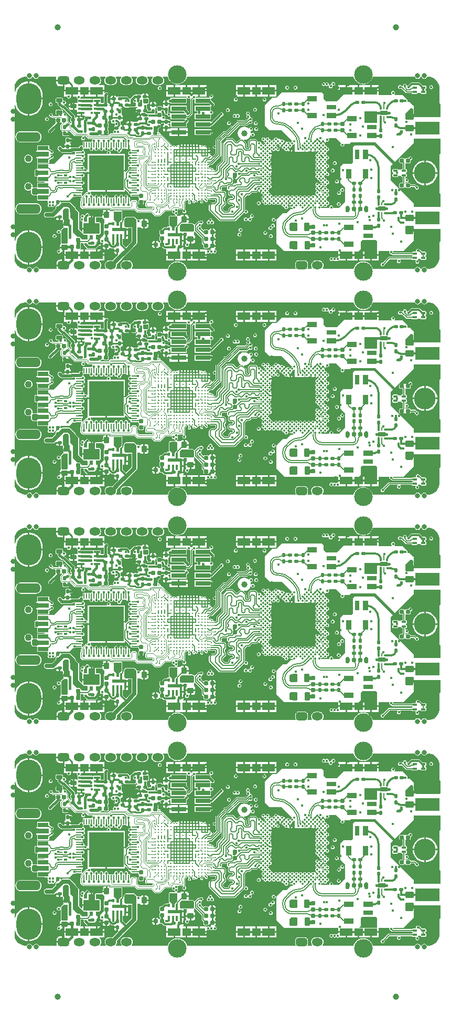
<source format=gtl>
G04*
G04 #@! TF.GenerationSoftware,Altium Limited,Altium Designer,19.1.6 (110)*
G04*
G04 Layer_Physical_Order=1*
G04 Layer_Color=255*
%FSLAX44Y44*%
%MOMM*%
G71*
G01*
G75*
%ADD10C,1.0000*%
%ADD11C,0.3090*%
%ADD12C,0.2000*%
%ADD13C,0.3000*%
G04:AMPARAMS|DCode=14|XSize=0.5mm|YSize=0.6mm|CornerRadius=0.05mm|HoleSize=0mm|Usage=FLASHONLY|Rotation=90.000|XOffset=0mm|YOffset=0mm|HoleType=Round|Shape=RoundedRectangle|*
%AMROUNDEDRECTD14*
21,1,0.5000,0.5000,0,0,90.0*
21,1,0.4000,0.6000,0,0,90.0*
1,1,0.1000,0.2500,0.2000*
1,1,0.1000,0.2500,-0.2000*
1,1,0.1000,-0.2500,-0.2000*
1,1,0.1000,-0.2500,0.2000*
%
%ADD14ROUNDEDRECTD14*%
G04:AMPARAMS|DCode=15|XSize=1mm|YSize=0.9mm|CornerRadius=0.1125mm|HoleSize=0mm|Usage=FLASHONLY|Rotation=180.000|XOffset=0mm|YOffset=0mm|HoleType=Round|Shape=RoundedRectangle|*
%AMROUNDEDRECTD15*
21,1,1.0000,0.6750,0,0,180.0*
21,1,0.7750,0.9000,0,0,180.0*
1,1,0.2250,-0.3875,0.3375*
1,1,0.2250,0.3875,0.3375*
1,1,0.2250,0.3875,-0.3375*
1,1,0.2250,-0.3875,-0.3375*
%
%ADD15ROUNDEDRECTD15*%
G04:AMPARAMS|DCode=16|XSize=1mm|YSize=0.9mm|CornerRadius=0.1125mm|HoleSize=0mm|Usage=FLASHONLY|Rotation=270.000|XOffset=0mm|YOffset=0mm|HoleType=Round|Shape=RoundedRectangle|*
%AMROUNDEDRECTD16*
21,1,1.0000,0.6750,0,0,270.0*
21,1,0.7750,0.9000,0,0,270.0*
1,1,0.2250,-0.3375,-0.3875*
1,1,0.2250,-0.3375,0.3875*
1,1,0.2250,0.3375,0.3875*
1,1,0.2250,0.3375,-0.3875*
%
%ADD16ROUNDEDRECTD16*%
G04:AMPARAMS|DCode=17|XSize=0.6mm|YSize=0.6mm|CornerRadius=0.06mm|HoleSize=0mm|Usage=FLASHONLY|Rotation=180.000|XOffset=0mm|YOffset=0mm|HoleType=Round|Shape=RoundedRectangle|*
%AMROUNDEDRECTD17*
21,1,0.6000,0.4800,0,0,180.0*
21,1,0.4800,0.6000,0,0,180.0*
1,1,0.1200,-0.2400,0.2400*
1,1,0.1200,0.2400,0.2400*
1,1,0.1200,0.2400,-0.2400*
1,1,0.1200,-0.2400,-0.2400*
%
%ADD17ROUNDEDRECTD17*%
G04:AMPARAMS|DCode=18|XSize=0.6mm|YSize=0.6mm|CornerRadius=0.06mm|HoleSize=0mm|Usage=FLASHONLY|Rotation=90.000|XOffset=0mm|YOffset=0mm|HoleType=Round|Shape=RoundedRectangle|*
%AMROUNDEDRECTD18*
21,1,0.6000,0.4800,0,0,90.0*
21,1,0.4800,0.6000,0,0,90.0*
1,1,0.1200,0.2400,0.2400*
1,1,0.1200,0.2400,-0.2400*
1,1,0.1200,-0.2400,-0.2400*
1,1,0.1200,-0.2400,0.2400*
%
%ADD18ROUNDEDRECTD18*%
G04:AMPARAMS|DCode=19|XSize=0.5mm|YSize=0.6mm|CornerRadius=0.05mm|HoleSize=0mm|Usage=FLASHONLY|Rotation=0.000|XOffset=0mm|YOffset=0mm|HoleType=Round|Shape=RoundedRectangle|*
%AMROUNDEDRECTD19*
21,1,0.5000,0.5000,0,0,0.0*
21,1,0.4000,0.6000,0,0,0.0*
1,1,0.1000,0.2000,-0.2500*
1,1,0.1000,-0.2000,-0.2500*
1,1,0.1000,-0.2000,0.2500*
1,1,0.1000,0.2000,0.2500*
%
%ADD19ROUNDEDRECTD19*%
%ADD20R,0.3000X0.6000*%
%ADD21R,2.2500X0.6000*%
%ADD22R,1.4000X1.3000*%
%ADD23R,2.0000X1.3000*%
%ADD24C,0.2900*%
G04:AMPARAMS|DCode=25|XSize=0.6mm|YSize=1mm|CornerRadius=0.075mm|HoleSize=0mm|Usage=FLASHONLY|Rotation=270.000|XOffset=0mm|YOffset=0mm|HoleType=Round|Shape=RoundedRectangle|*
%AMROUNDEDRECTD25*
21,1,0.6000,0.8500,0,0,270.0*
21,1,0.4500,1.0000,0,0,270.0*
1,1,0.1500,-0.4250,-0.2250*
1,1,0.1500,-0.4250,0.2250*
1,1,0.1500,0.4250,0.2250*
1,1,0.1500,0.4250,-0.2250*
%
%ADD25ROUNDEDRECTD25*%
%ADD26R,0.3000X0.3500*%
%ADD27R,0.2000X0.9000*%
%ADD28R,0.9000X0.2000*%
%ADD29R,5.5500X5.5500*%
%ADD30R,1.0000X0.4000*%
%ADD31R,1.8000X0.7000*%
G04:AMPARAMS|DCode=32|XSize=0.7mm|YSize=0.4mm|CornerRadius=0.05mm|HoleSize=0mm|Usage=FLASHONLY|Rotation=180.000|XOffset=0mm|YOffset=0mm|HoleType=Round|Shape=RoundedRectangle|*
%AMROUNDEDRECTD32*
21,1,0.7000,0.3000,0,0,180.0*
21,1,0.6000,0.4000,0,0,180.0*
1,1,0.1000,-0.3000,0.1500*
1,1,0.1000,0.3000,0.1500*
1,1,0.1000,0.3000,-0.1500*
1,1,0.1000,-0.3000,-0.1500*
%
%ADD32ROUNDEDRECTD32*%
%ADD33R,0.5000X0.2300*%
%ADD34R,0.4000X0.2300*%
%ADD35R,0.6000X0.4500*%
G04:AMPARAMS|DCode=36|XSize=1.3mm|YSize=0.8mm|CornerRadius=0.1mm|HoleSize=0mm|Usage=FLASHONLY|Rotation=270.000|XOffset=0mm|YOffset=0mm|HoleType=Round|Shape=RoundedRectangle|*
%AMROUNDEDRECTD36*
21,1,1.3000,0.6000,0,0,270.0*
21,1,1.1000,0.8000,0,0,270.0*
1,1,0.2000,-0.3000,-0.5500*
1,1,0.2000,-0.3000,0.5500*
1,1,0.2000,0.3000,0.5500*
1,1,0.2000,0.3000,-0.5500*
%
%ADD36ROUNDEDRECTD36*%
G04:AMPARAMS|DCode=37|XSize=1.3mm|YSize=1mm|CornerRadius=0.125mm|HoleSize=0mm|Usage=FLASHONLY|Rotation=180.000|XOffset=0mm|YOffset=0mm|HoleType=Round|Shape=RoundedRectangle|*
%AMROUNDEDRECTD37*
21,1,1.3000,0.7500,0,0,180.0*
21,1,1.0500,1.0000,0,0,180.0*
1,1,0.2500,-0.5250,0.3750*
1,1,0.2500,0.5250,0.3750*
1,1,0.2500,0.5250,-0.3750*
1,1,0.2500,-0.5250,-0.3750*
%
%ADD37ROUNDEDRECTD37*%
%ADD38R,1.6500X0.9000*%
%ADD39R,1.6500X0.7600*%
%ADD40R,0.9000X1.6500*%
%ADD41R,0.7600X1.6500*%
%ADD42R,0.3100X0.3000*%
%ADD43R,0.3000X0.3100*%
%ADD44R,4.0000X2.0000*%
%ADD45R,2.4000X0.7500*%
%ADD46R,0.3500X0.3000*%
%ADD47R,1.2000X0.7000*%
%ADD48R,0.2500X0.3500*%
%ADD49R,2.5000X1.7000*%
%ADD50R,0.5000X0.7000*%
%ADD51R,0.2000X0.2000*%
%ADD52C,0.3500*%
%ADD53C,0.7000*%
%ADD54C,0.1500*%
%ADD55C,0.1000*%
%ADD56C,0.4000*%
%ADD57C,0.1300*%
%ADD58C,0.5000*%
%ADD59C,0.2500*%
%ADD60C,0.3500*%
%ADD61C,0.3100*%
%ADD62C,0.1100*%
%ADD63C,0.6000*%
%ADD64C,0.4500*%
%ADD65R,7.0000X7.0000*%
%ADD66C,0.8000*%
%ADD67C,3.5000*%
%ADD68C,1.1000*%
%ADD69O,4.0000X1.6000*%
G04:AMPARAMS|DCode=70|XSize=1.8mm|YSize=1.3mm|CornerRadius=0.325mm|HoleSize=0mm|Usage=FLASHONLY|Rotation=0.000|XOffset=0mm|YOffset=0mm|HoleType=Round|Shape=RoundedRectangle|*
%AMROUNDEDRECTD70*
21,1,1.8000,0.6500,0,0,0.0*
21,1,1.1500,1.3000,0,0,0.0*
1,1,0.6500,0.5750,-0.3250*
1,1,0.6500,-0.5750,-0.3250*
1,1,0.6500,-0.5750,0.3250*
1,1,0.6500,0.5750,0.3250*
%
%ADD70ROUNDEDRECTD70*%
%ADD71O,1.8000X1.3000*%
%ADD72C,3.0000*%
%ADD73O,4.0000X5.0000*%
%ADD74C,0.4000*%
%ADD75C,0.3000*%
%ADD76C,0.5000*%
G36*
X675239Y1402071D02*
X678508Y1400717D01*
X681449Y1398751D01*
X683951Y1396250D01*
X685917Y1393308D01*
X687271Y1390039D01*
X687961Y1386569D01*
Y1384800D01*
Y1360715D01*
X687636D01*
X689500Y1358851D01*
Y1338100D01*
X647000D01*
Y1360715D01*
X646910D01*
Y1356872D01*
X645986Y1356489D01*
X628625Y1373850D01*
X615836D01*
X615532Y1374850D01*
X615663Y1374937D01*
X616326Y1375930D01*
X616559Y1377100D01*
X616326Y1378271D01*
X615663Y1379263D01*
X614671Y1379926D01*
X613500Y1380159D01*
X612329Y1379926D01*
X611337Y1379263D01*
X610674Y1378271D01*
X610441Y1377100D01*
X610674Y1375930D01*
X611337Y1374937D01*
X611468Y1374850D01*
X611164Y1373850D01*
X590040D01*
Y1379080D01*
X577500D01*
Y1380350D01*
X576230D01*
Y1389390D01*
X558770D01*
Y1380350D01*
X556230D01*
Y1389390D01*
X538770D01*
Y1380350D01*
X537500D01*
Y1379080D01*
X534250D01*
X534250Y1374850D01*
X522500Y1363100D01*
X505250Y1363100D01*
X501250Y1367100D01*
Y1374850D01*
X498250Y1377850D01*
X433250Y1377850D01*
X424809Y1369409D01*
X418059Y1369409D01*
X406000Y1357350D01*
X406000Y1324350D01*
X414000Y1316350D01*
X433250Y1316350D01*
X450046Y1299554D01*
X449717Y1298469D01*
X449527Y1298431D01*
X448618Y1297823D01*
X448010Y1296913D01*
X447932Y1296523D01*
X447270Y1296194D01*
X446608Y1296523D01*
X446530Y1296913D01*
X445923Y1297823D01*
X445013Y1298431D01*
X443940Y1298644D01*
X442867Y1298431D01*
X442173Y1297967D01*
X441242Y1298011D01*
X440935Y1298092D01*
X440373Y1298933D01*
X438954Y1299881D01*
X437280Y1300214D01*
X436574Y1300074D01*
X436540Y1300243D01*
X435933Y1301153D01*
X435023Y1301761D01*
X433950Y1301974D01*
X432877Y1301761D01*
X432183Y1301297D01*
X431252Y1301342D01*
X430945Y1301422D01*
X430383Y1302263D01*
X428964Y1303212D01*
X427290Y1303544D01*
X426584Y1303404D01*
X426550Y1303573D01*
X425943Y1304483D01*
X425033Y1305091D01*
X423960Y1305304D01*
X422887Y1305091D01*
X421977Y1304483D01*
X421370Y1303573D01*
X421231Y1302874D01*
X420840Y1302290D01*
X420256Y1301900D01*
X419557Y1301761D01*
X418647Y1301153D01*
X418040Y1300243D01*
X417974Y1299912D01*
X417300Y1299580D01*
X416626Y1299912D01*
X416560Y1300243D01*
X415953Y1301153D01*
X415043Y1301761D01*
X414344Y1301900D01*
X413444Y1302500D01*
X413230Y1303573D01*
X412622Y1304483D01*
X411713Y1305091D01*
X410640Y1305304D01*
X409567Y1305091D01*
X408657Y1304483D01*
X408050Y1303573D01*
X407984Y1303242D01*
X407310Y1302910D01*
X406636Y1303242D01*
X406570Y1303573D01*
X405962Y1304483D01*
X405053Y1305091D01*
X403980Y1305304D01*
X402907Y1305091D01*
X401997Y1304483D01*
X401389Y1303573D01*
X401176Y1302500D01*
X401389Y1301427D01*
X401997Y1300518D01*
X402907Y1299910D01*
X403606Y1299771D01*
X404506Y1299170D01*
X404720Y1298097D01*
X405327Y1297188D01*
X406237Y1296580D01*
X406248Y1296578D01*
X406996Y1295511D01*
X406935Y1295240D01*
X406237Y1295101D01*
X405327Y1294493D01*
X404720Y1293583D01*
X404654Y1293252D01*
X403980Y1292920D01*
X403306Y1293252D01*
X403240Y1293583D01*
X402632Y1294493D01*
X401723Y1295101D01*
X401024Y1295240D01*
X400124Y1295840D01*
X399910Y1296913D01*
X399302Y1297823D01*
X398393Y1298431D01*
X397320Y1298644D01*
X396247Y1298431D01*
X395534Y1297955D01*
X394828Y1298188D01*
X394534Y1298398D01*
Y1298600D01*
X394398Y1299283D01*
X394012Y1299862D01*
X392262Y1301612D01*
X391683Y1301999D01*
X391000Y1302135D01*
X383000D01*
X382317Y1301999D01*
X381738Y1301612D01*
X379738Y1299612D01*
X379352Y1299033D01*
X379216Y1298350D01*
Y1289589D01*
X378261Y1288634D01*
X377489D01*
X376284Y1289839D01*
Y1295600D01*
X376148Y1296283D01*
X375762Y1296862D01*
X372273Y1300350D01*
X372688Y1301350D01*
X374034Y1301350D01*
X376063Y1301754D01*
X377974Y1302545D01*
X379693Y1303694D01*
X381156Y1305157D01*
X382305Y1306877D01*
X382885Y1308277D01*
X383924Y1308180D01*
X384587Y1307188D01*
X385580Y1306525D01*
X386750Y1306292D01*
X387921Y1306525D01*
X388913Y1307188D01*
X389576Y1308180D01*
X389809Y1309350D01*
X389576Y1310521D01*
X388913Y1311513D01*
X387921Y1312176D01*
X386750Y1312409D01*
X385580Y1312176D01*
X384587Y1311513D01*
X384500Y1311383D01*
X383500Y1311686D01*
Y1311850D01*
X383500Y1312885D01*
X383097Y1314913D01*
X383073Y1314970D01*
X383793Y1315847D01*
X384000Y1315805D01*
X385171Y1316038D01*
X386163Y1316701D01*
X386826Y1317694D01*
X387059Y1318864D01*
X386826Y1320035D01*
X386163Y1321027D01*
X385171Y1321690D01*
X384000Y1321923D01*
X382830Y1321690D01*
X381837Y1321027D01*
X381174Y1320035D01*
X381158Y1319956D01*
X380073Y1319627D01*
X379694Y1320006D01*
X377974Y1321156D01*
X376063Y1321947D01*
X374034Y1322350D01*
X373000Y1322350D01*
X371966Y1322350D01*
X369937Y1321947D01*
X368026Y1321155D01*
X366306Y1320006D01*
X364844Y1318544D01*
X363695Y1316824D01*
X362903Y1314913D01*
X362500Y1312884D01*
X362500Y1311850D01*
X362500Y1310816D01*
X362904Y1308787D01*
X363695Y1306876D01*
X364844Y1305157D01*
X366307Y1303694D01*
X367144Y1303134D01*
X366841Y1302135D01*
X366750D01*
X366067Y1301999D01*
X365488Y1301612D01*
X361761Y1297885D01*
X360489D01*
X355012Y1303362D01*
X354433Y1303749D01*
X353750Y1303884D01*
X344750D01*
X344067Y1303749D01*
X343488Y1303362D01*
X337488Y1297362D01*
X337102Y1296783D01*
X336966Y1296100D01*
Y1268589D01*
X328738Y1260362D01*
X328352Y1259783D01*
X328216Y1259100D01*
Y1253589D01*
X326861Y1252234D01*
X324600D01*
X323920Y1252099D01*
X323894Y1252117D01*
X323297Y1252587D01*
X323160Y1252764D01*
X323150Y1252816D01*
X323306Y1253600D01*
X323131Y1254483D01*
X322631Y1255231D01*
X321883Y1255731D01*
X321000Y1255907D01*
X320688Y1255844D01*
X320116Y1256416D01*
X319150Y1256816D01*
X316097D01*
X315944Y1257045D01*
X315421Y1257395D01*
X315338Y1257779D01*
Y1258122D01*
X315421Y1258506D01*
X315944Y1258856D01*
X316433Y1259587D01*
X316590Y1260376D01*
X317177Y1260964D01*
X319549D01*
X319567Y1260952D01*
X320250Y1260816D01*
X320933Y1260952D01*
X321512Y1261339D01*
X335012Y1274838D01*
X335398Y1275417D01*
X335534Y1276100D01*
Y1299040D01*
X343310Y1306816D01*
X347000D01*
X347683Y1306952D01*
X348262Y1307339D01*
X365239Y1324316D01*
X377250D01*
X377933Y1324452D01*
X378512Y1324839D01*
X381101Y1327428D01*
X382080Y1326774D01*
X383250Y1326541D01*
X384421Y1326774D01*
X385413Y1327437D01*
X386076Y1328430D01*
X386309Y1329600D01*
X386076Y1330771D01*
X385413Y1331763D01*
X385657Y1332803D01*
X386076Y1333430D01*
X386309Y1334600D01*
X386076Y1335771D01*
X385413Y1336763D01*
X384421Y1337426D01*
X383250Y1337659D01*
X382495Y1338528D01*
X382559Y1338850D01*
X382326Y1340021D01*
X381663Y1341013D01*
X381163Y1341347D01*
Y1341687D01*
X381826Y1342680D01*
X382059Y1343850D01*
X381826Y1345021D01*
X381163Y1346013D01*
X380171Y1346676D01*
X379000Y1346909D01*
X377830Y1346676D01*
X376837Y1346013D01*
X376174Y1345021D01*
X375941Y1343850D01*
X376174Y1342680D01*
X376837Y1341687D01*
X377337Y1341353D01*
Y1341013D01*
X376674Y1340021D01*
X376441Y1338850D01*
X376674Y1337680D01*
X377337Y1336687D01*
X377380Y1336253D01*
X374011Y1332885D01*
X361750D01*
X361067Y1332749D01*
X360488Y1332362D01*
X343511Y1315385D01*
X340500D01*
X339817Y1315249D01*
X339238Y1314862D01*
X327488Y1303112D01*
X327102Y1302533D01*
X326966Y1301850D01*
Y1292669D01*
X326279Y1292302D01*
X325966Y1292224D01*
X325000Y1292416D01*
X323922Y1292202D01*
X323009Y1291591D01*
X322398Y1290678D01*
X322184Y1289600D01*
X322398Y1288522D01*
X323009Y1287609D01*
X323922Y1286998D01*
X325000Y1286784D01*
X325966Y1286976D01*
X326279Y1286898D01*
X326966Y1286531D01*
Y1279589D01*
X321786Y1274410D01*
X321353Y1274494D01*
X320766Y1274804D01*
X320631Y1275483D01*
X320131Y1276231D01*
X319383Y1276731D01*
X318500Y1276907D01*
X318142Y1276835D01*
X318108Y1277007D01*
X317477Y1277950D01*
X318108Y1278893D01*
X318165Y1279180D01*
X314349D01*
Y1281720D01*
X318165D01*
X318108Y1282007D01*
X317477Y1282950D01*
X318108Y1283893D01*
X318165Y1284180D01*
X314349D01*
Y1285450D01*
X313079D01*
Y1289266D01*
X312792Y1289209D01*
X312369Y1288926D01*
X311454Y1289482D01*
X311433Y1289587D01*
X311604Y1290450D01*
X311433Y1291313D01*
X310944Y1292045D01*
X310212Y1292534D01*
X309349Y1292706D01*
X308486Y1292534D01*
X307754Y1292045D01*
X307405Y1291522D01*
X307021Y1291439D01*
X306678D01*
X306294Y1291522D01*
X305944Y1292045D01*
X305212Y1292534D01*
X304349Y1292706D01*
X303486Y1292534D01*
X302644Y1292701D01*
X302226Y1293327D01*
X300906Y1294209D01*
X300619Y1294266D01*
Y1290450D01*
X298079D01*
Y1294266D01*
X297792Y1294209D01*
X296849Y1293578D01*
X295906Y1294209D01*
X295619Y1294266D01*
Y1290450D01*
X293079D01*
Y1294266D01*
X292792Y1294209D01*
X291849Y1293578D01*
X290906Y1294209D01*
X290619Y1294266D01*
Y1290450D01*
X288079D01*
Y1294266D01*
X287792Y1294209D01*
X286849Y1293578D01*
X285906Y1294209D01*
X285619Y1294266D01*
Y1290450D01*
X283079D01*
Y1294266D01*
X282792Y1294209D01*
X281849Y1293578D01*
X280906Y1294209D01*
X280619Y1294266D01*
Y1290450D01*
X278079D01*
Y1294266D01*
X277792Y1294209D01*
X276849Y1293578D01*
X275906Y1294209D01*
X275619Y1294266D01*
Y1290450D01*
X273079D01*
Y1294266D01*
X272792Y1294209D01*
X271849Y1293578D01*
X270906Y1294209D01*
X270619Y1294266D01*
Y1290450D01*
X268079D01*
Y1294266D01*
X267792Y1294209D01*
X266473Y1293327D01*
X266055Y1292701D01*
X265212Y1292534D01*
X264349Y1292706D01*
X263486Y1292534D01*
X262754Y1292045D01*
X262405Y1291522D01*
X262021Y1291439D01*
X261678D01*
X261294Y1291522D01*
X260944Y1292045D01*
X260212Y1292534D01*
X259349Y1292706D01*
X258486Y1292534D01*
X257754Y1292045D01*
X257405Y1291522D01*
X257021Y1291439D01*
X256678D01*
X256294Y1291522D01*
X255944Y1292045D01*
X255715Y1292198D01*
Y1292379D01*
X255973Y1293001D01*
X255497Y1294149D01*
X240648Y1308998D01*
X239500Y1309474D01*
X238198D01*
X237474Y1310474D01*
X237549Y1310850D01*
X237355Y1311826D01*
X236802Y1312653D01*
X235975Y1313205D01*
X235000Y1313399D01*
X234680Y1313336D01*
X234337Y1313723D01*
X234078Y1314235D01*
X234332Y1314850D01*
Y1319357D01*
X235271Y1320296D01*
X236421Y1320524D01*
X237413Y1321187D01*
X238076Y1322180D01*
X238309Y1323350D01*
X238076Y1324521D01*
X237413Y1325513D01*
X237329Y1325569D01*
X237633Y1326569D01*
X238400D01*
X239024Y1326693D01*
X239554Y1327047D01*
X239907Y1327576D01*
X239993Y1328005D01*
X242668D01*
X243500Y1327600D01*
Y1325754D01*
X242808Y1325292D01*
X242136Y1324286D01*
X241901Y1323100D01*
Y1321870D01*
X247000D01*
Y1320600D01*
X248270D01*
Y1315001D01*
X249000D01*
X250186Y1315237D01*
X251192Y1315909D01*
X251460Y1316311D01*
X252460Y1316007D01*
Y1314720D01*
X265730D01*
Y1319740D01*
X253100D01*
X252460Y1319740D01*
X252100Y1320591D01*
Y1323100D01*
X251864Y1324286D01*
X251192Y1325292D01*
X250500Y1325754D01*
Y1326883D01*
X251482Y1327644D01*
X252000Y1327541D01*
X253000Y1327740D01*
X254000Y1327218D01*
Y1321450D01*
X280000D01*
Y1327996D01*
X280682Y1328677D01*
X281171Y1328774D01*
X282163Y1329437D01*
X282826Y1330430D01*
X283059Y1331600D01*
X282826Y1332771D01*
X282163Y1333763D01*
X281171Y1334426D01*
X280000Y1334659D01*
Y1336911D01*
X283100D01*
X283880Y1337066D01*
X284542Y1337508D01*
X289192Y1342158D01*
X289192Y1342158D01*
X289634Y1342820D01*
X289789Y1343600D01*
X289789Y1343600D01*
Y1365506D01*
X291354Y1367070D01*
X291500Y1367041D01*
X292000Y1367141D01*
X293000Y1366384D01*
Y1359700D01*
X316324D01*
X318574Y1357450D01*
X318160Y1356450D01*
X293000D01*
Y1346950D01*
X296691D01*
Y1345850D01*
X296920Y1344700D01*
X296955Y1344519D01*
X296388Y1343700D01*
X293000D01*
Y1334200D01*
X319000D01*
Y1341702D01*
X319773Y1342336D01*
X320000Y1342291D01*
X321171Y1342524D01*
X322163Y1343187D01*
X322826Y1344180D01*
X323059Y1345350D01*
X322826Y1346521D01*
X322163Y1347513D01*
X321171Y1348176D01*
X320000Y1348409D01*
X319773Y1348364D01*
X319000Y1348998D01*
Y1355652D01*
X320000Y1356161D01*
X320579Y1355774D01*
X321750Y1355541D01*
X322921Y1355774D01*
X323913Y1356437D01*
X324576Y1357430D01*
X324809Y1358600D01*
X324576Y1359771D01*
X323913Y1360763D01*
X323913Y1360763D01*
X319000Y1365676D01*
Y1367854D01*
X319773Y1368489D01*
X319944Y1368455D01*
X321115Y1368688D01*
X322107Y1369351D01*
X322770Y1370343D01*
X323003Y1371514D01*
X322770Y1372684D01*
X322107Y1373676D01*
X321115Y1374339D01*
X319944Y1374572D01*
X318774Y1374339D01*
X317782Y1373676D01*
X317118Y1372684D01*
X316886Y1371514D01*
X317118Y1370343D01*
X317214Y1370200D01*
X316679Y1369200D01*
X295168D01*
X294534Y1369973D01*
X294559Y1370100D01*
X294517Y1370310D01*
X295338Y1371310D01*
X298480D01*
Y1380350D01*
Y1389390D01*
X281020D01*
Y1380350D01*
X278480D01*
Y1389390D01*
X261020D01*
Y1380350D01*
Y1371310D01*
X279628D01*
X280389Y1370482D01*
X280349Y1369628D01*
X279820Y1369200D01*
X254000D01*
Y1366759D01*
X252750D01*
X251579Y1366526D01*
X250587Y1365863D01*
X249924Y1364871D01*
X249895Y1364722D01*
X248750Y1364949D01*
X248020D01*
Y1360620D01*
X252565D01*
X252623Y1360667D01*
X252750Y1360641D01*
X254000D01*
Y1359700D01*
X280000D01*
Y1368712D01*
X281000Y1369016D01*
X281487Y1368287D01*
X282479Y1367624D01*
X283650Y1367392D01*
X284820Y1367624D01*
X285133Y1367833D01*
X285835Y1367160D01*
X285864Y1367119D01*
X285711Y1366350D01*
Y1344445D01*
X282255Y1340989D01*
X280707D01*
X280000Y1341697D01*
X280000Y1343542D01*
X280148Y1343571D01*
X281171Y1343774D01*
X282163Y1344437D01*
X282826Y1345430D01*
X283059Y1346600D01*
X282826Y1347771D01*
X282163Y1348763D01*
X282163Y1348763D01*
X280000Y1350926D01*
Y1356450D01*
X254000D01*
Y1346950D01*
X275324D01*
X277574Y1344700D01*
X277202Y1343700D01*
X254039D01*
X253663Y1344263D01*
X252671Y1344926D01*
X251500Y1345159D01*
X250720Y1345004D01*
X250449Y1344958D01*
X249992Y1345664D01*
X249934Y1345790D01*
X250374Y1346850D01*
Y1351850D01*
X250198Y1352273D01*
X250250Y1352350D01*
X250250D01*
Y1354196D01*
X250942Y1354658D01*
X251614Y1355664D01*
X251850Y1356850D01*
Y1358080D01*
X241651D01*
Y1356850D01*
X241886Y1355664D01*
X242381Y1354924D01*
X241921Y1353976D01*
X240973Y1353945D01*
X240243D01*
X240157Y1354375D01*
X239804Y1354904D01*
X239274Y1355257D01*
X238650Y1355381D01*
X233850D01*
X233226Y1355257D01*
X232696Y1354904D01*
X232343Y1354375D01*
X232219Y1353750D01*
Y1348950D01*
X232343Y1348326D01*
X232696Y1347797D01*
X232750Y1347761D01*
Y1344940D01*
X232696Y1344904D01*
X232343Y1344375D01*
X232219Y1343750D01*
Y1342999D01*
X229652D01*
X229084Y1343999D01*
X229374Y1344700D01*
Y1349700D01*
X229199Y1350123D01*
X229250Y1350200D01*
X229250D01*
Y1352046D01*
X229942Y1352509D01*
X230614Y1353514D01*
X230850Y1354700D01*
Y1355930D01*
X220651D01*
Y1354700D01*
X220887Y1353514D01*
X221559Y1352509D01*
X222250Y1352046D01*
Y1350200D01*
X222250D01*
X222302Y1350123D01*
X222127Y1349700D01*
Y1348840D01*
X221179Y1348281D01*
X221127Y1348285D01*
X220000Y1348509D01*
X218830Y1348276D01*
X218415Y1347999D01*
X217374D01*
Y1350350D01*
X216898Y1351498D01*
X215799Y1351953D01*
Y1353400D01*
X216000D01*
Y1357768D01*
X216457Y1358681D01*
X216797Y1358891D01*
X217265Y1359085D01*
X219015Y1360835D01*
X219332Y1361600D01*
Y1366796D01*
X219333Y1366796D01*
X219016Y1367561D01*
X219015D01*
X218461Y1368116D01*
X218461Y1368116D01*
X218223Y1368214D01*
X218350Y1368850D01*
Y1369580D01*
X212750D01*
Y1370850D01*
X211480D01*
Y1375950D01*
X210250D01*
X209064Y1375714D01*
X208058Y1375042D01*
X207596Y1374350D01*
X205750D01*
Y1374350D01*
X205250Y1374474D01*
X204801Y1374474D01*
X200250D01*
X199102Y1373998D01*
X199065Y1373909D01*
X196329D01*
X195159Y1373676D01*
X194167Y1373013D01*
X189338Y1368184D01*
X189043Y1367744D01*
X187815Y1367605D01*
X185167Y1370253D01*
X184340Y1370805D01*
X183364Y1370999D01*
X173600D01*
X172624Y1370805D01*
X172503Y1370724D01*
X170199D01*
X169750Y1370724D01*
X169250Y1370600D01*
Y1370600D01*
X167404D01*
X166942Y1371292D01*
X165936Y1371964D01*
X164750Y1372200D01*
X163520D01*
Y1367100D01*
X162250D01*
Y1365830D01*
X156650D01*
Y1365100D01*
X156886Y1363914D01*
X157364Y1363200D01*
X156986Y1362272D01*
X156921Y1362200D01*
X156500D01*
X155314Y1361964D01*
X154308Y1361292D01*
X153846Y1360600D01*
X152059D01*
Y1372083D01*
X152663Y1372687D01*
X153326Y1373680D01*
X153559Y1374850D01*
X153326Y1376021D01*
X152663Y1377013D01*
X151671Y1377676D01*
X150500Y1377909D01*
X149330Y1377676D01*
X148337Y1377013D01*
X148214Y1376890D01*
X147290Y1377272D01*
Y1379080D01*
X136020D01*
Y1371310D01*
X145941D01*
Y1360659D01*
X142067D01*
X141250Y1361100D01*
Y1367100D01*
X135546D01*
X135250Y1367159D01*
X134955Y1367100D01*
X129250D01*
Y1367047D01*
X128250Y1366539D01*
X127671Y1366926D01*
X126500Y1367159D01*
X110250D01*
X109955Y1367100D01*
X108460D01*
X108206Y1367489D01*
X108022Y1368100D01*
X108576Y1368930D01*
X108809Y1370100D01*
X108767Y1370310D01*
X109588Y1371310D01*
X113480D01*
Y1380350D01*
X116020D01*
Y1371310D01*
X133480D01*
Y1380350D01*
X134750D01*
Y1381620D01*
X147290D01*
Y1389390D01*
X138502D01*
X138248Y1389971D01*
X138223Y1390390D01*
X139670Y1391501D01*
X140873Y1393068D01*
X141628Y1394892D01*
X141886Y1396850D01*
X141628Y1398808D01*
X140873Y1400633D01*
X140007Y1401761D01*
X140500Y1402761D01*
X148572D01*
X149065Y1401761D01*
X148199Y1400633D01*
X147443Y1398808D01*
X147185Y1396850D01*
X147443Y1394892D01*
X148199Y1393068D01*
X149401Y1391501D01*
X150968Y1390299D01*
X152792Y1389543D01*
X154750Y1389285D01*
X159750D01*
X161708Y1389543D01*
X163532Y1390299D01*
X165099Y1391501D01*
X166301Y1393068D01*
X167057Y1394892D01*
X167315Y1396850D01*
X167057Y1398808D01*
X166301Y1400633D01*
X165435Y1401761D01*
X165928Y1402761D01*
X174000D01*
X174493Y1401761D01*
X173627Y1400633D01*
X172872Y1398808D01*
X172614Y1396850D01*
X172872Y1394892D01*
X173627Y1393068D01*
X174830Y1391501D01*
X176396Y1390299D01*
X178221Y1389543D01*
X180179Y1389285D01*
X185179D01*
X187136Y1389543D01*
X188961Y1390299D01*
X190528Y1391501D01*
X191730Y1393068D01*
X192486Y1394892D01*
X192743Y1396850D01*
X192486Y1398808D01*
X191730Y1400633D01*
X190864Y1401761D01*
X191357Y1402761D01*
X199429D01*
X199922Y1401761D01*
X199056Y1400633D01*
X198300Y1398808D01*
X198042Y1396850D01*
X198300Y1394892D01*
X199056Y1393068D01*
X200258Y1391501D01*
X201825Y1390299D01*
X203649Y1389543D01*
X205607Y1389285D01*
X210607D01*
X212565Y1389543D01*
X214389Y1390299D01*
X215956Y1391501D01*
X217158Y1393068D01*
X217914Y1394892D01*
X218172Y1396850D01*
X217914Y1398808D01*
X217158Y1400633D01*
X216292Y1401761D01*
X216786Y1402761D01*
X224857D01*
X225350Y1401761D01*
X224484Y1400633D01*
X223729Y1398808D01*
X223471Y1396850D01*
X223729Y1394892D01*
X224484Y1393068D01*
X225687Y1391501D01*
X227253Y1390299D01*
X229078Y1389543D01*
X231036Y1389285D01*
X236036D01*
X237994Y1389543D01*
X239818Y1390299D01*
X241385Y1391501D01*
X242587Y1393068D01*
X243343Y1394892D01*
X243600Y1396850D01*
X243343Y1398808D01*
X242587Y1400633D01*
X241721Y1401761D01*
X242214Y1402761D01*
X249505D01*
X250146Y1400648D01*
X251632Y1397868D01*
X253631Y1395432D01*
X256068Y1393432D01*
X258847Y1391947D01*
X261863Y1391032D01*
X265000Y1390723D01*
X268137Y1391032D01*
X271153Y1391947D01*
X273932Y1393432D01*
X276369Y1395432D01*
X278368Y1397868D01*
X279854Y1400648D01*
X280495Y1402761D01*
X549505D01*
X550146Y1400648D01*
X551632Y1397868D01*
X553632Y1395432D01*
X556068Y1393432D01*
X558847Y1391947D01*
X561864Y1391032D01*
X565000Y1390723D01*
X568137Y1391032D01*
X571153Y1391947D01*
X573932Y1393432D01*
X576368Y1395432D01*
X578368Y1397868D01*
X579854Y1400648D01*
X580495Y1402761D01*
X648349D01*
X649395Y1401195D01*
X651049Y1400090D01*
X653000Y1399702D01*
X654951Y1400090D01*
X656605Y1401195D01*
X657651Y1402761D01*
X659099D01*
X660145Y1401195D01*
X661799Y1400090D01*
X663750Y1399702D01*
X665701Y1400090D01*
X667355Y1401195D01*
X668401Y1402761D01*
X671769Y1402761D01*
X675239Y1402071D01*
D02*
G37*
G36*
X69641Y1401761D02*
X69311Y1400100D01*
Y1398120D01*
X80964D01*
Y1395580D01*
X69311D01*
Y1393600D01*
X69760Y1391341D01*
X71040Y1389426D01*
X72955Y1388146D01*
X75214Y1387697D01*
X82210D01*
Y1381620D01*
X94750D01*
Y1380350D01*
X96020D01*
Y1371310D01*
X101912D01*
X102733Y1370310D01*
X102691Y1370100D01*
X102924Y1368930D01*
X103587Y1367937D01*
X103690Y1367868D01*
X104250Y1367100D01*
Y1361600D01*
X104250Y1360600D01*
X103250Y1360555D01*
X103034Y1360699D01*
X101750Y1360955D01*
X98770D01*
Y1355350D01*
Y1349746D01*
X101750D01*
X101980Y1349791D01*
X102710Y1348917D01*
Y1345870D01*
X110250D01*
Y1344600D01*
X111520D01*
Y1340060D01*
X115354D01*
X115658Y1339060D01*
X115587Y1339013D01*
X114924Y1338021D01*
X114691Y1336850D01*
Y1335117D01*
X113537Y1333963D01*
X113100Y1333308D01*
X112100Y1333612D01*
Y1335350D01*
X111864Y1336536D01*
X111192Y1337542D01*
X110186Y1338214D01*
X109000Y1338450D01*
X107770D01*
Y1333350D01*
X105230D01*
Y1338450D01*
X104000D01*
X102814Y1338214D01*
X101808Y1337542D01*
X101346Y1336850D01*
X99559D01*
Y1339350D01*
X99326Y1340521D01*
X98663Y1341513D01*
X98663Y1341513D01*
X83413Y1356763D01*
X82421Y1357426D01*
X82327Y1357445D01*
X82350Y1358392D01*
X83521Y1358624D01*
X84513Y1359287D01*
X85176Y1360280D01*
X85409Y1361450D01*
X85176Y1362621D01*
X84513Y1363613D01*
X83521Y1364276D01*
X82350Y1364509D01*
X81534Y1364347D01*
X80534Y1364956D01*
Y1367100D01*
X80399Y1367783D01*
X80012Y1368362D01*
X79433Y1368749D01*
X78750Y1368884D01*
X70250D01*
X69567Y1368749D01*
X68988Y1368362D01*
X68602Y1367783D01*
X68466Y1367100D01*
Y1362600D01*
X68602Y1361917D01*
X68988Y1361339D01*
X69567Y1360952D01*
X70250Y1360816D01*
X71441D01*
Y1359100D01*
X71441Y1359100D01*
X71674Y1357930D01*
X72337Y1356937D01*
X76837Y1352437D01*
X77829Y1351774D01*
X79000Y1351541D01*
X79983D01*
X93441Y1338083D01*
Y1336742D01*
X92852Y1336498D01*
X92376Y1335350D01*
Y1331350D01*
X92852Y1330202D01*
X93441Y1329958D01*
Y1328512D01*
X93401Y1328486D01*
X92441Y1328205D01*
X88374Y1332273D01*
Y1338350D01*
X87898Y1339498D01*
X86182Y1341214D01*
X86309Y1341850D01*
X86076Y1343021D01*
X85413Y1344013D01*
X84421Y1344676D01*
X83250Y1344909D01*
X82079Y1344676D01*
X81534Y1344312D01*
X80534Y1344846D01*
Y1348100D01*
X80399Y1348783D01*
X80012Y1349362D01*
X79433Y1349749D01*
X78750Y1349884D01*
X70250D01*
X69567Y1349749D01*
X68988Y1349362D01*
X68602Y1348783D01*
X68466Y1348100D01*
Y1343600D01*
X68602Y1342917D01*
X68988Y1342339D01*
X69567Y1341952D01*
X70250Y1341816D01*
X73198D01*
X73424Y1340680D01*
X73562Y1340474D01*
X73027Y1339474D01*
X64672D01*
X63807Y1340339D01*
X63934Y1340975D01*
X63701Y1342146D01*
X63038Y1343138D01*
X62046Y1343801D01*
X60875Y1344034D01*
X59704Y1343801D01*
X58712Y1343138D01*
X58049Y1342146D01*
X57816Y1340975D01*
X58049Y1339805D01*
X58712Y1338812D01*
X59704Y1338149D01*
X60875Y1337916D01*
X61511Y1338043D01*
X62852Y1336702D01*
X64000Y1336227D01*
X67542D01*
X67716Y1336096D01*
X68264Y1335227D01*
X68218Y1335000D01*
Y1330200D01*
X68343Y1329576D01*
X68696Y1329047D01*
X68712Y1328888D01*
X57337Y1317513D01*
X56674Y1316521D01*
X56441Y1315350D01*
X56674Y1314180D01*
X57337Y1313187D01*
X58330Y1312524D01*
X59500Y1312291D01*
X60671Y1312524D01*
X61663Y1313187D01*
X74413Y1325937D01*
X74413Y1325937D01*
X75076Y1326929D01*
X75309Y1328100D01*
Y1328716D01*
X75803Y1329047D01*
X75839Y1329100D01*
X77946D01*
X78585Y1328223D01*
X78547Y1327944D01*
X76852Y1326248D01*
X76376Y1325100D01*
Y1318100D01*
X76852Y1316952D01*
X78352Y1315452D01*
X78725Y1315298D01*
X79150Y1314156D01*
X79127Y1314100D01*
Y1309100D01*
X79602Y1307952D01*
X80750Y1307477D01*
X84750D01*
X84906Y1307541D01*
X87750D01*
X88921Y1307774D01*
X89913Y1308437D01*
X90576Y1309430D01*
X90809Y1310600D01*
X90576Y1311771D01*
X89913Y1312763D01*
X88921Y1313426D01*
X87750Y1313659D01*
X87305D01*
X87155Y1313977D01*
X87788Y1314977D01*
X91577D01*
X98852Y1307702D01*
X100000Y1307227D01*
X111228D01*
X111531Y1306227D01*
X110837Y1305763D01*
X110174Y1304771D01*
X109941Y1303600D01*
X110174Y1302430D01*
X110837Y1301437D01*
X111830Y1300774D01*
X113000Y1300541D01*
X114171Y1300774D01*
X115163Y1301437D01*
X115826Y1302430D01*
X116059Y1303600D01*
X115826Y1304771D01*
X115163Y1305763D01*
X114469Y1306227D01*
X114773Y1307227D01*
X116578D01*
X120602Y1303202D01*
X121750Y1302727D01*
X127954D01*
X128257Y1301727D01*
X128087Y1301613D01*
X127424Y1300621D01*
X127191Y1299450D01*
X127236Y1299223D01*
X126602Y1298450D01*
X125250D01*
X124250Y1298450D01*
Y1298450D01*
X124250D01*
Y1298450D01*
X112250D01*
Y1292425D01*
X111250Y1291890D01*
X110866Y1292147D01*
X109500Y1292419D01*
X108134Y1292147D01*
X106977Y1291374D01*
X106203Y1290216D01*
X105945Y1288919D01*
X94750D01*
X93850Y1288740D01*
X92958Y1289330D01*
X82651D01*
Y1288100D01*
X82297Y1287669D01*
X80228D01*
X77523Y1290374D01*
X76366Y1291147D01*
X75000Y1291419D01*
X73634Y1291147D01*
X72477Y1290374D01*
X71703Y1289216D01*
X71431Y1287850D01*
X71703Y1286485D01*
X72477Y1285327D01*
X76227Y1281577D01*
X77384Y1280803D01*
X78750Y1280532D01*
X93500D01*
X94866Y1280803D01*
X96023Y1281577D01*
X96228Y1281782D01*
X99750D01*
Y1278100D01*
X81500Y1278100D01*
X65800Y1262400D01*
X59500Y1262400D01*
X58500Y1262450D01*
X58500Y1262450D01*
X58500Y1262450D01*
X38500D01*
Y1253933D01*
X36250D01*
X36250Y1253933D01*
X35485Y1253616D01*
X35485Y1253615D01*
X34485Y1252616D01*
X34168Y1251850D01*
X34168Y1247950D01*
X34168Y1244050D01*
X34167Y1244050D01*
X34485Y1243285D01*
X34485Y1243285D01*
X35485Y1242285D01*
X36250Y1241968D01*
X38500D01*
Y1233450D01*
X50750D01*
Y1232450D01*
X38500D01*
Y1224717D01*
X38000Y1224383D01*
X32250D01*
X32250Y1224383D01*
X31836Y1224211D01*
X30964Y1224753D01*
X30908Y1224827D01*
X31056Y1225950D01*
X30833Y1227647D01*
X30178Y1229228D01*
X29136Y1230586D01*
X27778Y1231628D01*
X26197Y1232283D01*
X24500Y1232506D01*
X22803Y1232283D01*
X21222Y1231628D01*
X19864Y1230586D01*
X18822Y1229228D01*
X18167Y1227647D01*
X17944Y1225950D01*
X18167Y1224253D01*
X18822Y1222672D01*
X19864Y1221314D01*
X21222Y1220273D01*
X22803Y1219617D01*
X24500Y1219394D01*
X26197Y1219617D01*
X27778Y1220273D01*
X27918Y1220380D01*
X28918Y1219886D01*
X28918Y1218050D01*
X28918Y1218050D01*
Y1217850D01*
X28918Y1217850D01*
X28918Y1214850D01*
X28918Y1214850D01*
X29235Y1214085D01*
X31485Y1211835D01*
X32250Y1211518D01*
X38000D01*
X38500Y1211184D01*
Y1203450D01*
X50750D01*
Y1203350D01*
X55443D01*
X55978Y1202350D01*
X55924Y1202271D01*
X55692Y1201100D01*
X55924Y1199930D01*
X56588Y1198937D01*
X56459Y1197821D01*
X55924Y1197021D01*
X55691Y1195850D01*
X55924Y1194680D01*
X56587Y1193687D01*
X57580Y1193024D01*
X58750Y1192792D01*
X59921Y1193024D01*
X60913Y1193687D01*
X62030Y1193559D01*
X62830Y1193024D01*
X64000Y1192791D01*
X65171Y1193024D01*
X66163Y1193687D01*
X66625Y1194378D01*
X67617Y1194691D01*
X67849Y1194694D01*
X68250Y1194408D01*
Y1193350D01*
X68250D01*
X68302Y1193273D01*
X68126Y1192850D01*
Y1190465D01*
X62600Y1184938D01*
X54250D01*
X52494Y1184589D01*
X51006Y1183595D01*
X50011Y1182106D01*
X49662Y1180350D01*
X50011Y1178594D01*
X51006Y1177106D01*
X52494Y1176111D01*
X54250Y1175762D01*
X64500D01*
X66256Y1176111D01*
X67744Y1177106D01*
X68477Y1177838D01*
X69401Y1177456D01*
Y1174850D01*
X69636Y1173664D01*
X70308Y1172658D01*
X71314Y1171987D01*
X72500Y1171751D01*
X73730D01*
Y1176850D01*
X76270D01*
Y1171751D01*
X77500D01*
X78686Y1171987D01*
X79374Y1172446D01*
X80668Y1171152D01*
Y1165850D01*
X80668Y1165850D01*
X80719Y1165727D01*
Y1163450D01*
X80843Y1162826D01*
X81196Y1162297D01*
X81250Y1162261D01*
Y1159933D01*
X81000D01*
X80235Y1159616D01*
X77235Y1156616D01*
X76918Y1155850D01*
Y1154685D01*
X75918Y1154382D01*
X75663Y1154763D01*
X74671Y1155426D01*
X73500Y1155659D01*
X72330Y1155426D01*
X71337Y1154763D01*
X70674Y1153771D01*
X70441Y1152600D01*
X70674Y1151430D01*
X71337Y1150437D01*
X72330Y1149774D01*
X73500Y1149541D01*
X74671Y1149774D01*
X75663Y1150437D01*
X75918Y1150818D01*
X76918Y1150515D01*
Y1147100D01*
X76958Y1147002D01*
Y1141949D01*
X76918Y1141850D01*
Y1135100D01*
X76918Y1135100D01*
X77000Y1134901D01*
Y1133963D01*
X76483Y1133618D01*
X75673Y1132405D01*
X75388Y1130975D01*
Y1128870D01*
X83000D01*
Y1126330D01*
X75388D01*
Y1124775D01*
X75340Y1124687D01*
X74522Y1124051D01*
X74408Y1124028D01*
X73750Y1124159D01*
X72579Y1123926D01*
X71587Y1123263D01*
X70924Y1122271D01*
X70691Y1121100D01*
X70924Y1119930D01*
X71587Y1118937D01*
X72579Y1118274D01*
X73750Y1118041D01*
X74921Y1118274D01*
X75913Y1118937D01*
X76576Y1119930D01*
X76644Y1120272D01*
X77695Y1120773D01*
X79125Y1120489D01*
X82210D01*
Y1116620D01*
X94750D01*
Y1114080D01*
X82210D01*
Y1108204D01*
X75643D01*
X73384Y1107754D01*
X71469Y1106475D01*
X70189Y1104559D01*
X69739Y1102300D01*
Y1100320D01*
X81393D01*
Y1097780D01*
X69739D01*
Y1095800D01*
X70070Y1094139D01*
X69346Y1093139D01*
X41651D01*
X40605Y1094705D01*
X38951Y1095810D01*
X37000Y1096198D01*
X35049Y1095810D01*
X33395Y1094705D01*
X32349Y1093139D01*
X30901D01*
X29855Y1094705D01*
X28201Y1095810D01*
X26250Y1096198D01*
X24299Y1095810D01*
X22645Y1094705D01*
X21599Y1093139D01*
X18231Y1093139D01*
X14761Y1093829D01*
X11492Y1095183D01*
X8551Y1097149D01*
X6049Y1099651D01*
X4083Y1102592D01*
X2729Y1105861D01*
X2039Y1109331D01*
Y1117499D01*
X3039Y1117647D01*
X4075Y1114233D01*
X6168Y1110317D01*
X8985Y1106885D01*
X12417Y1104068D01*
X16332Y1101975D01*
X20581Y1100686D01*
X23730Y1100376D01*
Y1127900D01*
Y1155424D01*
X20581Y1155114D01*
X16332Y1153825D01*
X12417Y1151732D01*
X8985Y1148916D01*
X6168Y1145483D01*
X4075Y1141568D01*
X3039Y1138153D01*
X2039Y1138302D01*
Y1357499D01*
X3039Y1357647D01*
X4075Y1354233D01*
X6168Y1350317D01*
X8985Y1346885D01*
X12417Y1344068D01*
X16332Y1341975D01*
X20581Y1340686D01*
X23730Y1340376D01*
Y1367900D01*
Y1395424D01*
X20581Y1395114D01*
X16332Y1393825D01*
X12417Y1391732D01*
X8985Y1388916D01*
X6168Y1385484D01*
X4075Y1381568D01*
X3039Y1378153D01*
X2039Y1378302D01*
Y1384800D01*
X2039Y1386569D01*
X2729Y1390039D01*
X4083Y1393308D01*
X6049Y1396250D01*
X8551Y1398751D01*
X11492Y1400717D01*
X14761Y1402071D01*
X18231Y1402761D01*
X21599D01*
X22645Y1401195D01*
X24299Y1400090D01*
X26250Y1399702D01*
X28201Y1400090D01*
X29855Y1401195D01*
X30901Y1402761D01*
X32349D01*
X33395Y1401195D01*
X35049Y1400090D01*
X37000Y1399702D01*
X38951Y1400090D01*
X40605Y1401195D01*
X41651Y1402761D01*
X68918D01*
X69641Y1401761D01*
D02*
G37*
G36*
X217696Y1367350D02*
X218250Y1366796D01*
Y1361600D01*
X216500Y1359850D01*
X211250Y1359850D01*
X209500Y1361600D01*
Y1366850D01*
X210000Y1367350D01*
X217696Y1367350D01*
D02*
G37*
G36*
X200151Y1354350D02*
X200250Y1353350D01*
X199564Y1353214D01*
X198558Y1352542D01*
X197886Y1351536D01*
X197651Y1350350D01*
Y1349620D01*
X203250D01*
Y1348350D01*
X204520D01*
Y1343251D01*
X205750D01*
X206936Y1343487D01*
X207942Y1344158D01*
X208404Y1344850D01*
X210250D01*
Y1344850D01*
X210327Y1344902D01*
X210750Y1344727D01*
X213269D01*
X214348Y1343648D01*
X215175Y1343095D01*
X216150Y1342901D01*
X216827D01*
X217362Y1341901D01*
X217174Y1341621D01*
X216942Y1340450D01*
X217017Y1340074D01*
X216201Y1339074D01*
X212500D01*
X212078Y1338899D01*
X212001Y1338950D01*
Y1338950D01*
X210154D01*
X209692Y1339642D01*
X208687Y1340314D01*
X207500Y1340550D01*
X206271D01*
Y1335450D01*
X205000D01*
Y1334180D01*
X199401D01*
Y1333450D01*
X199637Y1332264D01*
X200309Y1331259D01*
X200599Y1331065D01*
X200482Y1330029D01*
X200432Y1329974D01*
X195500D01*
X195077Y1329799D01*
X195000Y1329850D01*
Y1329850D01*
X193154D01*
X192692Y1330542D01*
X191686Y1331214D01*
X190500Y1331450D01*
X189270D01*
Y1326350D01*
X188000D01*
Y1325080D01*
X182400D01*
Y1324930D01*
X182329Y1324865D01*
X181401Y1324487D01*
X180686Y1324964D01*
X179500Y1325200D01*
X178270D01*
Y1320100D01*
X175730D01*
Y1325200D01*
X174500D01*
X173799Y1325775D01*
Y1328564D01*
X173605Y1329540D01*
X173130Y1330251D01*
X173347Y1331077D01*
X173419Y1331251D01*
X173750D01*
X174936Y1331487D01*
X175942Y1332159D01*
X176614Y1333164D01*
X176850Y1334350D01*
Y1335580D01*
X171750D01*
Y1338120D01*
X176850D01*
Y1339350D01*
X176614Y1340536D01*
X175942Y1341542D01*
X175250Y1342004D01*
Y1343850D01*
X175250D01*
X175198Y1343927D01*
X175374Y1344350D01*
Y1349350D01*
X174898Y1350498D01*
X173750Y1350974D01*
X172997D01*
X172979Y1351001D01*
X173513Y1352001D01*
X176000D01*
X177186Y1352237D01*
X178192Y1352908D01*
X178654Y1353600D01*
X180500D01*
Y1353600D01*
X180577Y1353652D01*
X181000Y1353477D01*
X186000D01*
X187148Y1353952D01*
X187185Y1354041D01*
X191329D01*
X191476Y1353943D01*
X192100Y1353819D01*
X196900D01*
X197524Y1353943D01*
X198054Y1354297D01*
X198089Y1354350D01*
X200151Y1354350D01*
D02*
G37*
G36*
X646000Y1349850D02*
X646000Y1341350D01*
X633000D01*
X633000Y1343600D01*
X641250Y1351850D01*
X644000Y1351850D01*
X646000Y1349850D01*
D02*
G37*
G36*
X243126Y1348520D02*
Y1346850D01*
X243602Y1345702D01*
X243841Y1345603D01*
X243691Y1344850D01*
X243924Y1343680D01*
X244587Y1342687D01*
X245579Y1342024D01*
X246750Y1341792D01*
X247530Y1341947D01*
X247930Y1342014D01*
X248605Y1341279D01*
X248674Y1340930D01*
X249337Y1339937D01*
X250329Y1339274D01*
X251500Y1339041D01*
X252671Y1339274D01*
X253000Y1339495D01*
X254000Y1338960D01*
Y1334200D01*
X276926D01*
X277461Y1333200D01*
X277174Y1332771D01*
X277077Y1332282D01*
X275745Y1330950D01*
X254989D01*
X254826Y1331771D01*
X254163Y1332763D01*
X253171Y1333426D01*
X252000Y1333659D01*
X250830Y1333426D01*
X250440Y1333544D01*
X250148Y1334248D01*
X249000Y1334724D01*
X245848D01*
X245313Y1335724D01*
X245451Y1335930D01*
X245684Y1337100D01*
X245451Y1338271D01*
X244788Y1339263D01*
X243796Y1339926D01*
X242625Y1340159D01*
X241455Y1339926D01*
X241281Y1339810D01*
X240281Y1340345D01*
Y1343750D01*
X240157Y1344375D01*
X239804Y1344904D01*
X239750Y1344940D01*
Y1347761D01*
X239804Y1347797D01*
X240157Y1348326D01*
X240243Y1348755D01*
X241921D01*
X241932Y1348757D01*
X243126Y1348520D01*
D02*
G37*
G36*
X587250Y1328427D02*
X566900D01*
X566900Y1346850D01*
X587250D01*
X587250Y1328427D01*
D02*
G37*
G36*
X154850Y1330999D02*
X158069D01*
X158191Y1330850D01*
X158424Y1329680D01*
X159087Y1328687D01*
X160079Y1328024D01*
X161250Y1327791D01*
X162421Y1328024D01*
X163150Y1328512D01*
X163798Y1327975D01*
X163914Y1327820D01*
X163692Y1326700D01*
X163924Y1325530D01*
X164471Y1324712D01*
X164478Y1324491D01*
X164366Y1324007D01*
X164195Y1323597D01*
X163352Y1323248D01*
X162876Y1322100D01*
Y1318100D01*
X163130Y1317488D01*
X162829Y1316926D01*
X161837Y1316263D01*
X161174Y1315271D01*
X160941Y1314100D01*
X161174Y1312930D01*
X161646Y1312224D01*
X161275Y1311305D01*
X161203Y1311224D01*
X157000D01*
X155852Y1310748D01*
X153077Y1307974D01*
X140696D01*
X140313Y1308861D01*
X140882Y1309569D01*
X142150D01*
X142774Y1309693D01*
X143303Y1310047D01*
X143339Y1310100D01*
X146161D01*
X146196Y1310047D01*
X146726Y1309693D01*
X147350Y1309569D01*
X152150D01*
X152774Y1309693D01*
X153303Y1310047D01*
X153657Y1310576D01*
X153781Y1311200D01*
Y1316000D01*
X153657Y1316624D01*
X153303Y1317154D01*
X152809Y1317484D01*
Y1320716D01*
X153304Y1321047D01*
X153657Y1321576D01*
X153781Y1322200D01*
Y1327000D01*
X153657Y1327625D01*
X153304Y1328154D01*
X152809Y1328484D01*
Y1330677D01*
X153809Y1331206D01*
X154850Y1330999D01*
D02*
G37*
G36*
X233250Y1321100D02*
Y1314850D01*
X232500Y1314100D01*
Y1309850D01*
X232000Y1309350D01*
X229000D01*
X226500Y1311850D01*
X226500Y1317350D01*
X226750Y1317600D01*
Y1322100D01*
X227750Y1323100D01*
X231250Y1323100D01*
X233250Y1321100D01*
D02*
G37*
G36*
X628500Y1311850D02*
X624750Y1308100D01*
X619750Y1308100D01*
X619000Y1308850D01*
Y1311100D01*
X620250Y1312350D01*
X622750D01*
X625000Y1314600D01*
X625000Y1316850D01*
X628500D01*
X628500Y1311850D01*
D02*
G37*
G36*
X521000Y1304100D02*
X529382Y1295718D01*
X529337Y1295263D01*
X528674Y1294271D01*
X528441Y1293100D01*
X528674Y1291930D01*
X529337Y1290937D01*
X530330Y1290274D01*
X531204Y1290100D01*
X531796D01*
X532671Y1290274D01*
X533663Y1290937D01*
X534326Y1291930D01*
X534559Y1293100D01*
X534360Y1294101D01*
X534883Y1295101D01*
X543250Y1295101D01*
X545249Y1297100D01*
X584750Y1297100D01*
X616125Y1265725D01*
X645986Y1295586D01*
X646910Y1295204D01*
Y1294045D01*
X647000D01*
Y1302850D01*
X689500D01*
X689500Y1279639D01*
X687961Y1278100D01*
Y1215715D01*
X687636D01*
X689500Y1213851D01*
Y1193100D01*
X647000D01*
Y1201905D01*
X646910D01*
Y1199747D01*
X645986Y1199364D01*
X609000Y1236350D01*
X609000Y1258600D01*
X612788Y1262388D01*
X582826Y1292350D01*
X551420D01*
X548250Y1289180D01*
X548250Y1281400D01*
X548173Y1281478D01*
X548173Y1267310D01*
X548250D01*
Y1265100D01*
X545999Y1262849D01*
X532999D01*
X528500Y1258350D01*
X528500Y1231100D01*
X535500Y1224100D01*
X535500Y1201350D01*
X525500Y1191350D01*
X517330Y1191350D01*
X516509Y1192350D01*
X516559Y1192600D01*
X516326Y1193771D01*
X515663Y1194763D01*
X514670Y1195426D01*
X513500Y1195659D01*
X512329Y1195426D01*
X511337Y1194763D01*
X510674Y1193771D01*
X510441Y1192600D01*
X510491Y1192350D01*
X509670Y1191350D01*
X497463Y1191349D01*
X496642Y1192349D01*
X496694Y1192610D01*
X497220Y1193136D01*
X498293Y1193350D01*
X499203Y1193957D01*
X499811Y1194867D01*
X499888Y1195258D01*
X500550Y1195587D01*
X501212Y1195258D01*
X501290Y1194867D01*
X501898Y1193957D01*
X502807Y1193350D01*
X503880Y1193136D01*
X504953Y1193350D01*
X505863Y1193957D01*
X506471Y1194867D01*
X506684Y1195940D01*
X507210Y1196466D01*
X508283Y1196680D01*
X509193Y1197287D01*
X509801Y1198197D01*
X510014Y1199270D01*
X509801Y1200343D01*
X509193Y1201253D01*
X508283Y1201860D01*
X507210Y1202074D01*
X506684Y1202600D01*
X506471Y1203673D01*
X505863Y1204583D01*
X504953Y1205190D01*
X504256Y1205329D01*
X504194Y1205600D01*
X504943Y1206667D01*
X504953Y1206669D01*
X505863Y1207277D01*
X506471Y1208187D01*
X506684Y1209260D01*
X507416Y1209827D01*
X508283Y1210000D01*
X509193Y1210607D01*
X509801Y1211517D01*
X510014Y1212590D01*
X509801Y1213663D01*
X509193Y1214573D01*
X508283Y1215180D01*
X508114Y1215214D01*
X508254Y1215920D01*
X508114Y1216626D01*
X508283Y1216660D01*
X509193Y1217267D01*
X509801Y1218177D01*
X510014Y1219250D01*
X509801Y1220323D01*
X509193Y1221233D01*
X508283Y1221841D01*
X507210Y1222054D01*
X506684Y1222580D01*
X506471Y1223653D01*
X505863Y1224563D01*
X504953Y1225171D01*
X504784Y1225204D01*
X504924Y1225910D01*
X504784Y1226616D01*
X504953Y1226650D01*
X505863Y1227258D01*
X506471Y1228167D01*
X506684Y1229240D01*
X507584Y1229841D01*
X508283Y1229980D01*
X509193Y1230587D01*
X509801Y1231497D01*
X510014Y1232570D01*
X509801Y1233643D01*
X509193Y1234553D01*
X508283Y1235161D01*
X507210Y1235374D01*
X506684Y1235900D01*
X506471Y1236973D01*
X505863Y1237883D01*
X504953Y1238491D01*
X503880Y1238704D01*
X503354Y1239230D01*
X503141Y1240303D01*
X502533Y1241213D01*
X501623Y1241821D01*
X501233Y1241898D01*
X500904Y1242560D01*
X501233Y1243222D01*
X501623Y1243300D01*
X502533Y1243907D01*
X503141Y1244817D01*
X503218Y1245208D01*
X503880Y1245537D01*
X504542Y1245208D01*
X504620Y1244817D01*
X505228Y1243907D01*
X506137Y1243300D01*
X507210Y1243086D01*
X508283Y1243300D01*
X509193Y1243907D01*
X509801Y1244817D01*
X510014Y1245890D01*
X509801Y1246963D01*
X509193Y1247873D01*
X508283Y1248481D01*
X507210Y1248694D01*
X506684Y1249220D01*
X506471Y1250293D01*
X505863Y1251203D01*
X504953Y1251811D01*
X504563Y1251888D01*
X504234Y1252550D01*
X504563Y1253212D01*
X504953Y1253290D01*
X505863Y1253898D01*
X506471Y1254807D01*
X506684Y1255880D01*
X507210Y1256406D01*
X508283Y1256620D01*
X509193Y1257228D01*
X509801Y1258137D01*
X510014Y1259210D01*
X509801Y1260283D01*
X509193Y1261193D01*
X508283Y1261801D01*
X507210Y1262014D01*
X506684Y1262540D01*
X506471Y1263613D01*
X505863Y1264523D01*
X504953Y1265131D01*
X504563Y1265208D01*
X504234Y1265870D01*
X504563Y1266532D01*
X504953Y1266610D01*
X505863Y1267218D01*
X506471Y1268127D01*
X506684Y1269200D01*
X507210Y1269726D01*
X508283Y1269940D01*
X509193Y1270548D01*
X509801Y1271457D01*
X510014Y1272530D01*
X509801Y1273603D01*
X509193Y1274513D01*
X508283Y1275121D01*
X507584Y1275260D01*
X506684Y1275860D01*
X506684Y1275860D01*
X506471Y1276933D01*
X505863Y1277843D01*
X504953Y1278451D01*
X504563Y1278529D01*
X504234Y1279190D01*
X504563Y1279852D01*
X504953Y1279930D01*
X505863Y1280538D01*
X506471Y1281447D01*
X506684Y1282520D01*
X507210Y1283047D01*
X508283Y1283260D01*
X509193Y1283868D01*
X509801Y1284777D01*
X510014Y1285850D01*
X509801Y1286923D01*
X509193Y1287833D01*
X508283Y1288441D01*
X507210Y1288654D01*
X506684Y1289180D01*
X506471Y1290253D01*
X505863Y1291163D01*
X504953Y1291771D01*
X503880Y1291984D01*
X503354Y1292510D01*
X503141Y1293583D01*
X502677Y1294277D01*
X502721Y1295208D01*
X502802Y1295516D01*
X503643Y1296078D01*
X504591Y1297497D01*
X504742Y1298251D01*
X505666Y1298634D01*
X505830Y1298524D01*
X507000Y1298291D01*
X508171Y1298524D01*
X509163Y1299187D01*
X509826Y1300180D01*
X510059Y1301350D01*
X509826Y1302521D01*
X509439Y1303100D01*
X509947Y1304100D01*
X521000D01*
D02*
G37*
G36*
X187520Y1285910D02*
X189750D01*
Y1283780D01*
X188750Y1282959D01*
X188500Y1283009D01*
X187330Y1282776D01*
X186337Y1282113D01*
X185674Y1281121D01*
X185441Y1279950D01*
X185674Y1278780D01*
X186337Y1277787D01*
X187330Y1277124D01*
X188500Y1276891D01*
X189194Y1276126D01*
Y1275774D01*
X188500Y1275009D01*
X187330Y1274776D01*
X186337Y1274113D01*
X185674Y1273121D01*
X185441Y1271950D01*
X185674Y1270780D01*
X186337Y1269788D01*
X187330Y1269124D01*
X188500Y1268892D01*
X189194Y1268127D01*
Y1267774D01*
X188500Y1267009D01*
X187330Y1266776D01*
X186337Y1266113D01*
X185674Y1265121D01*
X185441Y1263950D01*
X185674Y1262780D01*
X186337Y1261787D01*
X187330Y1261124D01*
X188500Y1260892D01*
X189194Y1260127D01*
Y1259773D01*
X188500Y1259009D01*
X187330Y1258776D01*
X186337Y1258113D01*
X185674Y1257121D01*
X185441Y1255950D01*
X185674Y1254780D01*
X186006Y1254284D01*
X185819Y1253834D01*
X185158Y1253392D01*
X185158Y1253392D01*
X182558Y1250792D01*
X181540Y1249774D01*
X180540Y1250188D01*
Y1278240D01*
X157509D01*
X157088Y1279027D01*
X157088Y1279240D01*
X157309Y1280350D01*
X157076Y1281521D01*
X156413Y1282513D01*
X155421Y1283176D01*
X154250Y1283409D01*
X153080Y1283176D01*
X152087Y1282513D01*
X151424Y1281521D01*
X151191Y1280350D01*
X151412Y1279240D01*
X151412Y1279027D01*
X150991Y1278240D01*
X119960D01*
Y1253822D01*
X118960Y1253519D01*
X118563Y1254113D01*
X117571Y1254776D01*
X116400Y1255009D01*
X115610Y1254852D01*
X114827Y1255476D01*
X114743Y1255621D01*
X114809Y1255950D01*
X114576Y1257121D01*
X113913Y1258113D01*
X112921Y1258776D01*
X112290Y1258901D01*
Y1263490D01*
X111257D01*
X111082Y1264120D01*
X111643Y1264767D01*
X111827Y1264906D01*
X112921Y1265124D01*
X113913Y1265787D01*
X114576Y1266779D01*
X114809Y1267950D01*
X114576Y1269121D01*
X113913Y1270113D01*
X112921Y1270776D01*
X111815Y1270996D01*
X111775Y1271066D01*
X111856Y1271283D01*
X112589Y1271924D01*
X112750Y1271891D01*
X113920Y1272124D01*
X114913Y1272787D01*
X115576Y1273780D01*
X115809Y1274950D01*
X115576Y1276121D01*
X114913Y1277113D01*
X114560Y1277349D01*
Y1278551D01*
X114913Y1278787D01*
X115576Y1279780D01*
X115809Y1280950D01*
X115576Y1282121D01*
X114913Y1283113D01*
X113920Y1283776D01*
X113711Y1283818D01*
X112970Y1284985D01*
X113069Y1285478D01*
Y1287450D01*
X122602D01*
X123237Y1286677D01*
X123191Y1286450D01*
X123424Y1285280D01*
X124087Y1284288D01*
X125080Y1283624D01*
X126250Y1283392D01*
X127421Y1283624D01*
X128413Y1284288D01*
X129076Y1285280D01*
X129309Y1286450D01*
X130014Y1287218D01*
X130486D01*
X131192Y1286450D01*
X131424Y1285280D01*
X132087Y1284288D01*
X133080Y1283624D01*
X134250Y1283392D01*
X135421Y1283624D01*
X136413Y1284288D01*
X137076Y1285280D01*
X137309Y1286450D01*
X138014Y1287218D01*
X138486D01*
X139192Y1286450D01*
X139424Y1285280D01*
X140087Y1284288D01*
X141080Y1283624D01*
X142250Y1283392D01*
X143421Y1283624D01*
X144413Y1284288D01*
X145076Y1285280D01*
X145309Y1286450D01*
X146014Y1287218D01*
X146487D01*
X147191Y1286450D01*
X147424Y1285280D01*
X148087Y1284288D01*
X149080Y1283625D01*
X150250Y1283392D01*
X151421Y1283625D01*
X152413Y1284288D01*
X153076Y1285280D01*
X153309Y1286450D01*
X154014Y1287218D01*
X154487D01*
X155191Y1286450D01*
X155424Y1285280D01*
X156087Y1284288D01*
X157080Y1283624D01*
X158250Y1283392D01*
X159421Y1283624D01*
X160413Y1284288D01*
X161076Y1285280D01*
X161309Y1286450D01*
X162014Y1287218D01*
X162486D01*
X163192Y1286450D01*
X163424Y1285280D01*
X164087Y1284288D01*
X165080Y1283624D01*
X166250Y1283392D01*
X167011Y1283543D01*
X167468Y1283571D01*
X168087Y1282867D01*
X168174Y1282430D01*
X168837Y1281437D01*
X169830Y1280774D01*
X171000Y1280541D01*
X172171Y1280774D01*
X173163Y1281437D01*
X173826Y1282430D01*
X174059Y1283600D01*
X174030Y1283746D01*
X175692Y1285408D01*
X176134Y1286070D01*
X176289Y1286850D01*
X177000Y1287450D01*
X182710D01*
Y1285910D01*
X184980D01*
Y1292950D01*
X187520D01*
Y1285910D01*
D02*
G37*
G36*
X427290Y1294796D02*
X427996Y1294937D01*
X428030Y1294767D01*
X428637Y1293858D01*
X429547Y1293250D01*
X429716Y1293216D01*
X429576Y1292510D01*
X429909Y1290836D01*
X430857Y1289418D01*
X432276Y1288469D01*
X433950Y1288136D01*
X434656Y1288277D01*
X434690Y1288107D01*
X435298Y1287198D01*
X436207Y1286590D01*
X436906Y1286451D01*
X437806Y1285850D01*
X438020Y1284777D01*
X438628Y1283868D01*
X439537Y1283260D01*
X440610Y1283047D01*
X441683Y1283260D01*
X442377Y1283724D01*
X443308Y1283679D01*
X443615Y1283598D01*
X444177Y1282758D01*
X445596Y1281809D01*
X446000Y1281729D01*
Y1285850D01*
X447270D01*
Y1287120D01*
X451392D01*
X451311Y1287524D01*
X450363Y1288943D01*
X449522Y1289505D01*
X449441Y1289812D01*
X449397Y1290743D01*
X449860Y1291437D01*
X450074Y1292510D01*
X450600Y1293037D01*
X451673Y1293250D01*
X452583Y1293858D01*
X452872Y1294291D01*
X454033Y1294580D01*
X454158Y1294552D01*
X454500Y1294298D01*
Y1282100D01*
X478461D01*
X478896Y1281809D01*
X480570Y1281476D01*
X482244Y1281809D01*
X482679Y1282100D01*
X483480D01*
X484137Y1282758D01*
X485556Y1281809D01*
X487230Y1281476D01*
X488904Y1281809D01*
X490323Y1282758D01*
X490885Y1283598D01*
X491193Y1283679D01*
X492123Y1283724D01*
X492817Y1283260D01*
X493208Y1283182D01*
X493537Y1282520D01*
X493208Y1281859D01*
X492817Y1281781D01*
X491908Y1281173D01*
X491300Y1280263D01*
X491161Y1279564D01*
X490560Y1278664D01*
X489487Y1278451D01*
X488578Y1277843D01*
X487970Y1276933D01*
X487757Y1275860D01*
X487970Y1274787D01*
X488578Y1273878D01*
X489487Y1273270D01*
X489498Y1273268D01*
X490247Y1272201D01*
X490185Y1271929D01*
X489487Y1271791D01*
X488578Y1271183D01*
X487970Y1270273D01*
X487757Y1269200D01*
X487970Y1268127D01*
X488578Y1267218D01*
X489487Y1266610D01*
X489498Y1266608D01*
X490247Y1265541D01*
X490185Y1265269D01*
X489487Y1265131D01*
X488578Y1264523D01*
X487970Y1263613D01*
X487757Y1262540D01*
X487970Y1261467D01*
X488578Y1260558D01*
X489487Y1259950D01*
X489878Y1259872D01*
X490207Y1259210D01*
X489878Y1258548D01*
X489487Y1258471D01*
X488578Y1257863D01*
X487970Y1256953D01*
X487757Y1255880D01*
X487970Y1254807D01*
X488578Y1253898D01*
X489487Y1253290D01*
X490560Y1253076D01*
X491633Y1253290D01*
X492543Y1253898D01*
X493151Y1254807D01*
X493228Y1255198D01*
X493890Y1255527D01*
X494552Y1255198D01*
X494630Y1254807D01*
X495238Y1253898D01*
X496147Y1253290D01*
X496538Y1253212D01*
X496867Y1252550D01*
X496538Y1251888D01*
X496147Y1251811D01*
X495238Y1251203D01*
X494630Y1250293D01*
X494552Y1249902D01*
X493890Y1249573D01*
X493228Y1249902D01*
X493151Y1250293D01*
X492543Y1251203D01*
X491633Y1251811D01*
X490560Y1252024D01*
X489487Y1251811D01*
X488578Y1251203D01*
X487970Y1250293D01*
X487757Y1249220D01*
X487970Y1248147D01*
X488578Y1247238D01*
X489487Y1246630D01*
X489878Y1246552D01*
X490207Y1245890D01*
X489878Y1245228D01*
X489487Y1245151D01*
X488578Y1244543D01*
X487970Y1243633D01*
X487757Y1242560D01*
X487970Y1241487D01*
X488578Y1240577D01*
X489487Y1239970D01*
X490560Y1239756D01*
X491087Y1239230D01*
X491300Y1238157D01*
X491908Y1237247D01*
X492817Y1236640D01*
X493890Y1236426D01*
X494417Y1235900D01*
X494630Y1234827D01*
X495238Y1233917D01*
X496147Y1233310D01*
X496317Y1233276D01*
X496230Y1232841D01*
X496500Y1232570D01*
X496176D01*
X496317Y1231864D01*
X496147Y1231831D01*
X495238Y1231223D01*
X494630Y1230313D01*
X494552Y1229922D01*
X493890Y1229593D01*
X493228Y1229922D01*
X493151Y1230313D01*
X492543Y1231223D01*
X491633Y1231831D01*
X490560Y1232044D01*
X489487Y1231831D01*
X488578Y1231223D01*
X487970Y1230313D01*
X487757Y1229240D01*
X487970Y1228167D01*
X488578Y1227258D01*
X489487Y1226650D01*
X490185Y1226511D01*
X490337Y1226283D01*
X490337Y1225537D01*
X490185Y1225309D01*
X489487Y1225171D01*
X488578Y1224563D01*
X487970Y1223653D01*
X487756Y1222580D01*
X487970Y1221507D01*
X488578Y1220597D01*
X489487Y1219990D01*
X489641Y1219959D01*
X489836Y1219599D01*
X489487Y1218510D01*
X488578Y1217903D01*
X487970Y1216993D01*
X487757Y1215920D01*
X487970Y1214847D01*
X488434Y1214153D01*
X488389Y1213222D01*
X488308Y1212915D01*
X487467Y1212353D01*
X486906Y1211512D01*
X486598Y1211431D01*
X485667Y1211386D01*
X484973Y1211850D01*
X483900Y1212064D01*
X482827Y1211850D01*
X481918Y1211242D01*
X481310Y1210333D01*
X481244Y1210002D01*
X480570Y1209669D01*
X479897Y1210002D01*
X479831Y1210333D01*
X479223Y1211242D01*
X478313Y1211850D01*
X477240Y1212064D01*
X476167Y1211850D01*
X475258Y1211242D01*
X474650Y1210333D01*
X474584Y1210002D01*
X473910Y1209669D01*
X473237Y1210002D01*
X473171Y1210333D01*
X472563Y1211242D01*
X471653Y1211850D01*
X470580Y1212064D01*
X469507Y1211850D01*
X468598Y1211242D01*
X467990Y1210333D01*
X467924Y1210002D01*
X467250Y1209669D01*
X466576Y1210002D01*
X466511Y1210333D01*
X465903Y1211242D01*
X464993Y1211850D01*
X463920Y1212064D01*
X462847Y1211850D01*
X461937Y1211242D01*
X461330Y1210333D01*
X461264Y1210002D01*
X460590Y1209669D01*
X459916Y1210002D01*
X459851Y1210333D01*
X459243Y1211242D01*
X458333Y1211850D01*
X457260Y1212064D01*
X456187Y1211850D01*
X455277Y1211242D01*
X454670Y1210333D01*
X454604Y1210002D01*
X453930Y1209669D01*
X453256Y1210002D01*
X453190Y1210333D01*
X452583Y1211242D01*
X451673Y1211850D01*
X450600Y1212064D01*
X449527Y1211850D01*
X448617Y1211242D01*
X448010Y1210333D01*
X447939Y1209980D01*
X447386Y1209702D01*
X446556Y1210203D01*
X446530Y1210333D01*
X445923Y1211242D01*
X445013Y1211850D01*
X443940Y1212064D01*
X442867Y1211850D01*
X441957Y1211242D01*
X441350Y1210333D01*
X441284Y1210002D01*
X440610Y1209669D01*
X439936Y1210002D01*
X439870Y1210333D01*
X439263Y1211242D01*
X438353Y1211850D01*
X437280Y1212064D01*
X436207Y1211850D01*
X435297Y1211242D01*
X434690Y1210333D01*
X434557Y1209664D01*
X434504Y1209624D01*
X434280Y1209573D01*
X433213Y1210322D01*
X433210Y1210333D01*
X432603Y1211242D01*
X431693Y1211850D01*
X430620Y1212064D01*
X429547Y1211850D01*
X428637Y1211242D01*
X428030Y1210333D01*
X427996Y1210163D01*
X427290Y1210304D01*
X426584Y1210163D01*
X426550Y1210333D01*
X425943Y1211242D01*
X425033Y1211850D01*
X423960Y1212064D01*
X422887Y1211850D01*
X421977Y1211242D01*
X421370Y1210333D01*
X421236Y1209664D01*
X421152Y1209600D01*
X420947Y1209509D01*
X419984Y1209862D01*
X419890Y1210333D01*
X419282Y1211242D01*
X418373Y1211850D01*
X417674Y1211989D01*
X416774Y1212590D01*
X416560Y1213663D01*
X415952Y1214572D01*
X415043Y1215180D01*
X414344Y1215319D01*
X413444Y1215920D01*
X413230Y1216993D01*
X412622Y1217902D01*
X411713Y1218510D01*
X411382Y1218576D01*
X411049Y1219250D01*
X411382Y1219923D01*
X411713Y1219989D01*
X412622Y1220597D01*
X413230Y1221507D01*
X413416Y1222443D01*
X413615Y1222787D01*
X414145Y1223317D01*
X414250Y1223296D01*
X415323Y1223510D01*
X416233Y1224118D01*
X416840Y1225027D01*
X417054Y1226100D01*
X416840Y1227173D01*
X416233Y1228083D01*
X415323Y1228691D01*
X414541Y1228846D01*
Y1229866D01*
X415083Y1229974D01*
X415993Y1230582D01*
X416601Y1231491D01*
X416814Y1232564D01*
X416601Y1233637D01*
X415993Y1234547D01*
X415083Y1235154D01*
X414765Y1235218D01*
X414388Y1235966D01*
X414678Y1236567D01*
X415043Y1236639D01*
X415952Y1237247D01*
X416560Y1238157D01*
X416774Y1239230D01*
X416560Y1240303D01*
X415952Y1241213D01*
X415043Y1241820D01*
X414874Y1241854D01*
X415014Y1242560D01*
X414874Y1243266D01*
X415043Y1243300D01*
X415952Y1243907D01*
X416560Y1244817D01*
X416774Y1245890D01*
X416560Y1246963D01*
X416097Y1247657D01*
X416141Y1248588D01*
X416222Y1248895D01*
X417063Y1249457D01*
X418011Y1250876D01*
X418091Y1251280D01*
X413970D01*
Y1253820D01*
X418091D01*
X418011Y1254224D01*
X417063Y1255643D01*
X416222Y1256205D01*
X416141Y1256512D01*
X416097Y1257443D01*
X416560Y1258137D01*
X416774Y1259210D01*
X416560Y1260283D01*
X415952Y1261193D01*
X415043Y1261801D01*
X414712Y1261866D01*
X414379Y1262540D01*
X414712Y1263214D01*
X415043Y1263280D01*
X415952Y1263887D01*
X416560Y1264797D01*
X416774Y1265870D01*
X416560Y1266943D01*
X415952Y1267853D01*
X415043Y1268461D01*
X414712Y1268527D01*
X414379Y1269200D01*
X414712Y1269874D01*
X415043Y1269940D01*
X415952Y1270548D01*
X416560Y1271457D01*
X416774Y1272530D01*
X416560Y1273603D01*
X416097Y1274297D01*
X416141Y1275228D01*
X416222Y1275536D01*
X417063Y1276097D01*
X418011Y1277516D01*
X418091Y1277920D01*
X413970D01*
Y1280460D01*
X418091D01*
X418011Y1280864D01*
X417063Y1282283D01*
X416222Y1282845D01*
X416141Y1283152D01*
X416097Y1284083D01*
X416560Y1284777D01*
X416626Y1285109D01*
X417300Y1285441D01*
X417974Y1285109D01*
X418040Y1284777D01*
X418647Y1283868D01*
X419557Y1283260D01*
X420630Y1283047D01*
X421703Y1283260D01*
X422613Y1283868D01*
X423220Y1284777D01*
X423291Y1285130D01*
X423844Y1285408D01*
X424674Y1284908D01*
X424700Y1284777D01*
X425307Y1283868D01*
X426217Y1283260D01*
X427290Y1283047D01*
X428363Y1283260D01*
X429273Y1283868D01*
X429880Y1284777D01*
X430094Y1285850D01*
X429880Y1286923D01*
X429273Y1287833D01*
X428363Y1288441D01*
X427290Y1288654D01*
X426689Y1289554D01*
X426550Y1290253D01*
X425943Y1291163D01*
X425033Y1291771D01*
X425022Y1291773D01*
X424274Y1292840D01*
X424335Y1293111D01*
X425033Y1293250D01*
X425943Y1293858D01*
X426550Y1294767D01*
X426584Y1294937D01*
X427290Y1294796D01*
D02*
G37*
G36*
X119960Y1250079D02*
Y1249220D01*
X150250D01*
Y1247950D01*
X151520D01*
Y1217660D01*
X180540D01*
Y1219970D01*
X181464Y1220353D01*
X185710Y1216107D01*
X185924Y1215030D01*
X186587Y1214037D01*
X187580Y1213374D01*
X188750Y1213142D01*
X188977Y1213187D01*
X189750Y1212552D01*
Y1209950D01*
X195053D01*
X195250Y1209911D01*
X202469Y1209911D01*
Y1208700D01*
X202593Y1208076D01*
X202946Y1207547D01*
X203000Y1207511D01*
Y1204689D01*
X202946Y1204654D01*
X202593Y1204125D01*
X202469Y1203500D01*
Y1198700D01*
X202593Y1198076D01*
X202946Y1197547D01*
X203476Y1197193D01*
X204100Y1197069D01*
X208900D01*
X209524Y1197193D01*
X210054Y1197547D01*
X210407Y1198076D01*
X210531Y1198700D01*
Y1201977D01*
X213750D01*
X214034Y1202094D01*
X214600Y1201246D01*
X213352Y1199998D01*
X212876Y1198850D01*
Y1195600D01*
X213352Y1194452D01*
X214852Y1192952D01*
X216000Y1192477D01*
X223827D01*
X224876Y1191428D01*
Y1190773D01*
X224328Y1190224D01*
X203673D01*
X200624Y1193273D01*
Y1200850D01*
X200148Y1201998D01*
X198398Y1203748D01*
X197250Y1204224D01*
X192500D01*
X191352Y1203748D01*
X189602Y1201998D01*
X189289Y1201244D01*
X188289Y1201442D01*
X188289Y1202950D01*
X188250Y1203147D01*
Y1208450D01*
X185967D01*
X185209Y1209450D01*
X185309Y1209950D01*
X185076Y1211121D01*
X184413Y1212113D01*
X183421Y1212776D01*
X182250Y1213009D01*
X181079Y1212776D01*
X180087Y1212113D01*
X179424Y1211121D01*
X179191Y1209950D01*
X179250Y1209655D01*
X178592Y1208832D01*
X177908D01*
X177250Y1209655D01*
X177309Y1209950D01*
X177076Y1211121D01*
X176413Y1212113D01*
X175421Y1212776D01*
X174250Y1213009D01*
X173080Y1212776D01*
X172087Y1212113D01*
X171424Y1211121D01*
X171192Y1209950D01*
X171250Y1209655D01*
X170593Y1208832D01*
X169908D01*
X169250Y1209655D01*
X169309Y1209950D01*
X169076Y1211121D01*
X168413Y1212113D01*
X167421Y1212776D01*
X166250Y1213009D01*
X165080Y1212776D01*
X164087Y1212113D01*
X163424Y1211121D01*
X163192Y1209950D01*
X163291Y1209450D01*
X162533Y1208450D01*
X161250D01*
X160250Y1208450D01*
Y1208450D01*
X160250D01*
Y1208450D01*
X153967D01*
X153210Y1209450D01*
X153309Y1209950D01*
X153076Y1211121D01*
X152413Y1212113D01*
X151421Y1212776D01*
X150250Y1213009D01*
X149080Y1212776D01*
X148087Y1212113D01*
X147424Y1211121D01*
X147191Y1209950D01*
X147250Y1209655D01*
X146593Y1208832D01*
X145908D01*
X145250Y1209655D01*
X145309Y1209950D01*
X145076Y1211121D01*
X144413Y1212113D01*
X143421Y1212776D01*
X142250Y1213009D01*
X141080Y1212776D01*
X140087Y1212113D01*
X139424Y1211121D01*
X139192Y1209950D01*
X139250Y1209654D01*
X138593Y1208832D01*
X137907D01*
X137250Y1209654D01*
X137309Y1209950D01*
X137076Y1211121D01*
X136413Y1212113D01*
X135421Y1212776D01*
X134250Y1213009D01*
X133079Y1212776D01*
X132087Y1212113D01*
X131424Y1211121D01*
X131191Y1209950D01*
X131250Y1209655D01*
X130592Y1208832D01*
X129908D01*
X129250Y1209655D01*
X129309Y1209950D01*
X129076Y1211121D01*
X128413Y1212113D01*
X127421Y1212776D01*
X126250Y1213009D01*
X126054Y1212970D01*
X125727Y1213289D01*
X125360Y1213851D01*
X125559Y1214850D01*
X125326Y1216021D01*
X124899Y1216660D01*
X125357Y1217660D01*
X148980D01*
Y1246680D01*
X119960D01*
Y1217660D01*
X119960Y1217660D01*
X119960D01*
X119478Y1216872D01*
X119139Y1216474D01*
X117500D01*
X116352Y1215998D01*
X112102Y1211748D01*
X111750Y1210899D01*
X110750Y1211098D01*
Y1216410D01*
X112290D01*
Y1218680D01*
X105250D01*
Y1221220D01*
X112290D01*
Y1223490D01*
X110750D01*
Y1228302D01*
X111523Y1228936D01*
X111750Y1228891D01*
X112921Y1229124D01*
X113913Y1229787D01*
X114576Y1230779D01*
X114809Y1231950D01*
X114576Y1233121D01*
X113913Y1234113D01*
X112921Y1234776D01*
X111750Y1235009D01*
X111523Y1234964D01*
X110750Y1235598D01*
Y1240302D01*
X111523Y1240936D01*
X111750Y1240891D01*
X112921Y1241124D01*
X113913Y1241787D01*
X114576Y1242779D01*
X114809Y1243950D01*
X114576Y1245121D01*
X113913Y1246113D01*
X112921Y1246776D01*
X112290Y1246901D01*
Y1249911D01*
X114155D01*
X114237Y1249787D01*
X115230Y1249124D01*
X116400Y1248891D01*
X117571Y1249124D01*
X118563Y1249787D01*
X118960Y1250382D01*
X119960Y1250079D01*
D02*
G37*
G36*
X40250Y1251350D02*
X48500D01*
X48500Y1247950D01*
X35250Y1247950D01*
X35250Y1251850D01*
X36250Y1252850D01*
X38750D01*
X40250Y1251350D01*
D02*
G37*
G36*
X48500Y1244550D02*
X40250D01*
X38750Y1243050D01*
X36250D01*
X35250Y1244050D01*
X35250Y1247950D01*
X48500Y1247950D01*
X48500Y1244550D01*
D02*
G37*
G36*
X39750Y1221550D02*
X57500Y1221550D01*
X57500Y1218050D01*
X43000Y1218050D01*
Y1217850D01*
X57500Y1217850D01*
X57500Y1214350D01*
X39750Y1214350D01*
X38000Y1212600D01*
X32250D01*
X30000Y1214850D01*
X30000Y1217850D01*
X30000D01*
Y1218050D01*
X30000D01*
X30000Y1221050D01*
X32250Y1223300D01*
X38000D01*
X39750Y1221550D01*
D02*
G37*
G36*
X484803Y1190172D02*
X484272Y1190703D01*
X484272Y1192117D01*
X484803Y1190172D01*
D02*
G37*
G36*
X345320Y1224876D02*
X345347Y1224845D01*
X345592Y1223621D01*
X345395Y1223326D01*
X345201Y1222350D01*
X345395Y1221375D01*
X345948Y1220548D01*
X346775Y1219995D01*
X347344Y1219882D01*
X347732Y1218856D01*
X347488Y1218612D01*
X347102Y1218033D01*
X346966Y1217350D01*
Y1213850D01*
X347102Y1213167D01*
X347488Y1212589D01*
X348988Y1211088D01*
X349567Y1210702D01*
X350250Y1210566D01*
X354011D01*
X354966Y1209611D01*
Y1208589D01*
X353511Y1207134D01*
X349750D01*
X349067Y1206999D01*
X348488Y1206612D01*
X346488Y1204612D01*
X346101Y1204033D01*
X345966Y1203350D01*
Y1200850D01*
X346101Y1200167D01*
X346488Y1199589D01*
X348488Y1197589D01*
X349067Y1197202D01*
X349750Y1197066D01*
X353761D01*
X354966Y1195861D01*
Y1195089D01*
X353636Y1193760D01*
X351875D01*
X351192Y1193624D01*
X350613Y1193237D01*
X348363Y1190987D01*
X347977Y1190408D01*
X347841Y1189725D01*
Y1187964D01*
X346511Y1186635D01*
X341739D01*
X338534Y1189839D01*
Y1192111D01*
X343262Y1196839D01*
X343648Y1197417D01*
X343784Y1198100D01*
Y1200600D01*
X343648Y1201283D01*
X343262Y1201862D01*
X341534Y1203589D01*
Y1207111D01*
X343262Y1208839D01*
X343648Y1209417D01*
X343784Y1210100D01*
Y1215350D01*
X343648Y1216033D01*
X343262Y1216612D01*
X341512Y1218362D01*
X340933Y1218749D01*
X340250Y1218885D01*
X336735D01*
X336460Y1219465D01*
X336360Y1219884D01*
X336855Y1220625D01*
X337049Y1221600D01*
X336855Y1222576D01*
X336302Y1223403D01*
X336698Y1224275D01*
X337489Y1225066D01*
X344750D01*
X344970Y1225110D01*
X345320Y1224876D01*
D02*
G37*
G36*
X542927Y1193371D02*
Y1189871D01*
Y1186371D01*
X541156Y1184600D01*
X538541D01*
X536751Y1186390D01*
X536771Y1189871D01*
X536751Y1193352D01*
X538500Y1195100D01*
X541197D01*
X542927Y1193371D01*
D02*
G37*
G36*
X573102Y1193352D02*
X573083Y1189871D01*
X573102Y1186390D01*
X571312Y1184600D01*
X568697D01*
X566926Y1186371D01*
Y1189871D01*
Y1193371D01*
X568656Y1195100D01*
X571353D01*
X573102Y1193352D01*
D02*
G37*
G36*
X396522Y1218011D02*
X396609Y1217576D01*
X397557Y1216157D01*
X398976Y1215209D01*
X400650Y1214876D01*
X401356Y1215016D01*
X401389Y1214847D01*
X401997Y1213937D01*
X402907Y1213329D01*
X403076Y1213296D01*
X402936Y1212590D01*
X403076Y1211884D01*
X402907Y1211850D01*
X401997Y1211242D01*
X401389Y1210333D01*
X401176Y1209260D01*
X401389Y1208187D01*
X401997Y1207277D01*
X402907Y1206669D01*
X402918Y1206667D01*
X403666Y1205600D01*
X403605Y1205329D01*
X402907Y1205190D01*
X401997Y1204582D01*
X401389Y1203673D01*
X401176Y1202600D01*
X401389Y1201527D01*
X401997Y1200617D01*
X402907Y1200009D01*
X403980Y1199796D01*
X404506Y1199270D01*
X404720Y1198197D01*
X405327Y1197287D01*
X406237Y1196679D01*
X407310Y1196466D01*
X408383Y1196679D01*
X409292Y1197287D01*
X409900Y1198197D01*
X410039Y1198895D01*
X410310Y1198956D01*
X411377Y1198208D01*
X411380Y1198197D01*
X411987Y1197287D01*
X412897Y1196679D01*
X413970Y1196466D01*
X415043Y1196679D01*
X415952Y1197287D01*
X416560Y1198197D01*
X416590Y1198345D01*
X417383Y1198811D01*
X417975Y1198521D01*
X418040Y1198197D01*
X418647Y1197287D01*
X419557Y1196679D01*
X420630Y1196466D01*
X421703Y1196679D01*
X422613Y1197287D01*
X423220Y1198197D01*
X423285Y1198521D01*
X423877Y1198811D01*
X424670Y1198345D01*
X424700Y1198197D01*
X425307Y1197287D01*
X426217Y1196679D01*
X427290Y1196466D01*
X428363Y1196679D01*
X429057Y1197143D01*
X429988Y1197099D01*
X430295Y1197018D01*
X430857Y1196177D01*
X432276Y1195229D01*
X433950Y1194896D01*
X434656Y1195036D01*
X434690Y1194867D01*
X435297Y1193957D01*
X436207Y1193349D01*
X437280Y1193136D01*
X437806Y1192610D01*
X438020Y1191537D01*
X438627Y1190627D01*
X439537Y1190019D01*
X440610Y1189806D01*
X441683Y1190019D01*
X442593Y1190627D01*
X443200Y1191537D01*
X443234Y1191706D01*
X443940Y1191566D01*
X445614Y1191899D01*
X447033Y1192847D01*
X447507D01*
X448926Y1191899D01*
X450600Y1191566D01*
X451306Y1191706D01*
X451340Y1191537D01*
X451948Y1190627D01*
X451988Y1190600D01*
X451684Y1189600D01*
X447750Y1189600D01*
X441000Y1182850D01*
X435000Y1182850D01*
X424809Y1172659D01*
X424809Y1134791D01*
X437750Y1121850D01*
X524960Y1121850D01*
Y1116620D01*
X537500D01*
Y1115350D01*
X538770D01*
Y1106310D01*
X556230D01*
Y1115350D01*
X558770D01*
Y1106310D01*
X576230D01*
Y1115350D01*
X577500D01*
Y1116620D01*
X590040D01*
Y1121850D01*
X606688Y1121850D01*
X607310Y1120850D01*
X607154Y1120062D01*
X607386Y1118892D01*
X608049Y1117900D01*
X609042Y1117236D01*
X610212Y1117004D01*
X610358Y1117033D01*
X611232Y1116158D01*
X611894Y1115716D01*
X612674Y1115561D01*
X612674Y1115561D01*
X643600D01*
X643852Y1114952D01*
X644602Y1114641D01*
Y1113559D01*
X643852Y1113248D01*
X643600Y1112639D01*
X607000D01*
X606220Y1112484D01*
X605558Y1112042D01*
X605558Y1112042D01*
X596646Y1103130D01*
X596500Y1103159D01*
X595330Y1102926D01*
X594337Y1102263D01*
X593674Y1101271D01*
X593441Y1100100D01*
X593674Y1098930D01*
X594337Y1097937D01*
X595330Y1097274D01*
X596500Y1097041D01*
X597671Y1097274D01*
X598663Y1097937D01*
X599326Y1098930D01*
X599559Y1100100D01*
X599530Y1100246D01*
X607845Y1108561D01*
X620009D01*
X620212Y1108281D01*
X620452Y1107561D01*
X619924Y1106771D01*
X619691Y1105600D01*
X619924Y1104430D01*
X620587Y1103437D01*
X621580Y1102774D01*
X622750Y1102541D01*
X623921Y1102774D01*
X624913Y1103437D01*
X625576Y1104430D01*
X625809Y1105600D01*
X625576Y1106771D01*
X625048Y1107561D01*
X625288Y1108281D01*
X625491Y1108561D01*
X643600D01*
X643852Y1107952D01*
X645000Y1107477D01*
X649444D01*
X649979Y1106477D01*
X649674Y1106021D01*
X649441Y1104850D01*
X649674Y1103680D01*
X650337Y1102687D01*
X651329Y1102024D01*
X652500Y1101791D01*
X653671Y1102024D01*
X654663Y1102687D01*
X655326Y1103680D01*
X655559Y1104850D01*
X655326Y1106021D01*
X654663Y1107013D01*
X653671Y1107676D01*
X653588Y1108712D01*
X653664Y1108850D01*
X657480D01*
X657852Y1107952D01*
X659000Y1107477D01*
X665000D01*
X666148Y1107952D01*
X666624Y1109100D01*
Y1112100D01*
X666148Y1113248D01*
X665398Y1113559D01*
Y1114642D01*
X666148Y1114952D01*
X666624Y1116100D01*
Y1119100D01*
X666148Y1120248D01*
X665000Y1120724D01*
X660260D01*
X656942Y1124042D01*
X656280Y1124484D01*
X655500Y1124640D01*
X655324D01*
X655241Y1124763D01*
X654249Y1125426D01*
X653079Y1125659D01*
X651908Y1125426D01*
X650916Y1124763D01*
X650253Y1123771D01*
X650020Y1122600D01*
X650194Y1121724D01*
X649613Y1120724D01*
X645000D01*
X643852Y1120248D01*
X643600Y1119640D01*
X614168D01*
X613470Y1119969D01*
X613202Y1120991D01*
X613737Y1121850D01*
X629750Y1121850D01*
X645986Y1138086D01*
X646910Y1137704D01*
Y1135235D01*
X647000D01*
Y1157850D01*
X689500D01*
Y1137099D01*
X687636Y1135235D01*
X687961D01*
Y1111100D01*
Y1109331D01*
X687271Y1105861D01*
X685917Y1102592D01*
X683951Y1099651D01*
X681450Y1097149D01*
X678508Y1095183D01*
X675239Y1093829D01*
X671769Y1093139D01*
X668401D01*
X667355Y1094705D01*
X665701Y1095810D01*
X663750Y1096198D01*
X661799Y1095810D01*
X660145Y1094705D01*
X659099Y1093139D01*
X657651D01*
X656605Y1094705D01*
X654951Y1095810D01*
X653000Y1096198D01*
X651049Y1095810D01*
X649395Y1094705D01*
X648349Y1093139D01*
X580495D01*
X579854Y1095253D01*
X578368Y1098032D01*
X576368Y1100469D01*
X573932Y1102468D01*
X571153Y1103954D01*
X568137Y1104869D01*
X565000Y1105178D01*
X561864Y1104869D01*
X558847Y1103954D01*
X556068Y1102468D01*
X553632Y1100469D01*
X551632Y1098032D01*
X550146Y1095253D01*
X549505Y1093139D01*
X499643D01*
X499150Y1094139D01*
X500016Y1095268D01*
X500771Y1097092D01*
X501029Y1099050D01*
X500771Y1101008D01*
X500016Y1102833D01*
X498813Y1104399D01*
X497247Y1105602D01*
X495422Y1106357D01*
X493464Y1106615D01*
X488464D01*
X486507Y1106357D01*
X484682Y1105602D01*
X483115Y1104399D01*
X481913Y1102833D01*
X481157Y1101008D01*
X480900Y1099050D01*
X481157Y1097092D01*
X481913Y1095268D01*
X482779Y1094139D01*
X482286Y1093139D01*
X475680D01*
X475209Y1094021D01*
X475289Y1094142D01*
X475619Y1095800D01*
Y1102300D01*
X475289Y1103959D01*
X474350Y1105364D01*
X472944Y1106304D01*
X471286Y1106634D01*
X459786D01*
X458128Y1106304D01*
X456722Y1105364D01*
X455782Y1103959D01*
X455453Y1102300D01*
Y1095800D01*
X455782Y1094142D01*
X455863Y1094021D01*
X455392Y1093139D01*
X280495D01*
X279854Y1095253D01*
X278368Y1098032D01*
X276369Y1100469D01*
X273932Y1102468D01*
X271153Y1103954D01*
X268137Y1104869D01*
X265000Y1105178D01*
X261863Y1104869D01*
X258847Y1103954D01*
X256068Y1102468D01*
X253631Y1100469D01*
X251632Y1098032D01*
X250146Y1095253D01*
X249505Y1093139D01*
X191786D01*
X191292Y1094139D01*
X192158Y1095268D01*
X192914Y1097092D01*
X193172Y1099050D01*
X192914Y1101008D01*
X192158Y1102833D01*
X190956Y1104399D01*
X189389Y1105601D01*
X187565Y1106357D01*
X185607Y1106615D01*
X180607D01*
X178649Y1106357D01*
X176825Y1105601D01*
X175258Y1104399D01*
X174056Y1102833D01*
X173300Y1101008D01*
X173043Y1099050D01*
X173300Y1097092D01*
X174056Y1095268D01*
X174922Y1094139D01*
X174429Y1093139D01*
X166357D01*
X165864Y1094139D01*
X166730Y1095268D01*
X167486Y1097092D01*
X167743Y1099050D01*
X167504Y1100872D01*
X176145Y1109513D01*
X176332Y1109793D01*
X186445Y1119906D01*
X198744Y1132205D01*
X199739Y1133694D01*
X200088Y1135450D01*
Y1160350D01*
X204887D01*
X205233Y1159833D01*
X206445Y1159023D01*
X207875Y1158738D01*
X209980D01*
Y1166350D01*
Y1173962D01*
X207875D01*
X206445Y1173678D01*
X205233Y1172868D01*
X204887Y1172350D01*
X204282D01*
X203421Y1172926D01*
X202250Y1173159D01*
X201080Y1172926D01*
X201006Y1172877D01*
X200288Y1173016D01*
X199803Y1173276D01*
X199766Y1173365D01*
X199765D01*
X196265Y1176865D01*
X196265Y1176865D01*
X195500Y1177182D01*
X181500Y1177183D01*
X180735Y1176866D01*
X180735Y1176866D01*
X178484Y1174615D01*
X178484Y1174615D01*
X178167Y1173850D01*
X178167Y1172204D01*
X177420Y1171488D01*
X176527Y1171550D01*
X175995Y1172390D01*
X176082Y1172600D01*
X176082Y1185850D01*
X175765Y1186616D01*
X175000Y1186933D01*
X162750D01*
X161985Y1186616D01*
X161978Y1186600D01*
X157113D01*
X156767Y1187117D01*
X155555Y1187927D01*
X154125Y1188212D01*
X152020D01*
Y1180600D01*
X150750D01*
Y1179330D01*
X143638D01*
Y1177183D01*
X133250D01*
X133133Y1177134D01*
X132250Y1176850D01*
X131290Y1176947D01*
Y1178390D01*
X127520D01*
Y1175850D01*
X130250D01*
X131750Y1174350D01*
Y1166850D01*
X139250D01*
Y1149850D01*
X113750D01*
Y1157080D01*
X111210D01*
Y1153477D01*
X110286Y1153095D01*
X106082Y1157299D01*
X106082Y1163850D01*
X106082Y1163850D01*
Y1184350D01*
X105765Y1185116D01*
X105765Y1185116D01*
X100746Y1190135D01*
X100489Y1191427D01*
X99494Y1192915D01*
X92815Y1199594D01*
X91327Y1200589D01*
X89571Y1200938D01*
X80500D01*
X78744Y1200589D01*
X77850Y1199991D01*
X76850Y1200526D01*
Y1202850D01*
X77260Y1203350D01*
X90750D01*
X96947Y1209547D01*
X97580Y1209124D01*
X98750Y1208891D01*
X99921Y1209124D01*
X100913Y1209787D01*
X100996Y1209911D01*
X105250Y1209911D01*
X105447Y1209950D01*
X109918D01*
X110333Y1208950D01*
X109852Y1208469D01*
X109376Y1207321D01*
Y1203273D01*
X108352Y1202248D01*
X107876Y1201100D01*
Y1194600D01*
X108352Y1193452D01*
X111852Y1189952D01*
X113000Y1189477D01*
X156077D01*
X157102Y1188452D01*
X158250Y1187977D01*
X195828D01*
X199602Y1184202D01*
X200750Y1183727D01*
X223078D01*
X228352Y1178452D01*
X229500Y1177977D01*
X236250D01*
X237398Y1178452D01*
X245422Y1186477D01*
X253500D01*
X254648Y1186952D01*
X255987Y1188291D01*
X256764Y1187654D01*
X256174Y1186771D01*
X255941Y1185600D01*
X256174Y1184430D01*
X256837Y1183437D01*
X257829Y1182774D01*
X259000Y1182541D01*
X259965Y1182733D01*
X260174Y1181680D01*
X260837Y1180687D01*
X261829Y1180024D01*
X262290Y1179933D01*
X262192Y1178933D01*
X252500D01*
X251735Y1178616D01*
X251418Y1177850D01*
Y1163850D01*
X251418Y1163850D01*
X251735Y1163085D01*
X251751Y1162814D01*
X250912Y1161850D01*
X248750D01*
Y1160399D01*
X244518D01*
X243543Y1160205D01*
X242716Y1159653D01*
X239286Y1156223D01*
X237709D01*
X237085Y1156098D01*
X236556Y1155745D01*
X236202Y1155215D01*
X236078Y1154591D01*
Y1149791D01*
X236202Y1149167D01*
X236556Y1148638D01*
X236609Y1148602D01*
Y1145780D01*
X236556Y1145745D01*
X236202Y1145215D01*
X236078Y1144591D01*
Y1139791D01*
X236202Y1139167D01*
X236556Y1138638D01*
X237085Y1138284D01*
X237560Y1138189D01*
Y1136374D01*
X236976Y1136257D01*
X236446Y1135904D01*
X236411Y1135850D01*
X235383D01*
X235358Y1135975D01*
X234664Y1137014D01*
X233625Y1137708D01*
X232400Y1137952D01*
X231270D01*
Y1132350D01*
Y1126749D01*
X232400D01*
X233625Y1126992D01*
X234664Y1127686D01*
X235358Y1128725D01*
X235383Y1128850D01*
X236411D01*
X236446Y1128797D01*
X236976Y1128443D01*
X237600Y1128319D01*
X240427D01*
X242948Y1125798D01*
X243775Y1125245D01*
X244750Y1125051D01*
X246484D01*
X247210Y1124051D01*
Y1116620D01*
X259750D01*
Y1115350D01*
X261020D01*
Y1106310D01*
X278480D01*
Y1115350D01*
Y1124390D01*
X274798D01*
X274264Y1125390D01*
X274614Y1125914D01*
X274850Y1127100D01*
Y1127830D01*
X269250D01*
Y1130370D01*
X274850D01*
Y1131100D01*
X274614Y1132286D01*
X274598Y1132310D01*
X274790Y1133310D01*
X274790D01*
X274790Y1133310D01*
Y1137580D01*
X270750D01*
Y1140120D01*
X274790D01*
Y1142810D01*
Y1147080D01*
X261000D01*
Y1149620D01*
X274790D01*
Y1152018D01*
X280250D01*
Y1147463D01*
X279733Y1147117D01*
X278923Y1145905D01*
X278638Y1144475D01*
Y1142370D01*
X286250D01*
X293862D01*
Y1144475D01*
X293577Y1145905D01*
X292767Y1147117D01*
X292250Y1147463D01*
Y1152802D01*
X293250Y1153216D01*
X304211Y1142255D01*
Y1135350D01*
X304366Y1134570D01*
X304808Y1133908D01*
X307219Y1131498D01*
Y1127950D01*
X307343Y1127326D01*
X307696Y1126797D01*
X308226Y1126443D01*
X308850Y1126319D01*
X313650D01*
X314274Y1126443D01*
X314804Y1126797D01*
X314839Y1126850D01*
X315867D01*
X315892Y1126725D01*
X316586Y1125686D01*
X317625Y1124992D01*
X318598Y1124799D01*
X318604Y1124783D01*
X318744Y1123786D01*
X317962Y1123263D01*
X317938Y1123226D01*
X316938D01*
X316913Y1123263D01*
X315921Y1123926D01*
X314750Y1124159D01*
X313580Y1123926D01*
X313290Y1123733D01*
X312290Y1124267D01*
Y1124390D01*
X301020D01*
Y1116620D01*
X312290D01*
Y1117933D01*
X313290Y1118468D01*
X313580Y1118274D01*
X314750Y1118041D01*
X315921Y1118274D01*
X316913Y1118937D01*
X316938Y1118974D01*
X317938D01*
X317962Y1118937D01*
X318955Y1118274D01*
X320125Y1118041D01*
X321296Y1118274D01*
X322288Y1118937D01*
X322313Y1118974D01*
X323312D01*
X323337Y1118937D01*
X324329Y1118274D01*
X325500Y1118041D01*
X326671Y1118274D01*
X327663Y1118937D01*
X328326Y1119930D01*
X328559Y1121100D01*
X328326Y1122271D01*
X327663Y1123263D01*
X326671Y1123926D01*
X325500Y1124159D01*
X325202Y1124100D01*
X324875Y1124992D01*
X325914Y1125686D01*
X326608Y1126725D01*
X326852Y1127950D01*
Y1129080D01*
X321250D01*
Y1131620D01*
X326852D01*
Y1132750D01*
X326608Y1133975D01*
X325914Y1135014D01*
X325608Y1135218D01*
Y1136421D01*
X325939Y1136641D01*
X326633Y1137680D01*
X326876Y1138905D01*
Y1140035D01*
X321275D01*
Y1142575D01*
X326876D01*
Y1143705D01*
X326633Y1144930D01*
X325939Y1145969D01*
X325541Y1146235D01*
Y1147437D01*
X325914Y1147686D01*
X326608Y1148725D01*
X326852Y1149950D01*
Y1151080D01*
X321250D01*
Y1152350D01*
X319980D01*
Y1157952D01*
X318850D01*
X317625Y1157708D01*
X316586Y1157014D01*
X315892Y1155975D01*
X315867Y1155850D01*
X314839D01*
X314804Y1155904D01*
X314274Y1156257D01*
X313650Y1156382D01*
X308850D01*
X308226Y1156257D01*
X307696Y1155904D01*
X306477Y1155757D01*
X304280Y1157954D01*
X304309Y1158100D01*
X304076Y1159271D01*
X303413Y1160263D01*
X303309Y1160332D01*
X303163Y1161437D01*
X303211Y1161509D01*
X303826Y1162430D01*
X304059Y1163600D01*
X303904Y1164380D01*
X303836Y1164780D01*
X304572Y1165455D01*
X304921Y1165524D01*
X305913Y1166187D01*
X306576Y1167180D01*
X306809Y1168350D01*
X306576Y1169521D01*
X305913Y1170513D01*
X304921Y1171176D01*
X303750Y1171409D01*
X302579Y1171176D01*
X301587Y1170513D01*
X301504Y1170389D01*
X299500D01*
X298720Y1170234D01*
X298058Y1169792D01*
X293211Y1164945D01*
X293051Y1164890D01*
X292036Y1164916D01*
X291899Y1164982D01*
X290515Y1166366D01*
X289750Y1166683D01*
X283288D01*
X283085Y1167064D01*
X282855Y1167683D01*
X283112Y1168975D01*
Y1171580D01*
X276000D01*
Y1172850D01*
X274730D01*
Y1180462D01*
X272625D01*
X271195Y1180178D01*
X269983Y1179368D01*
X269637Y1178850D01*
X264949D01*
X264750Y1178933D01*
X263808D01*
X263710Y1179933D01*
X264171Y1180024D01*
X265163Y1180687D01*
X265826Y1181680D01*
X266059Y1182850D01*
X265826Y1184021D01*
X265292Y1184821D01*
X265216Y1185475D01*
X265292Y1186130D01*
X265826Y1186930D01*
X266059Y1188100D01*
X265826Y1189271D01*
X265739Y1189401D01*
X266516Y1190038D01*
X266852Y1189702D01*
X268000Y1189227D01*
X271750D01*
X272898Y1189702D01*
X273452Y1190257D01*
X274376Y1189874D01*
Y1188623D01*
X273837Y1188263D01*
X273174Y1187271D01*
X272941Y1186100D01*
X273174Y1184930D01*
X273837Y1183937D01*
X274830Y1183274D01*
X276000Y1183041D01*
X277171Y1183274D01*
X278163Y1183937D01*
X278826Y1184930D01*
X279059Y1186100D01*
X278826Y1187271D01*
X278163Y1188263D01*
X277624Y1188623D01*
Y1201294D01*
X279568Y1203239D01*
X280212Y1203367D01*
X280944Y1203856D01*
X281294Y1204379D01*
X281678Y1204461D01*
X282021D01*
X282405Y1204379D01*
X282754Y1203856D01*
X282983Y1203703D01*
Y1201759D01*
X282718Y1201582D01*
X282218Y1200834D01*
X282043Y1199951D01*
X282218Y1199069D01*
X282718Y1198320D01*
X283467Y1197820D01*
X284349Y1197645D01*
X285232Y1197820D01*
X285980Y1198320D01*
X286480Y1199069D01*
X286656Y1199951D01*
X286480Y1200834D01*
X285980Y1201582D01*
X285715Y1201759D01*
Y1203703D01*
X285944Y1203856D01*
X286264Y1204334D01*
X286534Y1204400D01*
X287152Y1204394D01*
X287375Y1204334D01*
X287718Y1203819D01*
X288467Y1203319D01*
X288916Y1203230D01*
X289451Y1202661D01*
X289556Y1202166D01*
X289444Y1201600D01*
X289619Y1200718D01*
X290119Y1199969D01*
X290867Y1199470D01*
X291750Y1199294D01*
X292633Y1199470D01*
X293381Y1199969D01*
X293557Y1200234D01*
X293920Y1200708D01*
X294839Y1200489D01*
X294867Y1200470D01*
X295750Y1200294D01*
X296633Y1200470D01*
X297381Y1200969D01*
X297881Y1201718D01*
X298029Y1202464D01*
X298122Y1202646D01*
X298952Y1203223D01*
X299349Y1203144D01*
X300232Y1203319D01*
X300980Y1203819D01*
X302180Y1203905D01*
X302553Y1203561D01*
Y1202333D01*
X302218Y1201833D01*
X302043Y1200951D01*
X302218Y1200068D01*
X302718Y1199320D01*
X303467Y1198820D01*
X304349Y1198644D01*
X305232Y1198820D01*
X305980Y1199320D01*
X306480Y1200068D01*
X306656Y1200951D01*
X306480Y1201833D01*
X306146Y1202333D01*
Y1204157D01*
X306294Y1204379D01*
X306678Y1204461D01*
X307021D01*
X307405Y1204379D01*
X307754Y1203856D01*
X308486Y1203367D01*
X308993Y1203266D01*
X309576Y1202683D01*
X309693Y1202093D01*
X310193Y1201345D01*
X310941Y1200845D01*
X311824Y1200669D01*
X312706Y1200845D01*
X313455Y1201345D01*
X313955Y1202093D01*
X314130Y1202976D01*
X313955Y1203858D01*
X313703Y1204234D01*
X314178Y1205234D01*
X317395D01*
X317817Y1204952D01*
X318500Y1204816D01*
X326011D01*
X326716Y1204111D01*
Y1202089D01*
X324238Y1199612D01*
X320125D01*
X318968Y1199133D01*
X317088Y1197253D01*
X317067Y1197249D01*
X316488Y1196862D01*
X316102Y1196283D01*
X315966Y1195600D01*
Y1188100D01*
X316102Y1187417D01*
X316488Y1186839D01*
X332738Y1170589D01*
X333317Y1170202D01*
X334000Y1170066D01*
X357500D01*
X358183Y1170202D01*
X358762Y1170589D01*
X372257Y1184084D01*
X373423Y1183835D01*
X373837Y1183214D01*
X374830Y1182551D01*
X376000Y1182318D01*
X377171Y1182551D01*
X378163Y1183214D01*
X378826Y1184207D01*
X379059Y1185377D01*
X378826Y1186548D01*
X378163Y1187540D01*
X377171Y1188203D01*
X376000Y1188436D01*
X374830Y1188203D01*
X374784Y1188173D01*
X373784Y1188707D01*
Y1208361D01*
X377489Y1212066D01*
X381000D01*
X381683Y1212202D01*
X382262Y1212589D01*
X385453Y1215780D01*
X392304D01*
X392987Y1215916D01*
X393566Y1216302D01*
X395565Y1218302D01*
X396522Y1218011D01*
D02*
G37*
G36*
X88000Y1190850D02*
X89250Y1189600D01*
X89250Y1174100D01*
X91000Y1172350D01*
X91000Y1165600D01*
X88250Y1162850D01*
X84750D01*
X81750Y1165850D01*
Y1171600D01*
X80000Y1173350D01*
Y1188350D01*
X82500Y1190850D01*
X88000Y1190850D01*
D02*
G37*
G36*
X175000Y1172600D02*
X170750Y1168350D01*
X170750Y1162600D01*
X166250D01*
Y1168350D01*
X162750Y1171850D01*
Y1185850D01*
X175000D01*
X175000Y1172600D01*
D02*
G37*
G36*
X195500Y1176100D02*
X199000Y1172600D01*
X199000Y1161350D01*
X198000Y1160350D01*
X181750Y1160350D01*
X179250Y1162850D01*
X179250Y1173850D01*
X181500Y1176100D01*
X195500Y1176100D01*
D02*
G37*
G36*
X264750Y1164600D02*
X260500Y1160350D01*
X260500Y1154600D01*
X256000D01*
Y1160350D01*
X252500Y1163850D01*
Y1177850D01*
X264750D01*
X264750Y1164600D01*
D02*
G37*
G36*
X458250Y1154100D02*
X448250D01*
X446250Y1156100D01*
Y1165600D01*
X448000Y1167350D01*
X458250D01*
Y1154100D01*
D02*
G37*
G36*
X289750Y1165600D02*
X291500Y1163850D01*
X291500Y1154350D01*
X290250Y1153100D01*
X270750Y1153100D01*
X269000Y1154850D01*
X269000Y1163100D01*
X271500Y1165600D01*
X289750Y1165600D01*
D02*
G37*
G36*
X646000Y1154350D02*
X646000Y1150850D01*
X644250Y1149100D01*
X634750Y1149100D01*
X633000Y1150850D01*
Y1154350D01*
X646000Y1154350D01*
D02*
G37*
G36*
X88000Y1147100D02*
X78000D01*
Y1155850D01*
X81000Y1158850D01*
X88000D01*
Y1147100D01*
D02*
G37*
G36*
X146750Y1173100D02*
Y1167270D01*
X145750Y1166270D01*
Y1147600D01*
X139000Y1140850D01*
X133250D01*
Y1147850D01*
X139000D01*
X141250Y1150100D01*
Y1166770D01*
X139670Y1168350D01*
X133500D01*
X133250Y1168600D01*
Y1176100D01*
X143750D01*
X146750Y1173100D01*
D02*
G37*
G36*
X105000Y1184350D02*
Y1163850D01*
X105000D01*
X105000Y1160850D01*
Y1160350D01*
D01*
X105000Y1156850D01*
X113750Y1148100D01*
X119000Y1148100D01*
X120000Y1147100D01*
Y1141350D01*
X119250Y1140600D01*
X111750D01*
X107500Y1144850D01*
X103250D01*
X96000Y1152100D01*
Y1160350D01*
Y1172100D01*
X92000Y1176100D01*
X92000Y1183850D01*
Y1190850D01*
X98500Y1190850D01*
X105000Y1184350D01*
D02*
G37*
G36*
X145586Y1135014D02*
X144892Y1133976D01*
X144649Y1132750D01*
Y1131620D01*
X150250D01*
Y1130350D01*
X151520D01*
Y1124749D01*
X152650D01*
X153875Y1124993D01*
X154914Y1125686D01*
X155608Y1126725D01*
X155713Y1127254D01*
X156798Y1127583D01*
X157834Y1126548D01*
X158661Y1125995D01*
X159636Y1125801D01*
X162437D01*
X162901Y1125236D01*
Y1124006D01*
X168000D01*
Y1122736D01*
X169270D01*
Y1117137D01*
X169284D01*
X169699Y1116137D01*
X169656Y1116095D01*
X169469Y1115815D01*
X160259Y1106604D01*
X160179Y1106615D01*
X155179D01*
X153221Y1106357D01*
X151396Y1105601D01*
X149830Y1104399D01*
X148627Y1102833D01*
X147872Y1101008D01*
X147614Y1099050D01*
X147872Y1097092D01*
X148627Y1095268D01*
X149493Y1094139D01*
X149000Y1093139D01*
X140928D01*
X140435Y1094139D01*
X141301Y1095268D01*
X142057Y1097092D01*
X142315Y1099050D01*
X142057Y1101008D01*
X141301Y1102833D01*
X140099Y1104399D01*
X138912Y1105310D01*
X139251Y1106310D01*
X147290D01*
Y1114080D01*
X134750D01*
Y1115350D01*
X133480D01*
Y1124390D01*
X116020D01*
Y1115350D01*
X113480D01*
Y1124390D01*
X108747D01*
X108474Y1124948D01*
X108366Y1125390D01*
X108657Y1125826D01*
X108781Y1126450D01*
Y1128614D01*
X108828Y1128850D01*
Y1135061D01*
X113584D01*
X114118Y1134061D01*
X113924Y1133771D01*
X113691Y1132600D01*
X113924Y1131430D01*
X114587Y1130437D01*
X118587Y1126437D01*
X118587Y1126437D01*
X119579Y1125774D01*
X120750Y1125541D01*
X120750Y1125541D01*
X131750D01*
X131750Y1125541D01*
X132921Y1125774D01*
X133913Y1126437D01*
X138202Y1130727D01*
X140000D01*
X141148Y1131202D01*
X141624Y1132350D01*
Y1134885D01*
X142624Y1135466D01*
X143500Y1135291D01*
X144671Y1135524D01*
X144933Y1135700D01*
X145586Y1135014D01*
D02*
G37*
G36*
X88000Y1135100D02*
X86750Y1133850D01*
X79250Y1133850D01*
X78000Y1135100D01*
Y1141850D01*
X88000D01*
X88000Y1135100D01*
D02*
G37*
G36*
X190912Y1159268D02*
Y1137350D01*
X181758Y1128197D01*
X177049Y1132906D01*
Y1141310D01*
X179730D01*
Y1146850D01*
X181000D01*
Y1148120D01*
X185040D01*
Y1150810D01*
Y1155080D01*
X171250D01*
Y1157620D01*
X185040D01*
Y1159268D01*
X190912Y1159268D01*
D02*
G37*
G36*
X458250Y1125185D02*
X448000D01*
X446250Y1126935D01*
Y1136435D01*
X448250Y1138435D01*
X458250D01*
Y1125185D01*
D02*
G37*
G36*
X585400Y1139523D02*
X587500Y1137423D01*
Y1121400D01*
X557700Y1121400D01*
X561400Y1125100D01*
Y1137423D01*
X563500Y1139523D01*
X585400Y1139523D01*
D02*
G37*
G36*
X675239Y1038371D02*
X678508Y1037017D01*
X681449Y1035051D01*
X683951Y1032550D01*
X685917Y1029608D01*
X687271Y1026339D01*
X687961Y1022869D01*
Y1021100D01*
Y997015D01*
X687636D01*
X689500Y995151D01*
Y974400D01*
X647000D01*
Y997015D01*
X646910D01*
Y993171D01*
X645986Y992789D01*
X628625Y1010150D01*
X615836D01*
X615532Y1011150D01*
X615663Y1011237D01*
X616326Y1012230D01*
X616559Y1013400D01*
X616326Y1014571D01*
X615663Y1015563D01*
X614671Y1016226D01*
X613500Y1016459D01*
X612329Y1016226D01*
X611337Y1015563D01*
X610674Y1014571D01*
X610441Y1013400D01*
X610674Y1012230D01*
X611337Y1011237D01*
X611468Y1011150D01*
X611164Y1010150D01*
X590040D01*
Y1015380D01*
X577500D01*
Y1016650D01*
X576230D01*
Y1025690D01*
X558770D01*
Y1016650D01*
X556230D01*
Y1025690D01*
X538770D01*
Y1016650D01*
X537500D01*
Y1015380D01*
X534250D01*
X534250Y1011150D01*
X522500Y999400D01*
X505250Y999400D01*
X501250Y1003400D01*
Y1011150D01*
X498250Y1014150D01*
X433250Y1014150D01*
X424809Y1005709D01*
X418059Y1005709D01*
X406000Y993650D01*
X406000Y960650D01*
X414000Y952650D01*
X433250Y952650D01*
X450046Y935854D01*
X449717Y934769D01*
X449527Y934731D01*
X448618Y934123D01*
X448010Y933213D01*
X447932Y932823D01*
X447270Y932494D01*
X446608Y932823D01*
X446530Y933213D01*
X445923Y934123D01*
X445013Y934731D01*
X443940Y934944D01*
X442867Y934731D01*
X442173Y934267D01*
X441242Y934311D01*
X440935Y934392D01*
X440373Y935233D01*
X438954Y936181D01*
X437280Y936514D01*
X436574Y936374D01*
X436540Y936543D01*
X435933Y937453D01*
X435023Y938061D01*
X433950Y938274D01*
X432877Y938061D01*
X432183Y937597D01*
X431252Y937642D01*
X430945Y937722D01*
X430383Y938563D01*
X428964Y939511D01*
X427290Y939844D01*
X426584Y939704D01*
X426550Y939873D01*
X425943Y940783D01*
X425033Y941391D01*
X423960Y941604D01*
X422887Y941391D01*
X421977Y940783D01*
X421370Y939873D01*
X421231Y939174D01*
X420840Y938590D01*
X420256Y938200D01*
X419557Y938061D01*
X418647Y937453D01*
X418040Y936543D01*
X417974Y936212D01*
X417300Y935880D01*
X416626Y936212D01*
X416560Y936543D01*
X415953Y937453D01*
X415043Y938061D01*
X414344Y938200D01*
X413444Y938800D01*
X413230Y939873D01*
X412622Y940783D01*
X411713Y941391D01*
X410640Y941604D01*
X409567Y941391D01*
X408657Y940783D01*
X408050Y939873D01*
X407984Y939542D01*
X407310Y939210D01*
X406636Y939542D01*
X406570Y939873D01*
X405962Y940783D01*
X405053Y941391D01*
X403980Y941604D01*
X402907Y941391D01*
X401997Y940783D01*
X401389Y939873D01*
X401176Y938800D01*
X401389Y937727D01*
X401997Y936818D01*
X402907Y936210D01*
X403606Y936071D01*
X404506Y935470D01*
X404720Y934397D01*
X405327Y933488D01*
X406237Y932880D01*
X406248Y932878D01*
X406996Y931811D01*
X406935Y931540D01*
X406237Y931401D01*
X405327Y930793D01*
X404720Y929883D01*
X404654Y929552D01*
X403980Y929220D01*
X403306Y929552D01*
X403240Y929883D01*
X402632Y930793D01*
X401723Y931401D01*
X401024Y931540D01*
X400124Y932140D01*
X399910Y933213D01*
X399302Y934123D01*
X398393Y934731D01*
X397320Y934944D01*
X396247Y934731D01*
X395534Y934255D01*
X394828Y934488D01*
X394534Y934698D01*
Y934900D01*
X394398Y935583D01*
X394012Y936162D01*
X392262Y937912D01*
X391683Y938299D01*
X391000Y938434D01*
X383000D01*
X382317Y938299D01*
X381738Y937912D01*
X379738Y935912D01*
X379352Y935333D01*
X379216Y934650D01*
Y925889D01*
X378261Y924934D01*
X377489D01*
X376284Y926139D01*
Y931900D01*
X376148Y932583D01*
X375762Y933162D01*
X372273Y936650D01*
X372688Y937650D01*
X374034Y937650D01*
X376063Y938054D01*
X377974Y938845D01*
X379693Y939994D01*
X381156Y941457D01*
X382305Y943176D01*
X382885Y944577D01*
X383924Y944480D01*
X384587Y943487D01*
X385580Y942824D01*
X386750Y942592D01*
X387921Y942824D01*
X388913Y943487D01*
X389576Y944480D01*
X389809Y945650D01*
X389576Y946821D01*
X388913Y947813D01*
X387921Y948476D01*
X386750Y948709D01*
X385580Y948476D01*
X384587Y947813D01*
X384500Y947683D01*
X383500Y947986D01*
Y948150D01*
X383500Y949184D01*
X383097Y951213D01*
X383073Y951270D01*
X383793Y952147D01*
X384000Y952105D01*
X385171Y952338D01*
X386163Y953001D01*
X386826Y953994D01*
X387059Y955164D01*
X386826Y956335D01*
X386163Y957327D01*
X385171Y957990D01*
X384000Y958223D01*
X382830Y957990D01*
X381837Y957327D01*
X381174Y956335D01*
X381158Y956256D01*
X380073Y955927D01*
X379694Y956306D01*
X377974Y957455D01*
X376063Y958247D01*
X374034Y958650D01*
X373000Y958650D01*
X371966Y958650D01*
X369937Y958247D01*
X368026Y957455D01*
X366306Y956306D01*
X364844Y954844D01*
X363695Y953124D01*
X362903Y951213D01*
X362500Y949184D01*
X362500Y948150D01*
X362500Y947116D01*
X362904Y945087D01*
X363695Y943176D01*
X364844Y941457D01*
X366307Y939994D01*
X367144Y939434D01*
X366841Y938434D01*
X366750D01*
X366067Y938299D01*
X365488Y937912D01*
X361761Y934184D01*
X360489D01*
X355012Y939662D01*
X354433Y940049D01*
X353750Y940184D01*
X344750D01*
X344067Y940049D01*
X343488Y939662D01*
X337488Y933662D01*
X337102Y933083D01*
X336966Y932400D01*
Y904889D01*
X328738Y896662D01*
X328352Y896083D01*
X328216Y895400D01*
Y889889D01*
X326861Y888534D01*
X324600D01*
X323920Y888399D01*
X323894Y888417D01*
X323297Y888887D01*
X323160Y889064D01*
X323150Y889116D01*
X323306Y889900D01*
X323131Y890783D01*
X322631Y891531D01*
X321883Y892031D01*
X321000Y892206D01*
X320688Y892144D01*
X320116Y892716D01*
X319150Y893116D01*
X316097D01*
X315944Y893345D01*
X315421Y893695D01*
X315338Y894079D01*
Y894422D01*
X315421Y894806D01*
X315944Y895155D01*
X316433Y895887D01*
X316590Y896676D01*
X317177Y897264D01*
X319549D01*
X319567Y897252D01*
X320250Y897116D01*
X320933Y897252D01*
X321512Y897638D01*
X335012Y911139D01*
X335398Y911717D01*
X335534Y912400D01*
Y935340D01*
X343310Y943116D01*
X347000D01*
X347683Y943252D01*
X348262Y943639D01*
X365239Y960616D01*
X377250D01*
X377933Y960752D01*
X378512Y961139D01*
X381101Y963728D01*
X382080Y963074D01*
X383250Y962841D01*
X384421Y963074D01*
X385413Y963737D01*
X386076Y964730D01*
X386309Y965900D01*
X386076Y967071D01*
X385413Y968063D01*
X385657Y969103D01*
X386076Y969730D01*
X386309Y970900D01*
X386076Y972071D01*
X385413Y973063D01*
X384421Y973726D01*
X383250Y973959D01*
X382495Y974828D01*
X382559Y975150D01*
X382326Y976321D01*
X381663Y977313D01*
X381163Y977647D01*
Y977988D01*
X381826Y978980D01*
X382059Y980150D01*
X381826Y981321D01*
X381163Y982313D01*
X380171Y982976D01*
X379000Y983209D01*
X377830Y982976D01*
X376837Y982313D01*
X376174Y981321D01*
X375941Y980150D01*
X376174Y978980D01*
X376837Y977987D01*
X377337Y977653D01*
Y977313D01*
X376674Y976321D01*
X376441Y975150D01*
X376674Y973980D01*
X377337Y972987D01*
X377380Y972553D01*
X374011Y969184D01*
X361750D01*
X361067Y969049D01*
X360488Y968662D01*
X343511Y951684D01*
X340500D01*
X339817Y951549D01*
X339238Y951162D01*
X327488Y939412D01*
X327102Y938833D01*
X326966Y938150D01*
Y928969D01*
X326279Y928602D01*
X325966Y928524D01*
X325000Y928716D01*
X323922Y928502D01*
X323009Y927891D01*
X322398Y926978D01*
X322184Y925900D01*
X322398Y924822D01*
X323009Y923909D01*
X323922Y923298D01*
X325000Y923084D01*
X325966Y923276D01*
X326279Y923198D01*
X326966Y922831D01*
Y915889D01*
X321786Y910710D01*
X321353Y910794D01*
X320766Y911104D01*
X320631Y911783D01*
X320131Y912531D01*
X319383Y913031D01*
X318500Y913206D01*
X318142Y913135D01*
X318108Y913307D01*
X317477Y914250D01*
X318108Y915193D01*
X318165Y915480D01*
X314349D01*
Y918020D01*
X318165D01*
X318108Y918307D01*
X317477Y919250D01*
X318108Y920193D01*
X318165Y920480D01*
X314349D01*
Y921750D01*
X313079D01*
Y925566D01*
X312792Y925509D01*
X312369Y925226D01*
X311454Y925781D01*
X311433Y925887D01*
X311604Y926750D01*
X311433Y927613D01*
X310944Y928345D01*
X310212Y928834D01*
X309349Y929006D01*
X308486Y928834D01*
X307754Y928345D01*
X307405Y927822D01*
X307021Y927739D01*
X306678D01*
X306294Y927822D01*
X305944Y928345D01*
X305212Y928834D01*
X304349Y929006D01*
X303486Y928834D01*
X302644Y929001D01*
X302226Y929627D01*
X300906Y930509D01*
X300619Y930566D01*
Y926750D01*
X298079D01*
Y930566D01*
X297792Y930509D01*
X296849Y929878D01*
X295906Y930509D01*
X295619Y930566D01*
Y926750D01*
X293079D01*
Y930566D01*
X292792Y930509D01*
X291849Y929878D01*
X290906Y930509D01*
X290619Y930566D01*
Y926750D01*
X288079D01*
Y930566D01*
X287792Y930509D01*
X286849Y929878D01*
X285906Y930509D01*
X285619Y930566D01*
Y926750D01*
X283079D01*
Y930566D01*
X282792Y930509D01*
X281849Y929878D01*
X280906Y930509D01*
X280619Y930566D01*
Y926750D01*
X278079D01*
Y930566D01*
X277792Y930509D01*
X276849Y929878D01*
X275906Y930509D01*
X275619Y930566D01*
Y926750D01*
X273079D01*
Y930566D01*
X272792Y930509D01*
X271849Y929878D01*
X270906Y930509D01*
X270619Y930566D01*
Y926750D01*
X268079D01*
Y930566D01*
X267792Y930509D01*
X266473Y929627D01*
X266055Y929001D01*
X265212Y928834D01*
X264349Y929006D01*
X263486Y928834D01*
X262754Y928345D01*
X262405Y927822D01*
X262021Y927739D01*
X261678D01*
X261294Y927822D01*
X260944Y928345D01*
X260212Y928834D01*
X259349Y929006D01*
X258486Y928834D01*
X257754Y928345D01*
X257405Y927822D01*
X257021Y927739D01*
X256678D01*
X256294Y927822D01*
X255944Y928345D01*
X255715Y928498D01*
Y928679D01*
X255973Y929301D01*
X255497Y930449D01*
X240648Y945298D01*
X239500Y945774D01*
X238198D01*
X237474Y946774D01*
X237549Y947150D01*
X237355Y948126D01*
X236802Y948952D01*
X235975Y949505D01*
X235000Y949699D01*
X234680Y949635D01*
X234337Y950023D01*
X234078Y950535D01*
X234332Y951150D01*
Y955657D01*
X235271Y956596D01*
X236421Y956824D01*
X237413Y957487D01*
X238076Y958480D01*
X238309Y959650D01*
X238076Y960821D01*
X237413Y961813D01*
X237329Y961869D01*
X237633Y962869D01*
X238400D01*
X239024Y962993D01*
X239554Y963347D01*
X239907Y963876D01*
X239993Y964305D01*
X242668D01*
X243500Y963900D01*
Y962054D01*
X242808Y961592D01*
X242136Y960586D01*
X241901Y959400D01*
Y958170D01*
X247000D01*
Y956900D01*
X248270D01*
Y951301D01*
X249000D01*
X250186Y951536D01*
X251192Y952208D01*
X251460Y952610D01*
X252460Y952307D01*
Y951020D01*
X265730D01*
Y956040D01*
X253100D01*
X252460Y956040D01*
X252100Y956891D01*
Y959400D01*
X251864Y960586D01*
X251192Y961592D01*
X250500Y962054D01*
Y963183D01*
X251482Y963944D01*
X252000Y963841D01*
X253000Y964040D01*
X254000Y963518D01*
Y957750D01*
X280000D01*
Y964296D01*
X280682Y964977D01*
X281171Y965074D01*
X282163Y965737D01*
X282826Y966730D01*
X283059Y967900D01*
X282826Y969071D01*
X282163Y970063D01*
X281171Y970726D01*
X280000Y970959D01*
Y973211D01*
X283100D01*
X283880Y973366D01*
X284542Y973808D01*
X289192Y978458D01*
X289192Y978458D01*
X289634Y979120D01*
X289789Y979900D01*
X289789Y979900D01*
Y1001805D01*
X291354Y1003370D01*
X291500Y1003341D01*
X292000Y1003441D01*
X293000Y1002683D01*
Y996000D01*
X316324D01*
X318574Y993750D01*
X318160Y992750D01*
X293000D01*
Y983250D01*
X296691D01*
Y982150D01*
X296920Y981000D01*
X296955Y980819D01*
X296388Y980000D01*
X293000D01*
Y970500D01*
X319000D01*
Y978002D01*
X319773Y978636D01*
X320000Y978591D01*
X321171Y978824D01*
X322163Y979487D01*
X322826Y980480D01*
X323059Y981650D01*
X322826Y982821D01*
X322163Y983813D01*
X321171Y984476D01*
X320000Y984709D01*
X319773Y984664D01*
X319000Y985298D01*
Y991952D01*
X320000Y992461D01*
X320579Y992074D01*
X321750Y991841D01*
X322921Y992074D01*
X323913Y992737D01*
X324576Y993730D01*
X324809Y994900D01*
X324576Y996071D01*
X323913Y997063D01*
X323913Y997063D01*
X319000Y1001975D01*
Y1004154D01*
X319773Y1004789D01*
X319944Y1004755D01*
X321115Y1004987D01*
X322107Y1005651D01*
X322770Y1006643D01*
X323003Y1007813D01*
X322770Y1008984D01*
X322107Y1009976D01*
X321115Y1010639D01*
X319944Y1010872D01*
X318774Y1010639D01*
X317782Y1009976D01*
X317118Y1008984D01*
X316886Y1007813D01*
X317118Y1006643D01*
X317214Y1006500D01*
X316679Y1005500D01*
X295168D01*
X294534Y1006273D01*
X294559Y1006400D01*
X294517Y1006610D01*
X295338Y1007610D01*
X298480D01*
Y1016650D01*
Y1025690D01*
X281020D01*
Y1016650D01*
X278480D01*
Y1025690D01*
X261020D01*
Y1016650D01*
Y1007610D01*
X279628D01*
X280389Y1006782D01*
X280349Y1005928D01*
X279820Y1005500D01*
X254000D01*
Y1003059D01*
X252750D01*
X251579Y1002826D01*
X250587Y1002163D01*
X249924Y1001171D01*
X249895Y1001022D01*
X248750Y1001249D01*
X248020D01*
Y996920D01*
X252565D01*
X252623Y996967D01*
X252750Y996941D01*
X254000D01*
Y996000D01*
X280000D01*
Y1005012D01*
X281000Y1005316D01*
X281487Y1004587D01*
X282479Y1003924D01*
X283650Y1003691D01*
X284820Y1003924D01*
X285133Y1004133D01*
X285835Y1003460D01*
X285864Y1003419D01*
X285711Y1002650D01*
Y980745D01*
X282255Y977289D01*
X280707D01*
X280000Y977997D01*
X280000Y979841D01*
X280148Y979871D01*
X281171Y980074D01*
X282163Y980737D01*
X282826Y981730D01*
X283059Y982900D01*
X282826Y984071D01*
X282163Y985063D01*
X282163Y985063D01*
X280000Y987225D01*
Y992750D01*
X254000D01*
Y983250D01*
X275324D01*
X277574Y981000D01*
X277202Y980000D01*
X254039D01*
X253663Y980563D01*
X252671Y981226D01*
X251500Y981459D01*
X250720Y981304D01*
X250449Y981258D01*
X249992Y981964D01*
X249934Y982089D01*
X250374Y983150D01*
Y988150D01*
X250198Y988573D01*
X250250Y988650D01*
X250250D01*
Y990496D01*
X250942Y990958D01*
X251614Y991964D01*
X251850Y993150D01*
Y994380D01*
X241651D01*
Y993150D01*
X241886Y991964D01*
X242381Y991224D01*
X241921Y990276D01*
X240973Y990245D01*
X240243D01*
X240157Y990674D01*
X239804Y991204D01*
X239274Y991557D01*
X238650Y991682D01*
X233850D01*
X233226Y991557D01*
X232696Y991204D01*
X232343Y990674D01*
X232219Y990050D01*
Y985250D01*
X232343Y984626D01*
X232696Y984097D01*
X232750Y984061D01*
Y981239D01*
X232696Y981204D01*
X232343Y980674D01*
X232219Y980050D01*
Y979299D01*
X229652D01*
X229084Y980299D01*
X229374Y981000D01*
Y986000D01*
X229199Y986423D01*
X229250Y986500D01*
X229250D01*
Y988346D01*
X229942Y988809D01*
X230614Y989814D01*
X230850Y991000D01*
Y992230D01*
X220651D01*
Y991000D01*
X220887Y989814D01*
X221559Y988809D01*
X222250Y988346D01*
Y986500D01*
X222250D01*
X222302Y986423D01*
X222127Y986000D01*
Y985140D01*
X221179Y984581D01*
X221127Y984585D01*
X220000Y984809D01*
X218830Y984576D01*
X218415Y984299D01*
X217374D01*
Y986650D01*
X216898Y987798D01*
X215799Y988253D01*
Y989700D01*
X216000D01*
Y994068D01*
X216457Y994981D01*
X216797Y995191D01*
X217265Y995385D01*
X219015Y997135D01*
X219332Y997900D01*
Y1003096D01*
X219333Y1003096D01*
X219016Y1003861D01*
X219015D01*
X218461Y1004415D01*
X218461Y1004416D01*
X218223Y1004514D01*
X218350Y1005150D01*
Y1005880D01*
X212750D01*
Y1007150D01*
X211480D01*
Y1012250D01*
X210250D01*
X209064Y1012014D01*
X208058Y1011342D01*
X207596Y1010650D01*
X205750D01*
Y1010650D01*
X205250Y1010774D01*
X204801Y1010774D01*
X200250D01*
X199102Y1010298D01*
X199065Y1010209D01*
X196329D01*
X195159Y1009976D01*
X194167Y1009313D01*
X189338Y1004484D01*
X189043Y1004043D01*
X187815Y1003905D01*
X185167Y1006553D01*
X184340Y1007105D01*
X183364Y1007299D01*
X173600D01*
X172624Y1007105D01*
X172503Y1007024D01*
X170199D01*
X169750Y1007024D01*
X169250Y1006900D01*
Y1006900D01*
X167404D01*
X166942Y1007592D01*
X165936Y1008264D01*
X164750Y1008500D01*
X163520D01*
Y1003400D01*
X162250D01*
Y1002130D01*
X156650D01*
Y1001400D01*
X156886Y1000214D01*
X157364Y999500D01*
X156986Y998572D01*
X156921Y998500D01*
X156500D01*
X155314Y998264D01*
X154308Y997592D01*
X153846Y996900D01*
X152059D01*
Y1008383D01*
X152663Y1008987D01*
X153326Y1009980D01*
X153559Y1011150D01*
X153326Y1012321D01*
X152663Y1013313D01*
X151671Y1013976D01*
X150500Y1014209D01*
X149330Y1013976D01*
X148337Y1013313D01*
X148214Y1013190D01*
X147290Y1013572D01*
Y1015380D01*
X136020D01*
Y1007610D01*
X145941D01*
Y996959D01*
X142067D01*
X141250Y997400D01*
Y1003400D01*
X135546D01*
X135250Y1003459D01*
X134955Y1003400D01*
X129250D01*
Y1003347D01*
X128250Y1002839D01*
X127671Y1003226D01*
X126500Y1003459D01*
X110250D01*
X109955Y1003400D01*
X108460D01*
X108206Y1003789D01*
X108022Y1004400D01*
X108576Y1005230D01*
X108809Y1006400D01*
X108767Y1006610D01*
X109588Y1007610D01*
X113480D01*
Y1016650D01*
X116020D01*
Y1007610D01*
X133480D01*
Y1016650D01*
X134750D01*
Y1017920D01*
X147290D01*
Y1025690D01*
X138502D01*
X138248Y1026271D01*
X138223Y1026690D01*
X139670Y1027801D01*
X140873Y1029368D01*
X141628Y1031192D01*
X141886Y1033150D01*
X141628Y1035108D01*
X140873Y1036933D01*
X140007Y1038061D01*
X140500Y1039061D01*
X148572D01*
X149065Y1038061D01*
X148199Y1036933D01*
X147443Y1035108D01*
X147185Y1033150D01*
X147443Y1031192D01*
X148199Y1029368D01*
X149401Y1027801D01*
X150968Y1026599D01*
X152792Y1025843D01*
X154750Y1025585D01*
X159750D01*
X161708Y1025843D01*
X163532Y1026599D01*
X165099Y1027801D01*
X166301Y1029368D01*
X167057Y1031192D01*
X167315Y1033150D01*
X167057Y1035108D01*
X166301Y1036933D01*
X165435Y1038061D01*
X165928Y1039061D01*
X174000D01*
X174493Y1038061D01*
X173627Y1036933D01*
X172872Y1035108D01*
X172614Y1033150D01*
X172872Y1031192D01*
X173627Y1029368D01*
X174830Y1027801D01*
X176396Y1026599D01*
X178221Y1025843D01*
X180179Y1025585D01*
X185179D01*
X187136Y1025843D01*
X188961Y1026599D01*
X190528Y1027801D01*
X191730Y1029368D01*
X192486Y1031192D01*
X192743Y1033150D01*
X192486Y1035108D01*
X191730Y1036933D01*
X190864Y1038061D01*
X191357Y1039061D01*
X199429D01*
X199922Y1038061D01*
X199056Y1036933D01*
X198300Y1035108D01*
X198042Y1033150D01*
X198300Y1031192D01*
X199056Y1029368D01*
X200258Y1027801D01*
X201825Y1026599D01*
X203649Y1025843D01*
X205607Y1025585D01*
X210607D01*
X212565Y1025843D01*
X214389Y1026599D01*
X215956Y1027801D01*
X217158Y1029368D01*
X217914Y1031192D01*
X218172Y1033150D01*
X217914Y1035108D01*
X217158Y1036933D01*
X216292Y1038061D01*
X216786Y1039061D01*
X224857D01*
X225350Y1038061D01*
X224484Y1036933D01*
X223729Y1035108D01*
X223471Y1033150D01*
X223729Y1031192D01*
X224484Y1029368D01*
X225687Y1027801D01*
X227253Y1026599D01*
X229078Y1025843D01*
X231036Y1025585D01*
X236036D01*
X237994Y1025843D01*
X239818Y1026599D01*
X241385Y1027801D01*
X242587Y1029368D01*
X243343Y1031192D01*
X243600Y1033150D01*
X243343Y1035108D01*
X242587Y1036933D01*
X241721Y1038061D01*
X242214Y1039061D01*
X249505D01*
X250146Y1036948D01*
X251632Y1034168D01*
X253631Y1031732D01*
X256068Y1029732D01*
X258847Y1028247D01*
X261863Y1027332D01*
X265000Y1027023D01*
X268137Y1027332D01*
X271153Y1028247D01*
X273932Y1029732D01*
X276369Y1031732D01*
X278368Y1034168D01*
X279854Y1036948D01*
X280495Y1039061D01*
X549505D01*
X550146Y1036948D01*
X551632Y1034168D01*
X553632Y1031732D01*
X556068Y1029732D01*
X558847Y1028247D01*
X561864Y1027332D01*
X565000Y1027023D01*
X568137Y1027332D01*
X571153Y1028247D01*
X573932Y1029732D01*
X576368Y1031732D01*
X578368Y1034168D01*
X579854Y1036948D01*
X580495Y1039061D01*
X648349D01*
X649395Y1037495D01*
X651049Y1036390D01*
X653000Y1036002D01*
X654951Y1036390D01*
X656605Y1037495D01*
X657651Y1039061D01*
X659099D01*
X660145Y1037495D01*
X661799Y1036390D01*
X663750Y1036002D01*
X665701Y1036390D01*
X667355Y1037495D01*
X668401Y1039061D01*
X671769Y1039061D01*
X675239Y1038371D01*
D02*
G37*
G36*
X69641Y1038061D02*
X69311Y1036400D01*
Y1034420D01*
X80964D01*
Y1031880D01*
X69311D01*
Y1029900D01*
X69760Y1027641D01*
X71040Y1025726D01*
X72955Y1024446D01*
X75214Y1023997D01*
X82210D01*
Y1017920D01*
X94750D01*
Y1016650D01*
X96020D01*
Y1007610D01*
X101912D01*
X102733Y1006610D01*
X102691Y1006400D01*
X102924Y1005230D01*
X103587Y1004237D01*
X103690Y1004168D01*
X104250Y1003400D01*
Y997900D01*
X104250Y996900D01*
X103250Y996855D01*
X103034Y996999D01*
X101750Y997255D01*
X98770D01*
Y991650D01*
Y986046D01*
X101750D01*
X101980Y986091D01*
X102710Y985217D01*
Y982170D01*
X110250D01*
Y980900D01*
X111520D01*
Y976360D01*
X115354D01*
X115658Y975360D01*
X115587Y975313D01*
X114924Y974321D01*
X114691Y973150D01*
Y971417D01*
X113537Y970263D01*
X113100Y969608D01*
X112100Y969911D01*
Y971650D01*
X111864Y972836D01*
X111192Y973842D01*
X110186Y974514D01*
X109000Y974750D01*
X107770D01*
Y969650D01*
X105230D01*
Y974750D01*
X104000D01*
X102814Y974514D01*
X101808Y973842D01*
X101346Y973150D01*
X99559D01*
Y975650D01*
X99326Y976821D01*
X98663Y977813D01*
X98663Y977813D01*
X83413Y993063D01*
X82421Y993726D01*
X82327Y993745D01*
X82350Y994691D01*
X83521Y994924D01*
X84513Y995587D01*
X85176Y996580D01*
X85409Y997750D01*
X85176Y998921D01*
X84513Y999913D01*
X83521Y1000576D01*
X82350Y1000809D01*
X81534Y1000647D01*
X80534Y1001256D01*
Y1003400D01*
X80399Y1004083D01*
X80012Y1004662D01*
X79433Y1005049D01*
X78750Y1005184D01*
X70250D01*
X69567Y1005049D01*
X68988Y1004662D01*
X68602Y1004083D01*
X68466Y1003400D01*
Y998900D01*
X68602Y998217D01*
X68988Y997638D01*
X69567Y997252D01*
X70250Y997116D01*
X71441D01*
Y995400D01*
X71441Y995400D01*
X71674Y994230D01*
X72337Y993237D01*
X76837Y988737D01*
X77829Y988074D01*
X79000Y987841D01*
X79983D01*
X93441Y974383D01*
Y973042D01*
X92852Y972798D01*
X92376Y971650D01*
Y967650D01*
X92852Y966502D01*
X93441Y966258D01*
Y964812D01*
X93401Y964786D01*
X92441Y964505D01*
X88374Y968573D01*
Y974650D01*
X87898Y975798D01*
X86182Y977514D01*
X86309Y978150D01*
X86076Y979321D01*
X85413Y980313D01*
X84421Y980976D01*
X83250Y981209D01*
X82079Y980976D01*
X81534Y980612D01*
X80534Y981146D01*
Y984400D01*
X80399Y985083D01*
X80012Y985662D01*
X79433Y986049D01*
X78750Y986184D01*
X70250D01*
X69567Y986049D01*
X68988Y985662D01*
X68602Y985083D01*
X68466Y984400D01*
Y979900D01*
X68602Y979217D01*
X68988Y978639D01*
X69567Y978252D01*
X70250Y978116D01*
X73198D01*
X73424Y976980D01*
X73562Y976774D01*
X73027Y975774D01*
X64672D01*
X63807Y976639D01*
X63934Y977275D01*
X63701Y978446D01*
X63038Y979438D01*
X62046Y980101D01*
X60875Y980334D01*
X59704Y980101D01*
X58712Y979438D01*
X58049Y978446D01*
X57816Y977275D01*
X58049Y976105D01*
X58712Y975112D01*
X59704Y974449D01*
X60875Y974216D01*
X61511Y974343D01*
X62852Y973002D01*
X64000Y972527D01*
X67542D01*
X67716Y972396D01*
X68264Y971526D01*
X68218Y971300D01*
Y966500D01*
X68343Y965876D01*
X68696Y965347D01*
X68712Y965188D01*
X57337Y953813D01*
X56674Y952821D01*
X56441Y951650D01*
X56674Y950480D01*
X57337Y949487D01*
X58330Y948824D01*
X59500Y948591D01*
X60671Y948824D01*
X61663Y949487D01*
X74413Y962237D01*
X74413Y962237D01*
X75076Y963229D01*
X75309Y964400D01*
Y965016D01*
X75803Y965347D01*
X75839Y965400D01*
X77946D01*
X78585Y964522D01*
X78547Y964243D01*
X76852Y962548D01*
X76376Y961400D01*
Y954400D01*
X76852Y953252D01*
X78352Y951752D01*
X78725Y951598D01*
X79150Y950456D01*
X79127Y950400D01*
Y945400D01*
X79602Y944252D01*
X80750Y943777D01*
X84750D01*
X84906Y943841D01*
X87750D01*
X88921Y944074D01*
X89913Y944737D01*
X90576Y945730D01*
X90809Y946900D01*
X90576Y948071D01*
X89913Y949063D01*
X88921Y949726D01*
X87750Y949959D01*
X87305D01*
X87155Y950277D01*
X87788Y951277D01*
X91577D01*
X98852Y944002D01*
X100000Y943527D01*
X111228D01*
X111531Y942527D01*
X110837Y942063D01*
X110174Y941071D01*
X109941Y939900D01*
X110174Y938730D01*
X110837Y937737D01*
X111830Y937074D01*
X113000Y936841D01*
X114171Y937074D01*
X115163Y937737D01*
X115826Y938730D01*
X116059Y939900D01*
X115826Y941071D01*
X115163Y942063D01*
X114469Y942527D01*
X114773Y943527D01*
X116578D01*
X120602Y939502D01*
X121750Y939026D01*
X127954D01*
X128257Y938027D01*
X128087Y937913D01*
X127424Y936920D01*
X127191Y935750D01*
X127236Y935523D01*
X126602Y934750D01*
X125250D01*
X124250Y934750D01*
Y934750D01*
X124250D01*
Y934750D01*
X112250D01*
Y928725D01*
X111250Y928190D01*
X110866Y928447D01*
X109500Y928719D01*
X108134Y928447D01*
X106977Y927673D01*
X106203Y926516D01*
X105945Y925219D01*
X94750D01*
X93850Y925040D01*
X92958Y925630D01*
X82651D01*
Y924400D01*
X82297Y923969D01*
X80228D01*
X77523Y926674D01*
X76366Y927447D01*
X75000Y927719D01*
X73634Y927447D01*
X72477Y926674D01*
X71703Y925516D01*
X71431Y924150D01*
X71703Y922785D01*
X72477Y921627D01*
X76227Y917877D01*
X77384Y917103D01*
X78750Y916832D01*
X93500D01*
X94866Y917103D01*
X96023Y917877D01*
X96228Y918082D01*
X99750D01*
Y914400D01*
X81500Y914400D01*
X65800Y898700D01*
X59500Y898700D01*
X58500Y898750D01*
X58500Y898750D01*
X58500Y898750D01*
X38500D01*
Y890232D01*
X36250D01*
X36250Y890233D01*
X35485Y889916D01*
X35485Y889915D01*
X34485Y888915D01*
X34168Y888150D01*
X34168Y884250D01*
X34168Y880350D01*
X34167Y880350D01*
X34485Y879585D01*
X34485Y879585D01*
X35485Y878585D01*
X36250Y878268D01*
X38500D01*
Y869750D01*
X50750D01*
Y868750D01*
X38500D01*
Y861017D01*
X38000Y860683D01*
X32250D01*
X32250Y860683D01*
X31836Y860511D01*
X30964Y861053D01*
X30908Y861127D01*
X31056Y862250D01*
X30833Y863947D01*
X30178Y865528D01*
X29136Y866886D01*
X27778Y867928D01*
X26197Y868583D01*
X24500Y868806D01*
X22803Y868583D01*
X21222Y867928D01*
X19864Y866886D01*
X18822Y865528D01*
X18167Y863947D01*
X17944Y862250D01*
X18167Y860553D01*
X18822Y858972D01*
X19864Y857614D01*
X21222Y856572D01*
X22803Y855918D01*
X24500Y855694D01*
X26197Y855918D01*
X27778Y856572D01*
X27918Y856680D01*
X28918Y856186D01*
X28918Y854350D01*
X28918Y854350D01*
Y854150D01*
X28918Y854150D01*
X28918Y851150D01*
X28918Y851150D01*
X29235Y850385D01*
X31485Y848135D01*
X32250Y847818D01*
X38000D01*
X38500Y847484D01*
Y839750D01*
X50750D01*
Y839650D01*
X55443D01*
X55978Y838650D01*
X55924Y838571D01*
X55692Y837400D01*
X55924Y836230D01*
X56588Y835237D01*
X56459Y834121D01*
X55924Y833321D01*
X55691Y832150D01*
X55924Y830980D01*
X56587Y829987D01*
X57580Y829324D01*
X58750Y829091D01*
X59921Y829324D01*
X60913Y829987D01*
X62030Y829859D01*
X62830Y829324D01*
X64000Y829091D01*
X65171Y829324D01*
X66163Y829987D01*
X66625Y830678D01*
X67617Y830991D01*
X67849Y830994D01*
X68250Y830708D01*
Y829650D01*
X68250D01*
X68302Y829573D01*
X68126Y829150D01*
Y826765D01*
X62600Y821238D01*
X54250D01*
X52494Y820889D01*
X51006Y819894D01*
X50011Y818406D01*
X49662Y816650D01*
X50011Y814894D01*
X51006Y813406D01*
X52494Y812411D01*
X54250Y812062D01*
X64500D01*
X66256Y812411D01*
X67744Y813406D01*
X68477Y814138D01*
X69401Y813755D01*
Y811150D01*
X69636Y809964D01*
X70308Y808959D01*
X71314Y808287D01*
X72500Y808051D01*
X73730D01*
Y813150D01*
X76270D01*
Y808051D01*
X77500D01*
X78686Y808287D01*
X79374Y808746D01*
X80668Y807452D01*
Y802150D01*
X80668Y802150D01*
X80719Y802027D01*
Y799750D01*
X80843Y799126D01*
X81196Y798597D01*
X81250Y798561D01*
Y796233D01*
X81000D01*
X80235Y795916D01*
X77235Y792915D01*
X76918Y792150D01*
Y790985D01*
X75918Y790682D01*
X75663Y791063D01*
X74671Y791726D01*
X73500Y791959D01*
X72330Y791726D01*
X71337Y791063D01*
X70674Y790071D01*
X70441Y788900D01*
X70674Y787730D01*
X71337Y786737D01*
X72330Y786074D01*
X73500Y785841D01*
X74671Y786074D01*
X75663Y786737D01*
X75918Y787119D01*
X76918Y786815D01*
Y783400D01*
X76958Y783302D01*
Y778249D01*
X76918Y778150D01*
Y771400D01*
X76918Y771400D01*
X77000Y771201D01*
Y770263D01*
X76483Y769918D01*
X75673Y768705D01*
X75388Y767275D01*
Y765170D01*
X83000D01*
Y762630D01*
X75388D01*
Y761075D01*
X75340Y760987D01*
X74522Y760351D01*
X74408Y760328D01*
X73750Y760459D01*
X72579Y760226D01*
X71587Y759563D01*
X70924Y758571D01*
X70691Y757400D01*
X70924Y756230D01*
X71587Y755237D01*
X72579Y754574D01*
X73750Y754341D01*
X74921Y754574D01*
X75913Y755237D01*
X76576Y756230D01*
X76644Y756572D01*
X77695Y757073D01*
X79125Y756788D01*
X82210D01*
Y752920D01*
X94750D01*
Y750380D01*
X82210D01*
Y744504D01*
X75643D01*
X73384Y744054D01*
X71469Y742775D01*
X70189Y740859D01*
X69739Y738600D01*
Y736620D01*
X81393D01*
Y734080D01*
X69739D01*
Y732100D01*
X70070Y730439D01*
X69346Y729439D01*
X41651D01*
X40605Y731005D01*
X38951Y732110D01*
X37000Y732498D01*
X35049Y732110D01*
X33395Y731005D01*
X32349Y729439D01*
X30901D01*
X29855Y731005D01*
X28201Y732110D01*
X26250Y732498D01*
X24299Y732110D01*
X22645Y731005D01*
X21599Y729439D01*
X18231Y729439D01*
X14761Y730129D01*
X11492Y731483D01*
X8551Y733449D01*
X6049Y735951D01*
X4083Y738892D01*
X2729Y742161D01*
X2039Y745631D01*
Y753799D01*
X3039Y753947D01*
X4075Y750533D01*
X6168Y746617D01*
X8985Y743185D01*
X12417Y740368D01*
X16332Y738275D01*
X20581Y736986D01*
X23730Y736676D01*
Y764200D01*
Y791724D01*
X20581Y791414D01*
X16332Y790125D01*
X12417Y788032D01*
X8985Y785216D01*
X6168Y781784D01*
X4075Y777868D01*
X3039Y774453D01*
X2039Y774602D01*
Y993799D01*
X3039Y993947D01*
X4075Y990533D01*
X6168Y986617D01*
X8985Y983185D01*
X12417Y980368D01*
X16332Y978275D01*
X20581Y976986D01*
X23730Y976676D01*
Y1004200D01*
Y1031724D01*
X20581Y1031414D01*
X16332Y1030125D01*
X12417Y1028032D01*
X8985Y1025216D01*
X6168Y1021784D01*
X4075Y1017868D01*
X3039Y1014453D01*
X2039Y1014602D01*
Y1021100D01*
X2039Y1022869D01*
X2729Y1026339D01*
X4083Y1029608D01*
X6049Y1032550D01*
X8551Y1035051D01*
X11492Y1037017D01*
X14761Y1038371D01*
X18231Y1039061D01*
X21599D01*
X22645Y1037495D01*
X24299Y1036390D01*
X26250Y1036002D01*
X28201Y1036390D01*
X29855Y1037495D01*
X30901Y1039061D01*
X32349D01*
X33395Y1037495D01*
X35049Y1036390D01*
X37000Y1036002D01*
X38951Y1036390D01*
X40605Y1037495D01*
X41651Y1039061D01*
X68918D01*
X69641Y1038061D01*
D02*
G37*
G36*
X217696Y1003650D02*
X218250Y1003096D01*
Y997900D01*
X216500Y996150D01*
X211250Y996150D01*
X209500Y997900D01*
Y1003150D01*
X210000Y1003650D01*
X217696Y1003650D01*
D02*
G37*
G36*
X200151Y990650D02*
X200250Y989650D01*
X199564Y989514D01*
X198558Y988842D01*
X197886Y987836D01*
X197651Y986650D01*
Y985920D01*
X203250D01*
Y984650D01*
X204520D01*
Y979551D01*
X205750D01*
X206936Y979787D01*
X207942Y980458D01*
X208404Y981150D01*
X210250D01*
Y981150D01*
X210327Y981202D01*
X210750Y981027D01*
X213269D01*
X214348Y979948D01*
X215175Y979395D01*
X216150Y979201D01*
X216827D01*
X217362Y978201D01*
X217174Y977921D01*
X216942Y976750D01*
X217017Y976374D01*
X216201Y975374D01*
X212500D01*
X212078Y975199D01*
X212001Y975250D01*
Y975250D01*
X210154D01*
X209692Y975942D01*
X208687Y976614D01*
X207500Y976850D01*
X206271D01*
Y971750D01*
X205000D01*
Y970480D01*
X199401D01*
Y969750D01*
X199637Y968564D01*
X200309Y967559D01*
X200599Y967365D01*
X200482Y966329D01*
X200432Y966274D01*
X195500D01*
X195077Y966099D01*
X195000Y966150D01*
Y966150D01*
X193154D01*
X192692Y966842D01*
X191686Y967514D01*
X190500Y967750D01*
X189270D01*
Y962650D01*
X188000D01*
Y961380D01*
X182400D01*
Y961229D01*
X182329Y961165D01*
X181401Y960787D01*
X180686Y961264D01*
X179500Y961500D01*
X178270D01*
Y956400D01*
X175730D01*
Y961500D01*
X174500D01*
X173799Y962075D01*
Y964864D01*
X173605Y965840D01*
X173130Y966551D01*
X173347Y967377D01*
X173419Y967551D01*
X173750D01*
X174936Y967787D01*
X175942Y968458D01*
X176614Y969464D01*
X176850Y970650D01*
Y971880D01*
X171750D01*
Y974420D01*
X176850D01*
Y975650D01*
X176614Y976836D01*
X175942Y977842D01*
X175250Y978304D01*
Y980150D01*
X175250D01*
X175198Y980227D01*
X175374Y980650D01*
Y985650D01*
X174898Y986798D01*
X173750Y987274D01*
X172997D01*
X172979Y987301D01*
X173513Y988301D01*
X176000D01*
X177186Y988537D01*
X178192Y989208D01*
X178654Y989900D01*
X180500D01*
Y989900D01*
X180577Y989952D01*
X181000Y989777D01*
X186000D01*
X187148Y990252D01*
X187185Y990341D01*
X191329D01*
X191476Y990243D01*
X192100Y990119D01*
X196900D01*
X197524Y990243D01*
X198054Y990597D01*
X198089Y990650D01*
X200151Y990650D01*
D02*
G37*
G36*
X646000Y986150D02*
X646000Y977650D01*
X633000D01*
X633000Y979900D01*
X641250Y988150D01*
X644000Y988150D01*
X646000Y986150D01*
D02*
G37*
G36*
X243126Y984820D02*
Y983150D01*
X243602Y982002D01*
X243841Y981903D01*
X243691Y981150D01*
X243924Y979980D01*
X244587Y978987D01*
X245579Y978324D01*
X246750Y978091D01*
X247530Y978247D01*
X247930Y978314D01*
X248605Y977579D01*
X248674Y977230D01*
X249337Y976237D01*
X250329Y975574D01*
X251500Y975341D01*
X252671Y975574D01*
X253000Y975795D01*
X254000Y975260D01*
Y970500D01*
X276926D01*
X277461Y969500D01*
X277174Y969071D01*
X277077Y968582D01*
X275745Y967250D01*
X254989D01*
X254826Y968071D01*
X254163Y969063D01*
X253171Y969726D01*
X252000Y969959D01*
X250830Y969726D01*
X250440Y969844D01*
X250148Y970548D01*
X249000Y971024D01*
X245848D01*
X245313Y972024D01*
X245451Y972230D01*
X245684Y973400D01*
X245451Y974571D01*
X244788Y975563D01*
X243796Y976226D01*
X242625Y976459D01*
X241455Y976226D01*
X241281Y976110D01*
X240281Y976645D01*
Y980050D01*
X240157Y980674D01*
X239804Y981204D01*
X239750Y981239D01*
Y984061D01*
X239804Y984097D01*
X240157Y984626D01*
X240243Y985055D01*
X241921D01*
X241932Y985057D01*
X243126Y984820D01*
D02*
G37*
G36*
X587250Y964727D02*
X566900D01*
X566900Y983150D01*
X587250D01*
X587250Y964727D01*
D02*
G37*
G36*
X154850Y967299D02*
X158069D01*
X158191Y967150D01*
X158424Y965980D01*
X159087Y964987D01*
X160079Y964324D01*
X161250Y964091D01*
X162421Y964324D01*
X163150Y964812D01*
X163798Y964275D01*
X163914Y964120D01*
X163692Y963000D01*
X163924Y961830D01*
X164471Y961012D01*
X164478Y960790D01*
X164366Y960307D01*
X164195Y959897D01*
X163352Y959548D01*
X162876Y958400D01*
Y954400D01*
X163130Y953788D01*
X162829Y953226D01*
X161837Y952563D01*
X161174Y951571D01*
X160941Y950400D01*
X161174Y949230D01*
X161646Y948524D01*
X161275Y947605D01*
X161203Y947524D01*
X157000D01*
X155852Y947048D01*
X153077Y944274D01*
X140696D01*
X140313Y945161D01*
X140882Y945869D01*
X142150D01*
X142774Y945993D01*
X143303Y946347D01*
X143339Y946400D01*
X146161D01*
X146196Y946347D01*
X146726Y945993D01*
X147350Y945869D01*
X152150D01*
X152774Y945993D01*
X153303Y946347D01*
X153657Y946876D01*
X153781Y947500D01*
Y952300D01*
X153657Y952924D01*
X153303Y953454D01*
X152809Y953784D01*
Y957016D01*
X153304Y957347D01*
X153657Y957876D01*
X153781Y958500D01*
Y963300D01*
X153657Y963924D01*
X153304Y964454D01*
X152809Y964784D01*
Y966976D01*
X153809Y967506D01*
X154850Y967299D01*
D02*
G37*
G36*
X233250Y957400D02*
Y951150D01*
X232500Y950400D01*
Y946150D01*
X232000Y945650D01*
X229000D01*
X226500Y948150D01*
X226500Y953650D01*
X226750Y953900D01*
Y958400D01*
X227750Y959400D01*
X231250Y959400D01*
X233250Y957400D01*
D02*
G37*
G36*
X628500Y948150D02*
X624750Y944400D01*
X619750Y944400D01*
X619000Y945150D01*
Y947400D01*
X620250Y948650D01*
X622750D01*
X625000Y950900D01*
X625000Y953150D01*
X628500D01*
X628500Y948150D01*
D02*
G37*
G36*
X521000Y940400D02*
X529382Y932018D01*
X529337Y931563D01*
X528674Y930571D01*
X528441Y929400D01*
X528674Y928230D01*
X529337Y927237D01*
X530330Y926574D01*
X531204Y926400D01*
X531796D01*
X532671Y926574D01*
X533663Y927237D01*
X534326Y928230D01*
X534559Y929400D01*
X534360Y930400D01*
X534883Y931401D01*
X543250Y931401D01*
X545249Y933400D01*
X584750Y933400D01*
X616125Y902025D01*
X645986Y931886D01*
X646910Y931504D01*
Y930345D01*
X647000D01*
Y939150D01*
X689500D01*
X689500Y915939D01*
X687961Y914400D01*
Y852015D01*
X687636D01*
X689500Y850151D01*
Y829400D01*
X647000D01*
Y838205D01*
X646910D01*
Y836047D01*
X645986Y835664D01*
X609000Y872650D01*
X609000Y894900D01*
X612788Y898688D01*
X582826Y928650D01*
X551420D01*
X548250Y925480D01*
X548250Y917700D01*
X548173Y917777D01*
X548173Y903610D01*
X548250D01*
Y901400D01*
X545999Y899149D01*
X532999D01*
X528500Y894650D01*
X528500Y867400D01*
X535500Y860400D01*
X535500Y837650D01*
X525500Y827650D01*
X517330Y827650D01*
X516509Y828650D01*
X516559Y828900D01*
X516326Y830071D01*
X515663Y831063D01*
X514670Y831726D01*
X513500Y831959D01*
X512329Y831726D01*
X511337Y831063D01*
X510674Y830071D01*
X510441Y828900D01*
X510491Y828650D01*
X509670Y827650D01*
X497463Y827649D01*
X496642Y828649D01*
X496694Y828910D01*
X497220Y829436D01*
X498293Y829649D01*
X499203Y830257D01*
X499811Y831167D01*
X499888Y831558D01*
X500550Y831887D01*
X501212Y831558D01*
X501290Y831167D01*
X501898Y830257D01*
X502807Y829649D01*
X503880Y829436D01*
X504953Y829649D01*
X505863Y830257D01*
X506471Y831167D01*
X506684Y832240D01*
X507210Y832766D01*
X508283Y832980D01*
X509193Y833587D01*
X509801Y834497D01*
X510014Y835570D01*
X509801Y836643D01*
X509193Y837552D01*
X508283Y838160D01*
X507210Y838374D01*
X506684Y838900D01*
X506471Y839973D01*
X505863Y840882D01*
X504953Y841490D01*
X504256Y841629D01*
X504194Y841900D01*
X504943Y842967D01*
X504953Y842969D01*
X505863Y843577D01*
X506471Y844487D01*
X506684Y845560D01*
X507416Y846127D01*
X508283Y846300D01*
X509193Y846907D01*
X509801Y847817D01*
X510014Y848890D01*
X509801Y849963D01*
X509193Y850873D01*
X508283Y851480D01*
X508114Y851514D01*
X508254Y852220D01*
X508114Y852926D01*
X508283Y852960D01*
X509193Y853567D01*
X509801Y854477D01*
X510014Y855550D01*
X509801Y856623D01*
X509193Y857533D01*
X508283Y858140D01*
X507210Y858354D01*
X506684Y858880D01*
X506471Y859953D01*
X505863Y860863D01*
X504953Y861470D01*
X504784Y861504D01*
X504924Y862210D01*
X504784Y862916D01*
X504953Y862950D01*
X505863Y863557D01*
X506471Y864467D01*
X506684Y865540D01*
X507584Y866141D01*
X508283Y866280D01*
X509193Y866887D01*
X509801Y867797D01*
X510014Y868870D01*
X509801Y869943D01*
X509193Y870853D01*
X508283Y871460D01*
X507210Y871674D01*
X506684Y872200D01*
X506471Y873273D01*
X505863Y874183D01*
X504953Y874790D01*
X503880Y875004D01*
X503354Y875530D01*
X503141Y876603D01*
X502533Y877513D01*
X501623Y878120D01*
X501233Y878198D01*
X500904Y878860D01*
X501233Y879522D01*
X501623Y879600D01*
X502533Y880208D01*
X503141Y881117D01*
X503218Y881508D01*
X503880Y881837D01*
X504542Y881508D01*
X504620Y881117D01*
X505228Y880208D01*
X506137Y879600D01*
X507210Y879386D01*
X508283Y879600D01*
X509193Y880208D01*
X509801Y881117D01*
X510014Y882190D01*
X509801Y883263D01*
X509193Y884173D01*
X508283Y884781D01*
X507210Y884994D01*
X506684Y885520D01*
X506471Y886593D01*
X505863Y887503D01*
X504953Y888111D01*
X504563Y888188D01*
X504234Y888850D01*
X504563Y889512D01*
X504953Y889590D01*
X505863Y890198D01*
X506471Y891107D01*
X506684Y892180D01*
X507210Y892706D01*
X508283Y892920D01*
X509193Y893528D01*
X509801Y894437D01*
X510014Y895510D01*
X509801Y896583D01*
X509193Y897493D01*
X508283Y898101D01*
X507210Y898314D01*
X506684Y898840D01*
X506471Y899913D01*
X505863Y900823D01*
X504953Y901431D01*
X504563Y901508D01*
X504234Y902170D01*
X504563Y902832D01*
X504953Y902910D01*
X505863Y903518D01*
X506471Y904427D01*
X506684Y905500D01*
X507210Y906026D01*
X508283Y906240D01*
X509193Y906848D01*
X509801Y907757D01*
X510014Y908830D01*
X509801Y909903D01*
X509193Y910813D01*
X508283Y911421D01*
X507584Y911560D01*
X506684Y912160D01*
X506684Y912160D01*
X506471Y913233D01*
X505863Y914143D01*
X504953Y914751D01*
X504563Y914828D01*
X504234Y915490D01*
X504563Y916152D01*
X504953Y916230D01*
X505863Y916838D01*
X506471Y917747D01*
X506684Y918820D01*
X507210Y919346D01*
X508283Y919560D01*
X509193Y920168D01*
X509801Y921077D01*
X510014Y922150D01*
X509801Y923223D01*
X509193Y924133D01*
X508283Y924741D01*
X507210Y924954D01*
X506684Y925480D01*
X506471Y926553D01*
X505863Y927463D01*
X504953Y928071D01*
X503880Y928284D01*
X503354Y928810D01*
X503141Y929883D01*
X502677Y930577D01*
X502721Y931508D01*
X502802Y931816D01*
X503643Y932377D01*
X504591Y933796D01*
X504742Y934551D01*
X505666Y934934D01*
X505830Y934824D01*
X507000Y934591D01*
X508171Y934824D01*
X509163Y935487D01*
X509826Y936480D01*
X510059Y937650D01*
X509826Y938821D01*
X509439Y939400D01*
X509947Y940400D01*
X521000D01*
D02*
G37*
G36*
X187520Y922210D02*
X189750D01*
Y920080D01*
X188750Y919259D01*
X188500Y919309D01*
X187330Y919076D01*
X186337Y918413D01*
X185674Y917421D01*
X185441Y916250D01*
X185674Y915079D01*
X186337Y914087D01*
X187330Y913424D01*
X188500Y913191D01*
X189194Y912426D01*
Y912074D01*
X188500Y911309D01*
X187330Y911076D01*
X186337Y910413D01*
X185674Y909421D01*
X185441Y908250D01*
X185674Y907080D01*
X186337Y906087D01*
X187330Y905424D01*
X188500Y905191D01*
X189194Y904427D01*
Y904074D01*
X188500Y903309D01*
X187330Y903076D01*
X186337Y902413D01*
X185674Y901421D01*
X185441Y900250D01*
X185674Y899080D01*
X186337Y898087D01*
X187330Y897424D01*
X188500Y897191D01*
X189194Y896427D01*
Y896073D01*
X188500Y895309D01*
X187330Y895076D01*
X186337Y894413D01*
X185674Y893420D01*
X185441Y892250D01*
X185674Y891079D01*
X186006Y890584D01*
X185819Y890134D01*
X185158Y889692D01*
X185158Y889692D01*
X182558Y887092D01*
X181540Y886074D01*
X180540Y886488D01*
Y914540D01*
X157509D01*
X157088Y915327D01*
X157088Y915540D01*
X157309Y916650D01*
X157076Y917821D01*
X156413Y918813D01*
X155421Y919476D01*
X154250Y919709D01*
X153080Y919476D01*
X152087Y918813D01*
X151424Y917821D01*
X151191Y916650D01*
X151412Y915540D01*
X151412Y915327D01*
X150991Y914540D01*
X119960D01*
Y890122D01*
X118960Y889818D01*
X118563Y890413D01*
X117571Y891076D01*
X116400Y891309D01*
X115610Y891152D01*
X114827Y891776D01*
X114743Y891921D01*
X114809Y892250D01*
X114576Y893420D01*
X113913Y894413D01*
X112921Y895076D01*
X112290Y895201D01*
Y899790D01*
X111257D01*
X111082Y900420D01*
X111643Y901067D01*
X111827Y901207D01*
X112921Y901424D01*
X113913Y902087D01*
X114576Y903079D01*
X114809Y904250D01*
X114576Y905421D01*
X113913Y906413D01*
X112921Y907076D01*
X111815Y907296D01*
X111775Y907366D01*
X111856Y907583D01*
X112589Y908223D01*
X112750Y908192D01*
X113920Y908424D01*
X114913Y909087D01*
X115576Y910080D01*
X115809Y911250D01*
X115576Y912421D01*
X114913Y913413D01*
X114560Y913649D01*
Y914852D01*
X114913Y915087D01*
X115576Y916079D01*
X115809Y917250D01*
X115576Y918421D01*
X114913Y919413D01*
X113920Y920076D01*
X113711Y920118D01*
X112970Y921285D01*
X113069Y921778D01*
Y923750D01*
X122602D01*
X123237Y922977D01*
X123191Y922750D01*
X123424Y921580D01*
X124087Y920587D01*
X125080Y919924D01*
X126250Y919691D01*
X127421Y919924D01*
X128413Y920587D01*
X129076Y921580D01*
X129309Y922750D01*
X130014Y923518D01*
X130486D01*
X131192Y922750D01*
X131424Y921580D01*
X132087Y920587D01*
X133080Y919924D01*
X134250Y919691D01*
X135421Y919924D01*
X136413Y920587D01*
X137076Y921580D01*
X137309Y922750D01*
X138014Y923518D01*
X138486D01*
X139192Y922750D01*
X139424Y921580D01*
X140087Y920587D01*
X141080Y919924D01*
X142250Y919691D01*
X143421Y919924D01*
X144413Y920587D01*
X145076Y921580D01*
X145309Y922750D01*
X146014Y923517D01*
X146487D01*
X147191Y922750D01*
X147424Y921580D01*
X148087Y920587D01*
X149080Y919924D01*
X150250Y919692D01*
X151421Y919924D01*
X152413Y920587D01*
X153076Y921580D01*
X153309Y922750D01*
X154014Y923518D01*
X154487D01*
X155191Y922750D01*
X155424Y921580D01*
X156087Y920587D01*
X157080Y919924D01*
X158250Y919691D01*
X159421Y919924D01*
X160413Y920587D01*
X161076Y921580D01*
X161309Y922750D01*
X162014Y923517D01*
X162486D01*
X163192Y922750D01*
X163424Y921580D01*
X164087Y920587D01*
X165080Y919924D01*
X166250Y919691D01*
X167011Y919843D01*
X167468Y919871D01*
X168087Y919167D01*
X168174Y918730D01*
X168837Y917737D01*
X169830Y917074D01*
X171000Y916841D01*
X172171Y917074D01*
X173163Y917737D01*
X173826Y918730D01*
X174059Y919900D01*
X174030Y920046D01*
X175692Y921708D01*
X176134Y922370D01*
X176289Y923150D01*
X177000Y923750D01*
X182710D01*
Y922210D01*
X184980D01*
Y929250D01*
X187520D01*
Y922210D01*
D02*
G37*
G36*
X427290Y931096D02*
X427996Y931237D01*
X428030Y931067D01*
X428637Y930158D01*
X429547Y929550D01*
X429716Y929516D01*
X429576Y928810D01*
X429909Y927137D01*
X430857Y925717D01*
X432276Y924769D01*
X433950Y924436D01*
X434656Y924577D01*
X434690Y924407D01*
X435298Y923498D01*
X436207Y922890D01*
X436906Y922751D01*
X437806Y922150D01*
X438020Y921077D01*
X438628Y920168D01*
X439537Y919560D01*
X440610Y919346D01*
X441683Y919560D01*
X442377Y920024D01*
X443308Y919979D01*
X443615Y919898D01*
X444177Y919057D01*
X445596Y918109D01*
X446000Y918029D01*
Y922150D01*
X447270D01*
Y923420D01*
X451392D01*
X451311Y923824D01*
X450363Y925243D01*
X449522Y925805D01*
X449441Y926112D01*
X449397Y927043D01*
X449860Y927737D01*
X450074Y928810D01*
X450600Y929336D01*
X451673Y929550D01*
X452583Y930158D01*
X452872Y930591D01*
X454033Y930880D01*
X454158Y930852D01*
X454500Y930598D01*
Y918400D01*
X478461D01*
X478896Y918109D01*
X480570Y917776D01*
X482244Y918109D01*
X482679Y918400D01*
X483480D01*
X484137Y919057D01*
X485556Y918109D01*
X487230Y917776D01*
X488904Y918109D01*
X490323Y919057D01*
X490885Y919898D01*
X491193Y919979D01*
X492123Y920024D01*
X492817Y919560D01*
X493208Y919482D01*
X493537Y918820D01*
X493208Y918158D01*
X492817Y918081D01*
X491908Y917473D01*
X491300Y916563D01*
X491161Y915864D01*
X490560Y914964D01*
X489487Y914751D01*
X488578Y914143D01*
X487970Y913233D01*
X487757Y912160D01*
X487970Y911087D01*
X488578Y910178D01*
X489487Y909570D01*
X489498Y909568D01*
X490247Y908501D01*
X490185Y908230D01*
X489487Y908091D01*
X488578Y907483D01*
X487970Y906573D01*
X487757Y905500D01*
X487970Y904427D01*
X488578Y903518D01*
X489487Y902910D01*
X489498Y902908D01*
X490247Y901841D01*
X490185Y901569D01*
X489487Y901431D01*
X488578Y900823D01*
X487970Y899913D01*
X487757Y898840D01*
X487970Y897767D01*
X488578Y896858D01*
X489487Y896250D01*
X489878Y896172D01*
X490207Y895510D01*
X489878Y894848D01*
X489487Y894771D01*
X488578Y894163D01*
X487970Y893253D01*
X487757Y892180D01*
X487970Y891107D01*
X488578Y890198D01*
X489487Y889590D01*
X490560Y889376D01*
X491633Y889590D01*
X492543Y890198D01*
X493151Y891107D01*
X493228Y891498D01*
X493890Y891827D01*
X494552Y891498D01*
X494630Y891107D01*
X495238Y890198D01*
X496147Y889590D01*
X496538Y889512D01*
X496867Y888850D01*
X496538Y888188D01*
X496147Y888111D01*
X495238Y887503D01*
X494630Y886593D01*
X494552Y886202D01*
X493890Y885873D01*
X493228Y886202D01*
X493151Y886593D01*
X492543Y887503D01*
X491633Y888111D01*
X490560Y888324D01*
X489487Y888111D01*
X488578Y887503D01*
X487970Y886593D01*
X487757Y885520D01*
X487970Y884447D01*
X488578Y883538D01*
X489487Y882930D01*
X489878Y882852D01*
X490207Y882190D01*
X489878Y881528D01*
X489487Y881451D01*
X488578Y880843D01*
X487970Y879933D01*
X487757Y878860D01*
X487970Y877787D01*
X488578Y876878D01*
X489487Y876270D01*
X490560Y876056D01*
X491087Y875530D01*
X491300Y874457D01*
X491908Y873548D01*
X492817Y872940D01*
X493890Y872726D01*
X494417Y872200D01*
X494630Y871127D01*
X495238Y870217D01*
X496147Y869610D01*
X496317Y869576D01*
X496230Y869141D01*
X496500Y868870D01*
X496176D01*
X496317Y868164D01*
X496147Y868130D01*
X495238Y867523D01*
X494630Y866613D01*
X494552Y866222D01*
X493890Y865893D01*
X493228Y866222D01*
X493151Y866613D01*
X492543Y867523D01*
X491633Y868130D01*
X490560Y868344D01*
X489487Y868130D01*
X488578Y867523D01*
X487970Y866613D01*
X487757Y865540D01*
X487970Y864467D01*
X488578Y863557D01*
X489487Y862950D01*
X490185Y862811D01*
X490337Y862583D01*
X490337Y861837D01*
X490185Y861609D01*
X489487Y861470D01*
X488578Y860863D01*
X487970Y859953D01*
X487756Y858880D01*
X487970Y857807D01*
X488578Y856897D01*
X489487Y856290D01*
X489641Y856259D01*
X489836Y855899D01*
X489487Y854810D01*
X488578Y854203D01*
X487970Y853293D01*
X487757Y852220D01*
X487970Y851147D01*
X488434Y850453D01*
X488389Y849522D01*
X488308Y849215D01*
X487467Y848653D01*
X486906Y847812D01*
X486598Y847731D01*
X485667Y847686D01*
X484973Y848150D01*
X483900Y848363D01*
X482827Y848150D01*
X481918Y847542D01*
X481310Y846633D01*
X481244Y846301D01*
X480570Y845969D01*
X479897Y846301D01*
X479831Y846633D01*
X479223Y847542D01*
X478313Y848150D01*
X477240Y848363D01*
X476167Y848150D01*
X475258Y847542D01*
X474650Y846633D01*
X474584Y846301D01*
X473910Y845969D01*
X473237Y846301D01*
X473171Y846633D01*
X472563Y847542D01*
X471653Y848150D01*
X470580Y848363D01*
X469507Y848150D01*
X468598Y847542D01*
X467990Y846633D01*
X467924Y846301D01*
X467250Y845969D01*
X466576Y846301D01*
X466511Y846633D01*
X465903Y847542D01*
X464993Y848150D01*
X463920Y848363D01*
X462847Y848150D01*
X461937Y847542D01*
X461330Y846633D01*
X461264Y846301D01*
X460590Y845969D01*
X459916Y846301D01*
X459851Y846633D01*
X459243Y847542D01*
X458333Y848150D01*
X457260Y848363D01*
X456187Y848150D01*
X455277Y847542D01*
X454670Y846633D01*
X454604Y846301D01*
X453930Y845969D01*
X453256Y846301D01*
X453190Y846633D01*
X452583Y847542D01*
X451673Y848150D01*
X450600Y848364D01*
X449527Y848150D01*
X448617Y847542D01*
X448010Y846633D01*
X447939Y846280D01*
X447386Y846002D01*
X446556Y846503D01*
X446530Y846633D01*
X445923Y847542D01*
X445013Y848150D01*
X443940Y848363D01*
X442867Y848150D01*
X441957Y847542D01*
X441350Y846633D01*
X441284Y846301D01*
X440610Y845969D01*
X439936Y846301D01*
X439870Y846633D01*
X439263Y847542D01*
X438353Y848150D01*
X437280Y848363D01*
X436207Y848150D01*
X435297Y847542D01*
X434690Y846633D01*
X434557Y845964D01*
X434504Y845924D01*
X434280Y845873D01*
X433213Y846622D01*
X433210Y846633D01*
X432603Y847542D01*
X431693Y848150D01*
X430620Y848363D01*
X429547Y848150D01*
X428637Y847542D01*
X428030Y846633D01*
X427996Y846463D01*
X427290Y846604D01*
X426584Y846463D01*
X426550Y846633D01*
X425943Y847542D01*
X425033Y848150D01*
X423960Y848363D01*
X422887Y848150D01*
X421977Y847542D01*
X421370Y846633D01*
X421236Y845964D01*
X421152Y845900D01*
X420947Y845809D01*
X419984Y846162D01*
X419890Y846633D01*
X419282Y847542D01*
X418373Y848150D01*
X417674Y848289D01*
X416774Y848890D01*
X416560Y849963D01*
X415952Y850872D01*
X415043Y851480D01*
X414344Y851619D01*
X413444Y852220D01*
X413230Y853293D01*
X412622Y854202D01*
X411713Y854810D01*
X411382Y854876D01*
X411049Y855550D01*
X411382Y856223D01*
X411713Y856289D01*
X412622Y856897D01*
X413230Y857807D01*
X413416Y858743D01*
X413615Y859087D01*
X414145Y859617D01*
X414250Y859596D01*
X415323Y859810D01*
X416233Y860417D01*
X416840Y861327D01*
X417054Y862400D01*
X416840Y863473D01*
X416233Y864383D01*
X415323Y864991D01*
X414541Y865146D01*
Y866166D01*
X415083Y866274D01*
X415993Y866881D01*
X416601Y867791D01*
X416814Y868864D01*
X416601Y869937D01*
X415993Y870847D01*
X415083Y871454D01*
X414765Y871518D01*
X414388Y872266D01*
X414678Y872867D01*
X415043Y872940D01*
X415952Y873547D01*
X416560Y874457D01*
X416774Y875530D01*
X416560Y876603D01*
X415952Y877513D01*
X415043Y878120D01*
X414874Y878154D01*
X415014Y878860D01*
X414874Y879566D01*
X415043Y879600D01*
X415952Y880207D01*
X416560Y881117D01*
X416774Y882190D01*
X416560Y883263D01*
X416097Y883957D01*
X416141Y884888D01*
X416222Y885195D01*
X417063Y885757D01*
X418011Y887176D01*
X418091Y887580D01*
X413970D01*
Y890120D01*
X418091D01*
X418011Y890524D01*
X417063Y891943D01*
X416222Y892505D01*
X416141Y892812D01*
X416097Y893743D01*
X416560Y894437D01*
X416774Y895510D01*
X416560Y896583D01*
X415952Y897493D01*
X415043Y898101D01*
X414712Y898166D01*
X414379Y898840D01*
X414712Y899514D01*
X415043Y899580D01*
X415952Y900188D01*
X416560Y901097D01*
X416774Y902170D01*
X416560Y903243D01*
X415952Y904153D01*
X415043Y904761D01*
X414712Y904826D01*
X414379Y905500D01*
X414712Y906174D01*
X415043Y906240D01*
X415952Y906848D01*
X416560Y907757D01*
X416774Y908830D01*
X416560Y909903D01*
X416097Y910597D01*
X416141Y911528D01*
X416222Y911835D01*
X417063Y912397D01*
X418011Y913816D01*
X418091Y914220D01*
X413970D01*
Y916760D01*
X418091D01*
X418011Y917164D01*
X417063Y918583D01*
X416222Y919145D01*
X416141Y919452D01*
X416097Y920383D01*
X416560Y921077D01*
X416626Y921408D01*
X417300Y921741D01*
X417974Y921408D01*
X418040Y921077D01*
X418647Y920168D01*
X419557Y919560D01*
X420630Y919346D01*
X421703Y919560D01*
X422613Y920168D01*
X423220Y921077D01*
X423291Y921430D01*
X423844Y921708D01*
X424674Y921208D01*
X424700Y921077D01*
X425307Y920168D01*
X426217Y919560D01*
X427290Y919346D01*
X428363Y919560D01*
X429273Y920168D01*
X429880Y921077D01*
X430094Y922150D01*
X429880Y923223D01*
X429273Y924133D01*
X428363Y924741D01*
X427290Y924954D01*
X426689Y925854D01*
X426550Y926553D01*
X425943Y927463D01*
X425033Y928071D01*
X425022Y928073D01*
X424274Y929140D01*
X424335Y929411D01*
X425033Y929550D01*
X425943Y930158D01*
X426550Y931067D01*
X426584Y931237D01*
X427290Y931096D01*
D02*
G37*
G36*
X119960Y886378D02*
Y885520D01*
X150250D01*
Y884250D01*
X151520D01*
Y853960D01*
X180540D01*
Y856270D01*
X181464Y856653D01*
X185710Y852407D01*
X185924Y851330D01*
X186587Y850337D01*
X187580Y849674D01*
X188750Y849442D01*
X188977Y849487D01*
X189750Y848852D01*
Y846250D01*
X195053D01*
X195250Y846211D01*
X202469Y846211D01*
Y845000D01*
X202593Y844376D01*
X202946Y843847D01*
X203000Y843811D01*
Y840989D01*
X202946Y840954D01*
X202593Y840424D01*
X202469Y839800D01*
Y835000D01*
X202593Y834376D01*
X202946Y833847D01*
X203476Y833493D01*
X204100Y833369D01*
X208900D01*
X209524Y833493D01*
X210054Y833847D01*
X210407Y834376D01*
X210531Y835000D01*
Y838277D01*
X213750D01*
X214034Y838394D01*
X214600Y837546D01*
X213352Y836298D01*
X212876Y835150D01*
Y831900D01*
X213352Y830752D01*
X214852Y829252D01*
X216000Y828776D01*
X223827D01*
X224876Y827728D01*
Y827073D01*
X224328Y826524D01*
X203673D01*
X200624Y829573D01*
Y837150D01*
X200148Y838298D01*
X198398Y840048D01*
X197250Y840524D01*
X192500D01*
X191352Y840048D01*
X189602Y838298D01*
X189289Y837543D01*
X188289Y837742D01*
X188289Y839250D01*
X188250Y839447D01*
Y844750D01*
X185967D01*
X185209Y845750D01*
X185309Y846250D01*
X185076Y847421D01*
X184413Y848413D01*
X183421Y849076D01*
X182250Y849309D01*
X181079Y849076D01*
X180087Y848413D01*
X179424Y847421D01*
X179191Y846250D01*
X179250Y845955D01*
X178592Y845132D01*
X177908D01*
X177250Y845955D01*
X177309Y846250D01*
X177076Y847421D01*
X176413Y848413D01*
X175421Y849076D01*
X174250Y849309D01*
X173080Y849076D01*
X172087Y848413D01*
X171424Y847421D01*
X171192Y846250D01*
X171250Y845955D01*
X170593Y845132D01*
X169908D01*
X169250Y845955D01*
X169309Y846250D01*
X169076Y847421D01*
X168413Y848413D01*
X167421Y849076D01*
X166250Y849309D01*
X165080Y849076D01*
X164087Y848413D01*
X163424Y847421D01*
X163192Y846250D01*
X163291Y845750D01*
X162533Y844750D01*
X161250D01*
X160250Y844750D01*
Y844750D01*
X160250D01*
Y844750D01*
X153967D01*
X153210Y845750D01*
X153309Y846250D01*
X153076Y847421D01*
X152413Y848413D01*
X151421Y849076D01*
X150250Y849309D01*
X149080Y849076D01*
X148087Y848413D01*
X147424Y847421D01*
X147191Y846250D01*
X147250Y845955D01*
X146593Y845132D01*
X145908D01*
X145250Y845955D01*
X145309Y846250D01*
X145076Y847421D01*
X144413Y848413D01*
X143421Y849076D01*
X142250Y849309D01*
X141080Y849076D01*
X140087Y848413D01*
X139424Y847421D01*
X139192Y846250D01*
X139250Y845954D01*
X138593Y845132D01*
X137907D01*
X137250Y845954D01*
X137309Y846250D01*
X137076Y847421D01*
X136413Y848413D01*
X135421Y849076D01*
X134250Y849309D01*
X133079Y849076D01*
X132087Y848413D01*
X131424Y847421D01*
X131191Y846250D01*
X131250Y845955D01*
X130592Y845132D01*
X129908D01*
X129250Y845955D01*
X129309Y846250D01*
X129076Y847421D01*
X128413Y848413D01*
X127421Y849076D01*
X126250Y849309D01*
X126054Y849270D01*
X125727Y849589D01*
X125360Y850151D01*
X125559Y851150D01*
X125326Y852321D01*
X124899Y852960D01*
X125357Y853960D01*
X148980D01*
Y882980D01*
X119960D01*
Y853960D01*
X119960Y853960D01*
X119960D01*
X119478Y853172D01*
X119139Y852774D01*
X117500D01*
X116352Y852298D01*
X112102Y848048D01*
X111750Y847199D01*
X110750Y847398D01*
Y852710D01*
X112290D01*
Y854980D01*
X105250D01*
Y857520D01*
X112290D01*
Y859790D01*
X110750D01*
Y864602D01*
X111523Y865236D01*
X111750Y865191D01*
X112921Y865424D01*
X113913Y866087D01*
X114576Y867079D01*
X114809Y868250D01*
X114576Y869420D01*
X113913Y870413D01*
X112921Y871076D01*
X111750Y871309D01*
X111523Y871264D01*
X110750Y871898D01*
Y876602D01*
X111523Y877236D01*
X111750Y877191D01*
X112921Y877424D01*
X113913Y878087D01*
X114576Y879080D01*
X114809Y880250D01*
X114576Y881421D01*
X113913Y882413D01*
X112921Y883076D01*
X112290Y883201D01*
Y886211D01*
X114155D01*
X114237Y886087D01*
X115230Y885424D01*
X116400Y885191D01*
X117571Y885424D01*
X118563Y886087D01*
X118960Y886682D01*
X119960Y886378D01*
D02*
G37*
G36*
X40250Y887650D02*
X48500D01*
X48500Y884250D01*
X35250Y884250D01*
X35250Y888150D01*
X36250Y889150D01*
X38750D01*
X40250Y887650D01*
D02*
G37*
G36*
X48500Y880850D02*
X40250D01*
X38750Y879350D01*
X36250D01*
X35250Y880350D01*
X35250Y884250D01*
X48500Y884250D01*
X48500Y880850D01*
D02*
G37*
G36*
X39750Y857850D02*
X57500Y857850D01*
X57500Y854350D01*
X43000Y854350D01*
Y854150D01*
X57500Y854150D01*
X57500Y850650D01*
X39750Y850650D01*
X38000Y848900D01*
X32250D01*
X30000Y851150D01*
X30000Y854150D01*
X30000D01*
Y854350D01*
X30000D01*
X30000Y857350D01*
X32250Y859600D01*
X38000D01*
X39750Y857850D01*
D02*
G37*
G36*
X484803Y826472D02*
X484272Y827003D01*
X484272Y828417D01*
X484803Y826472D01*
D02*
G37*
G36*
X345320Y861176D02*
X345347Y861145D01*
X345592Y859921D01*
X345395Y859626D01*
X345201Y858650D01*
X345395Y857675D01*
X345948Y856848D01*
X346775Y856295D01*
X347344Y856182D01*
X347732Y855156D01*
X347488Y854912D01*
X347102Y854333D01*
X346966Y853650D01*
Y850150D01*
X347102Y849467D01*
X347488Y848888D01*
X348988Y847389D01*
X349567Y847002D01*
X350250Y846866D01*
X354011D01*
X354966Y845911D01*
Y844889D01*
X353511Y843434D01*
X349750D01*
X349067Y843299D01*
X348488Y842912D01*
X346488Y840912D01*
X346101Y840333D01*
X345966Y839650D01*
Y837150D01*
X346101Y836467D01*
X346488Y835889D01*
X348488Y833888D01*
X349067Y833502D01*
X349750Y833366D01*
X353761D01*
X354966Y832161D01*
Y831389D01*
X353636Y830059D01*
X351875D01*
X351192Y829924D01*
X350613Y829537D01*
X348363Y827287D01*
X347977Y826708D01*
X347841Y826025D01*
Y824264D01*
X346511Y822934D01*
X341739D01*
X338534Y826139D01*
Y828411D01*
X343262Y833139D01*
X343648Y833717D01*
X343784Y834400D01*
Y836900D01*
X343648Y837583D01*
X343262Y838162D01*
X341534Y839889D01*
Y843411D01*
X343262Y845138D01*
X343648Y845717D01*
X343784Y846400D01*
Y851650D01*
X343648Y852333D01*
X343262Y852912D01*
X341512Y854662D01*
X340933Y855049D01*
X340250Y855184D01*
X336735D01*
X336460Y855765D01*
X336360Y856184D01*
X336855Y856925D01*
X337049Y857900D01*
X336855Y858876D01*
X336302Y859703D01*
X336698Y860574D01*
X337489Y861366D01*
X344750D01*
X344970Y861410D01*
X345320Y861176D01*
D02*
G37*
G36*
X542927Y829671D02*
Y826171D01*
Y822671D01*
X541156Y820900D01*
X538541D01*
X536751Y822690D01*
X536771Y826171D01*
X536751Y829652D01*
X538500Y831400D01*
X541197D01*
X542927Y829671D01*
D02*
G37*
G36*
X573102Y829651D02*
X573083Y826171D01*
X573102Y822690D01*
X571312Y820900D01*
X568697D01*
X566926Y822671D01*
Y826171D01*
Y829671D01*
X568656Y831400D01*
X571353D01*
X573102Y829651D01*
D02*
G37*
G36*
X396522Y854312D02*
X396609Y853876D01*
X397557Y852457D01*
X398976Y851509D01*
X400650Y851176D01*
X401356Y851316D01*
X401389Y851147D01*
X401997Y850237D01*
X402907Y849629D01*
X403076Y849596D01*
X402936Y848890D01*
X403076Y848184D01*
X402907Y848150D01*
X401997Y847542D01*
X401389Y846633D01*
X401176Y845560D01*
X401389Y844487D01*
X401997Y843577D01*
X402907Y842969D01*
X402918Y842967D01*
X403666Y841900D01*
X403605Y841629D01*
X402907Y841490D01*
X401997Y840882D01*
X401389Y839973D01*
X401176Y838900D01*
X401389Y837827D01*
X401997Y836917D01*
X402907Y836309D01*
X403980Y836096D01*
X404506Y835570D01*
X404720Y834497D01*
X405327Y833587D01*
X406237Y832979D01*
X407310Y832766D01*
X408383Y832979D01*
X409292Y833587D01*
X409900Y834497D01*
X410039Y835194D01*
X410310Y835256D01*
X411377Y834508D01*
X411380Y834497D01*
X411987Y833587D01*
X412897Y832979D01*
X413970Y832766D01*
X415043Y832979D01*
X415952Y833587D01*
X416560Y834497D01*
X416590Y834645D01*
X417383Y835111D01*
X417975Y834821D01*
X418040Y834497D01*
X418647Y833587D01*
X419557Y832979D01*
X420630Y832766D01*
X421703Y832979D01*
X422613Y833587D01*
X423220Y834497D01*
X423285Y834821D01*
X423877Y835111D01*
X424670Y834645D01*
X424700Y834497D01*
X425307Y833587D01*
X426217Y832979D01*
X427290Y832766D01*
X428363Y832979D01*
X429057Y833443D01*
X429988Y833399D01*
X430295Y833318D01*
X430857Y832477D01*
X432276Y831529D01*
X433950Y831196D01*
X434656Y831336D01*
X434690Y831167D01*
X435297Y830257D01*
X436207Y829649D01*
X437280Y829436D01*
X437806Y828910D01*
X438020Y827837D01*
X438627Y826927D01*
X439537Y826319D01*
X440610Y826106D01*
X441683Y826319D01*
X442593Y826927D01*
X443200Y827837D01*
X443234Y828006D01*
X443940Y827866D01*
X445614Y828198D01*
X447033Y829147D01*
X447507D01*
X448926Y828198D01*
X450600Y827866D01*
X451306Y828006D01*
X451340Y827837D01*
X451948Y826927D01*
X451988Y826900D01*
X451684Y825900D01*
X447750Y825900D01*
X441000Y819150D01*
X435000Y819150D01*
X424809Y808959D01*
X424809Y771091D01*
X437750Y758150D01*
X524960Y758150D01*
Y752920D01*
X537500D01*
Y751650D01*
X538770D01*
Y742610D01*
X556230D01*
Y751650D01*
X558770D01*
Y742610D01*
X576230D01*
Y751650D01*
X577500D01*
Y752920D01*
X590040D01*
Y758150D01*
X606688Y758150D01*
X607310Y757150D01*
X607154Y756362D01*
X607386Y755192D01*
X608049Y754200D01*
X609042Y753537D01*
X610212Y753304D01*
X610358Y753333D01*
X611232Y752458D01*
X611894Y752016D01*
X612674Y751861D01*
X612674Y751861D01*
X643600D01*
X643852Y751252D01*
X644602Y750941D01*
Y749859D01*
X643852Y749548D01*
X643600Y748940D01*
X607000D01*
X606220Y748784D01*
X605558Y748342D01*
X605558Y748342D01*
X596646Y739430D01*
X596500Y739459D01*
X595330Y739226D01*
X594337Y738563D01*
X593674Y737571D01*
X593441Y736400D01*
X593674Y735230D01*
X594337Y734237D01*
X595330Y733574D01*
X596500Y733341D01*
X597671Y733574D01*
X598663Y734237D01*
X599326Y735230D01*
X599559Y736400D01*
X599530Y736546D01*
X607845Y744861D01*
X620009D01*
X620212Y744581D01*
X620452Y743861D01*
X619924Y743071D01*
X619691Y741900D01*
X619924Y740730D01*
X620587Y739737D01*
X621580Y739074D01*
X622750Y738841D01*
X623921Y739074D01*
X624913Y739737D01*
X625576Y740730D01*
X625809Y741900D01*
X625576Y743071D01*
X625048Y743861D01*
X625288Y744581D01*
X625491Y744861D01*
X643600D01*
X643852Y744252D01*
X645000Y743777D01*
X649444D01*
X649979Y742777D01*
X649674Y742321D01*
X649441Y741150D01*
X649674Y739980D01*
X650337Y738987D01*
X651329Y738324D01*
X652500Y738091D01*
X653671Y738324D01*
X654663Y738987D01*
X655326Y739980D01*
X655559Y741150D01*
X655326Y742321D01*
X654663Y743313D01*
X653671Y743976D01*
X653588Y745012D01*
X653664Y745150D01*
X657480D01*
X657852Y744252D01*
X659000Y743777D01*
X665000D01*
X666148Y744252D01*
X666624Y745400D01*
Y748400D01*
X666148Y749548D01*
X665398Y749859D01*
Y750941D01*
X666148Y751252D01*
X666624Y752400D01*
Y755400D01*
X666148Y756548D01*
X665000Y757024D01*
X660260D01*
X656942Y760342D01*
X656280Y760784D01*
X655500Y760939D01*
X655324D01*
X655241Y761063D01*
X654249Y761726D01*
X653079Y761959D01*
X651908Y761726D01*
X650916Y761063D01*
X650253Y760071D01*
X650020Y758900D01*
X650194Y758024D01*
X649613Y757024D01*
X645000D01*
X643852Y756548D01*
X643600Y755939D01*
X614168D01*
X613470Y756268D01*
X613202Y757291D01*
X613737Y758150D01*
X629750Y758150D01*
X645986Y774386D01*
X646910Y774004D01*
Y771535D01*
X647000D01*
Y794150D01*
X689500D01*
Y773399D01*
X687636Y771535D01*
X687961D01*
Y747400D01*
Y745631D01*
X687271Y742161D01*
X685917Y738892D01*
X683951Y735951D01*
X681450Y733449D01*
X678508Y731483D01*
X675239Y730129D01*
X671769Y729439D01*
X668401D01*
X667355Y731005D01*
X665701Y732110D01*
X663750Y732498D01*
X661799Y732110D01*
X660145Y731005D01*
X659099Y729439D01*
X657651D01*
X656605Y731005D01*
X654951Y732110D01*
X653000Y732498D01*
X651049Y732110D01*
X649395Y731005D01*
X648349Y729439D01*
X580495D01*
X579854Y731553D01*
X578368Y734332D01*
X576368Y736769D01*
X573932Y738768D01*
X571153Y740254D01*
X568137Y741169D01*
X565000Y741478D01*
X561864Y741169D01*
X558847Y740254D01*
X556068Y738768D01*
X553632Y736769D01*
X551632Y734332D01*
X550146Y731553D01*
X549505Y729439D01*
X499643D01*
X499150Y730439D01*
X500016Y731568D01*
X500771Y733392D01*
X501029Y735350D01*
X500771Y737308D01*
X500016Y739133D01*
X498813Y740699D01*
X497247Y741901D01*
X495422Y742657D01*
X493464Y742915D01*
X488464D01*
X486507Y742657D01*
X484682Y741901D01*
X483115Y740699D01*
X481913Y739133D01*
X481157Y737308D01*
X480900Y735350D01*
X481157Y733392D01*
X481913Y731568D01*
X482779Y730439D01*
X482286Y729439D01*
X475680D01*
X475209Y730321D01*
X475289Y730442D01*
X475619Y732100D01*
Y738600D01*
X475289Y740258D01*
X474350Y741664D01*
X472944Y742604D01*
X471286Y742933D01*
X459786D01*
X458128Y742604D01*
X456722Y741664D01*
X455782Y740258D01*
X455453Y738600D01*
Y732100D01*
X455782Y730442D01*
X455863Y730321D01*
X455392Y729439D01*
X280495D01*
X279854Y731553D01*
X278368Y734332D01*
X276369Y736769D01*
X273932Y738768D01*
X271153Y740254D01*
X268137Y741169D01*
X265000Y741478D01*
X261863Y741169D01*
X258847Y740254D01*
X256068Y738768D01*
X253631Y736769D01*
X251632Y734332D01*
X250146Y731553D01*
X249505Y729439D01*
X191786D01*
X191292Y730439D01*
X192158Y731568D01*
X192914Y733392D01*
X193172Y735350D01*
X192914Y737308D01*
X192158Y739133D01*
X190956Y740699D01*
X189389Y741901D01*
X187565Y742657D01*
X185607Y742915D01*
X180607D01*
X178649Y742657D01*
X176825Y741901D01*
X175258Y740699D01*
X174056Y739133D01*
X173300Y737308D01*
X173043Y735350D01*
X173300Y733392D01*
X174056Y731568D01*
X174922Y730439D01*
X174429Y729439D01*
X166357D01*
X165864Y730439D01*
X166730Y731568D01*
X167486Y733392D01*
X167743Y735350D01*
X167504Y737171D01*
X176145Y745813D01*
X176332Y746093D01*
X186445Y756206D01*
X198744Y768505D01*
X199739Y769994D01*
X200088Y771750D01*
Y796650D01*
X204887D01*
X205233Y796133D01*
X206445Y795323D01*
X207875Y795038D01*
X209980D01*
Y802650D01*
Y810262D01*
X207875D01*
X206445Y809977D01*
X205233Y809167D01*
X204887Y808650D01*
X204282D01*
X203421Y809226D01*
X202250Y809459D01*
X201080Y809226D01*
X201006Y809177D01*
X200288Y809316D01*
X199803Y809576D01*
X199766Y809665D01*
X199765D01*
X196265Y813165D01*
X196265Y813165D01*
X195500Y813482D01*
X181500Y813483D01*
X180735Y813166D01*
X180735Y813166D01*
X178484Y810915D01*
X178484Y810915D01*
X178167Y810150D01*
X178167Y808504D01*
X177420Y807788D01*
X176527Y807850D01*
X175995Y808690D01*
X176082Y808900D01*
X176082Y822150D01*
X175765Y822915D01*
X175000Y823232D01*
X162750D01*
X161985Y822915D01*
X161978Y822900D01*
X157113D01*
X156767Y823418D01*
X155555Y824228D01*
X154125Y824512D01*
X152020D01*
Y816900D01*
X150750D01*
Y815630D01*
X143638D01*
Y813483D01*
X133250D01*
X133133Y813434D01*
X132250Y813150D01*
X131290Y813247D01*
Y814690D01*
X127520D01*
Y812150D01*
X130250D01*
X131750Y810650D01*
Y803150D01*
X139250D01*
Y786150D01*
X113750D01*
Y793380D01*
X111210D01*
Y789777D01*
X110286Y789395D01*
X106082Y793598D01*
X106082Y800150D01*
X106082Y800150D01*
Y820650D01*
X105765Y821415D01*
X105765Y821416D01*
X100746Y826435D01*
X100489Y827727D01*
X99494Y829215D01*
X92815Y835894D01*
X91327Y836889D01*
X89571Y837238D01*
X80500D01*
X78744Y836889D01*
X77850Y836291D01*
X76850Y836826D01*
Y839150D01*
X77260Y839650D01*
X90750D01*
X96947Y845847D01*
X97580Y845424D01*
X98750Y845191D01*
X99921Y845424D01*
X100913Y846087D01*
X100996Y846211D01*
X105250Y846211D01*
X105447Y846250D01*
X109918D01*
X110333Y845250D01*
X109852Y844769D01*
X109376Y843621D01*
Y839573D01*
X108352Y838548D01*
X107876Y837400D01*
Y830900D01*
X108352Y829752D01*
X111852Y826252D01*
X113000Y825777D01*
X156077D01*
X157102Y824752D01*
X158250Y824277D01*
X195828D01*
X199602Y820502D01*
X200750Y820027D01*
X223078D01*
X228352Y814752D01*
X229500Y814277D01*
X236250D01*
X237398Y814752D01*
X245422Y822777D01*
X253500D01*
X254648Y823252D01*
X255987Y824591D01*
X256764Y823954D01*
X256174Y823071D01*
X255941Y821900D01*
X256174Y820730D01*
X256837Y819737D01*
X257829Y819074D01*
X259000Y818841D01*
X259965Y819033D01*
X260174Y817980D01*
X260837Y816987D01*
X261829Y816324D01*
X262290Y816233D01*
X262192Y815232D01*
X252500D01*
X251735Y814915D01*
X251418Y814150D01*
Y800150D01*
X251418Y800150D01*
X251735Y799385D01*
X251751Y799114D01*
X250912Y798150D01*
X248750D01*
Y796699D01*
X244518D01*
X243543Y796505D01*
X242716Y795953D01*
X239286Y792522D01*
X237709D01*
X237085Y792398D01*
X236556Y792045D01*
X236202Y791515D01*
X236078Y790891D01*
Y786091D01*
X236202Y785467D01*
X236556Y784938D01*
X236609Y784902D01*
Y782080D01*
X236556Y782045D01*
X236202Y781515D01*
X236078Y780891D01*
Y776091D01*
X236202Y775467D01*
X236556Y774938D01*
X237085Y774584D01*
X237560Y774489D01*
Y772674D01*
X236976Y772557D01*
X236446Y772204D01*
X236411Y772150D01*
X235383D01*
X235358Y772275D01*
X234664Y773314D01*
X233625Y774008D01*
X232400Y774252D01*
X231270D01*
Y768650D01*
Y763049D01*
X232400D01*
X233625Y763292D01*
X234664Y763986D01*
X235358Y765025D01*
X235383Y765150D01*
X236411D01*
X236446Y765097D01*
X236976Y764743D01*
X237600Y764619D01*
X240427D01*
X242948Y762098D01*
X243775Y761545D01*
X244750Y761351D01*
X246484D01*
X247210Y760351D01*
Y752920D01*
X259750D01*
Y751650D01*
X261020D01*
Y742610D01*
X278480D01*
Y751650D01*
Y760690D01*
X274798D01*
X274264Y761690D01*
X274614Y762214D01*
X274850Y763400D01*
Y764130D01*
X269250D01*
Y766670D01*
X274850D01*
Y767400D01*
X274614Y768586D01*
X274598Y768610D01*
X274790Y769610D01*
X274790D01*
X274790Y769610D01*
Y773880D01*
X270750D01*
Y776420D01*
X274790D01*
Y779110D01*
Y783380D01*
X261000D01*
Y785920D01*
X274790D01*
Y788318D01*
X280250D01*
Y783763D01*
X279733Y783418D01*
X278923Y782205D01*
X278638Y780775D01*
Y778670D01*
X286250D01*
X293862D01*
Y780775D01*
X293577Y782205D01*
X292767Y783418D01*
X292250Y783763D01*
Y789102D01*
X293250Y789516D01*
X304211Y778556D01*
Y771650D01*
X304366Y770870D01*
X304808Y770208D01*
X307219Y767798D01*
Y764250D01*
X307343Y763626D01*
X307696Y763097D01*
X308226Y762743D01*
X308850Y762619D01*
X313650D01*
X314274Y762743D01*
X314804Y763097D01*
X314839Y763150D01*
X315867D01*
X315892Y763025D01*
X316586Y761986D01*
X317625Y761292D01*
X318598Y761099D01*
X318604Y761083D01*
X318744Y760086D01*
X317962Y759563D01*
X317938Y759526D01*
X316938D01*
X316913Y759563D01*
X315921Y760226D01*
X314750Y760459D01*
X313580Y760226D01*
X313290Y760033D01*
X312290Y760567D01*
Y760690D01*
X301020D01*
Y752920D01*
X312290D01*
Y754233D01*
X313290Y754768D01*
X313580Y754574D01*
X314750Y754341D01*
X315921Y754574D01*
X316913Y755237D01*
X316938Y755274D01*
X317938D01*
X317962Y755237D01*
X318955Y754574D01*
X320125Y754341D01*
X321296Y754574D01*
X322288Y755237D01*
X322313Y755274D01*
X323312D01*
X323337Y755237D01*
X324329Y754574D01*
X325500Y754341D01*
X326671Y754574D01*
X327663Y755237D01*
X328326Y756230D01*
X328559Y757400D01*
X328326Y758571D01*
X327663Y759563D01*
X326671Y760226D01*
X325500Y760459D01*
X325202Y760400D01*
X324875Y761292D01*
X325914Y761986D01*
X326608Y763025D01*
X326852Y764250D01*
Y765380D01*
X321250D01*
Y767920D01*
X326852D01*
Y769050D01*
X326608Y770275D01*
X325914Y771314D01*
X325608Y771518D01*
Y772721D01*
X325939Y772941D01*
X326633Y773980D01*
X326876Y775205D01*
Y776335D01*
X321275D01*
Y778875D01*
X326876D01*
Y780005D01*
X326633Y781230D01*
X325939Y782269D01*
X325541Y782535D01*
Y783737D01*
X325914Y783986D01*
X326608Y785025D01*
X326852Y786250D01*
Y787380D01*
X321250D01*
Y788650D01*
X319980D01*
Y794252D01*
X318850D01*
X317625Y794008D01*
X316586Y793314D01*
X315892Y792275D01*
X315867Y792150D01*
X314839D01*
X314804Y792204D01*
X314274Y792557D01*
X313650Y792682D01*
X308850D01*
X308226Y792557D01*
X307696Y792204D01*
X306477Y792057D01*
X304280Y794254D01*
X304309Y794400D01*
X304076Y795571D01*
X303413Y796563D01*
X303309Y796632D01*
X303163Y797737D01*
X303211Y797809D01*
X303826Y798730D01*
X304059Y799900D01*
X303904Y800680D01*
X303836Y801080D01*
X304572Y801755D01*
X304921Y801824D01*
X305913Y802487D01*
X306576Y803480D01*
X306809Y804650D01*
X306576Y805821D01*
X305913Y806813D01*
X304921Y807476D01*
X303750Y807709D01*
X302579Y807476D01*
X301587Y806813D01*
X301504Y806689D01*
X299500D01*
X298720Y806534D01*
X298058Y806092D01*
X293211Y801245D01*
X293051Y801189D01*
X292036Y801216D01*
X291899Y801282D01*
X290515Y802665D01*
X289750Y802982D01*
X283288D01*
X283085Y803363D01*
X282855Y803983D01*
X283112Y805275D01*
Y807880D01*
X276000D01*
Y809150D01*
X274730D01*
Y816762D01*
X272625D01*
X271195Y816478D01*
X269983Y815667D01*
X269637Y815150D01*
X264949D01*
X264750Y815232D01*
X263808D01*
X263710Y816233D01*
X264171Y816324D01*
X265163Y816987D01*
X265826Y817980D01*
X266059Y819150D01*
X265826Y820321D01*
X265292Y821121D01*
X265216Y821775D01*
X265292Y822430D01*
X265826Y823230D01*
X266059Y824400D01*
X265826Y825571D01*
X265739Y825701D01*
X266516Y826338D01*
X266852Y826002D01*
X268000Y825527D01*
X271750D01*
X272898Y826002D01*
X273452Y826556D01*
X274376Y826174D01*
Y824923D01*
X273837Y824563D01*
X273174Y823571D01*
X272941Y822400D01*
X273174Y821230D01*
X273837Y820237D01*
X274830Y819574D01*
X276000Y819341D01*
X277171Y819574D01*
X278163Y820237D01*
X278826Y821230D01*
X279059Y822400D01*
X278826Y823571D01*
X278163Y824563D01*
X277624Y824923D01*
Y837594D01*
X279568Y839538D01*
X280212Y839667D01*
X280944Y840155D01*
X281294Y840679D01*
X281678Y840761D01*
X282021D01*
X282405Y840679D01*
X282754Y840155D01*
X282983Y840003D01*
Y838059D01*
X282718Y837882D01*
X282218Y837134D01*
X282043Y836251D01*
X282218Y835368D01*
X282718Y834620D01*
X283467Y834120D01*
X284349Y833945D01*
X285232Y834120D01*
X285980Y834620D01*
X286480Y835368D01*
X286656Y836251D01*
X286480Y837134D01*
X285980Y837882D01*
X285715Y838059D01*
Y840003D01*
X285944Y840155D01*
X286264Y840634D01*
X286534Y840700D01*
X287152Y840694D01*
X287375Y840634D01*
X287718Y840119D01*
X288467Y839619D01*
X288916Y839530D01*
X289451Y838961D01*
X289556Y838465D01*
X289444Y837900D01*
X289619Y837018D01*
X290119Y836269D01*
X290867Y835769D01*
X291750Y835594D01*
X292633Y835769D01*
X293381Y836269D01*
X293557Y836534D01*
X293920Y837008D01*
X294839Y836788D01*
X294867Y836769D01*
X295750Y836594D01*
X296633Y836769D01*
X297381Y837269D01*
X297881Y838018D01*
X298029Y838764D01*
X298122Y838946D01*
X298952Y839523D01*
X299349Y839444D01*
X300232Y839619D01*
X300980Y840119D01*
X302180Y840205D01*
X302553Y839861D01*
Y838633D01*
X302218Y838133D01*
X302043Y837251D01*
X302218Y836368D01*
X302718Y835620D01*
X303467Y835120D01*
X304349Y834944D01*
X305232Y835120D01*
X305980Y835620D01*
X306480Y836368D01*
X306656Y837251D01*
X306480Y838133D01*
X306146Y838633D01*
Y840457D01*
X306294Y840679D01*
X306678Y840761D01*
X307021D01*
X307405Y840679D01*
X307754Y840155D01*
X308486Y839667D01*
X308993Y839566D01*
X309576Y838983D01*
X309693Y838393D01*
X310193Y837645D01*
X310941Y837145D01*
X311824Y836969D01*
X312706Y837145D01*
X313455Y837645D01*
X313955Y838393D01*
X314130Y839276D01*
X313955Y840158D01*
X313703Y840534D01*
X314178Y841534D01*
X317395D01*
X317817Y841252D01*
X318500Y841116D01*
X326011D01*
X326716Y840411D01*
Y838389D01*
X324238Y835912D01*
X320125D01*
X318968Y835432D01*
X317088Y833553D01*
X317067Y833549D01*
X316488Y833162D01*
X316102Y832583D01*
X315966Y831900D01*
Y824400D01*
X316102Y823717D01*
X316488Y823139D01*
X332738Y806889D01*
X333317Y806502D01*
X334000Y806366D01*
X357500D01*
X358183Y806502D01*
X358762Y806889D01*
X372257Y820384D01*
X373423Y820135D01*
X373837Y819514D01*
X374830Y818851D01*
X376000Y818618D01*
X377171Y818851D01*
X378163Y819514D01*
X378826Y820507D01*
X379059Y821677D01*
X378826Y822848D01*
X378163Y823840D01*
X377171Y824503D01*
X376000Y824736D01*
X374830Y824503D01*
X374784Y824473D01*
X373784Y825007D01*
Y844661D01*
X377489Y848366D01*
X381000D01*
X381683Y848502D01*
X382262Y848888D01*
X385453Y852080D01*
X392304D01*
X392987Y852216D01*
X393566Y852602D01*
X395565Y854602D01*
X396522Y854312D01*
D02*
G37*
G36*
X88000Y827150D02*
X89250Y825900D01*
X89250Y810400D01*
X91000Y808650D01*
X91000Y801900D01*
X88250Y799150D01*
X84750D01*
X81750Y802150D01*
Y807900D01*
X80000Y809650D01*
Y824650D01*
X82500Y827150D01*
X88000Y827150D01*
D02*
G37*
G36*
X175000Y808900D02*
X170750Y804650D01*
X170750Y798900D01*
X166250D01*
Y804650D01*
X162750Y808150D01*
Y822150D01*
X175000D01*
X175000Y808900D01*
D02*
G37*
G36*
X195500Y812400D02*
X199000Y808900D01*
X199000Y797650D01*
X198000Y796650D01*
X181750Y796650D01*
X179250Y799150D01*
X179250Y810150D01*
X181500Y812400D01*
X195500Y812400D01*
D02*
G37*
G36*
X264750Y800900D02*
X260500Y796650D01*
X260500Y790900D01*
X256000D01*
Y796650D01*
X252500Y800150D01*
Y814150D01*
X264750D01*
X264750Y800900D01*
D02*
G37*
G36*
X458250Y790400D02*
X448250D01*
X446250Y792400D01*
Y801900D01*
X448000Y803650D01*
X458250D01*
Y790400D01*
D02*
G37*
G36*
X289750Y801900D02*
X291500Y800150D01*
X291500Y790650D01*
X290250Y789400D01*
X270750Y789400D01*
X269000Y791150D01*
X269000Y799400D01*
X271500Y801900D01*
X289750Y801900D01*
D02*
G37*
G36*
X646000Y790650D02*
X646000Y787150D01*
X644250Y785400D01*
X634750Y785400D01*
X633000Y787150D01*
Y790650D01*
X646000Y790650D01*
D02*
G37*
G36*
X88000Y783400D02*
X78000D01*
Y792150D01*
X81000Y795150D01*
X88000D01*
Y783400D01*
D02*
G37*
G36*
X146750Y809400D02*
Y803570D01*
X145750Y802570D01*
Y783900D01*
X139000Y777150D01*
X133250D01*
Y784150D01*
X139000D01*
X141250Y786400D01*
Y803070D01*
X139670Y804650D01*
X133500D01*
X133250Y804900D01*
Y812400D01*
X143750D01*
X146750Y809400D01*
D02*
G37*
G36*
X105000Y820650D02*
Y800150D01*
X105000D01*
X105000Y797150D01*
Y796650D01*
D01*
X105000Y793150D01*
X113750Y784400D01*
X119000Y784400D01*
X120000Y783400D01*
Y777650D01*
X119250Y776900D01*
X111750D01*
X107500Y781150D01*
X103250D01*
X96000Y788400D01*
Y796650D01*
Y808400D01*
X92000Y812400D01*
X92000Y820150D01*
Y827150D01*
X98500Y827150D01*
X105000Y820650D01*
D02*
G37*
G36*
X145586Y771314D02*
X144892Y770275D01*
X144649Y769050D01*
Y767920D01*
X150250D01*
Y766650D01*
X151520D01*
Y761049D01*
X152650D01*
X153875Y761292D01*
X154914Y761986D01*
X155608Y763025D01*
X155713Y763554D01*
X156798Y763883D01*
X157834Y762848D01*
X158661Y762295D01*
X159636Y762101D01*
X162437D01*
X162901Y761536D01*
Y760306D01*
X168000D01*
Y759036D01*
X169270D01*
Y753437D01*
X169284D01*
X169699Y752437D01*
X169656Y752394D01*
X169469Y752114D01*
X160259Y742904D01*
X160179Y742915D01*
X155179D01*
X153221Y742657D01*
X151396Y741901D01*
X149830Y740699D01*
X148627Y739133D01*
X147872Y737308D01*
X147614Y735350D01*
X147872Y733392D01*
X148627Y731568D01*
X149493Y730439D01*
X149000Y729439D01*
X140928D01*
X140435Y730439D01*
X141301Y731568D01*
X142057Y733392D01*
X142315Y735350D01*
X142057Y737308D01*
X141301Y739133D01*
X140099Y740699D01*
X138912Y741610D01*
X139251Y742610D01*
X147290D01*
Y750380D01*
X134750D01*
Y751650D01*
X133480D01*
Y760690D01*
X116020D01*
Y751650D01*
X113480D01*
Y760690D01*
X108747D01*
X108474Y761248D01*
X108366Y761690D01*
X108657Y762126D01*
X108781Y762750D01*
Y764913D01*
X108828Y765150D01*
Y771361D01*
X113584D01*
X114118Y770361D01*
X113924Y770071D01*
X113691Y768900D01*
X113924Y767730D01*
X114587Y766737D01*
X118587Y762737D01*
X118587Y762737D01*
X119579Y762074D01*
X120750Y761841D01*
X120750Y761841D01*
X131750D01*
X131750Y761841D01*
X132921Y762074D01*
X133913Y762737D01*
X138202Y767027D01*
X140000D01*
X141148Y767502D01*
X141624Y768650D01*
Y771185D01*
X142624Y771766D01*
X143500Y771591D01*
X144671Y771824D01*
X144933Y772000D01*
X145586Y771314D01*
D02*
G37*
G36*
X88000Y771400D02*
X86750Y770150D01*
X79250Y770150D01*
X78000Y771400D01*
Y778150D01*
X88000D01*
X88000Y771400D01*
D02*
G37*
G36*
X190912Y795568D02*
Y773650D01*
X181758Y764497D01*
X177049Y769206D01*
Y777610D01*
X179730D01*
Y783150D01*
X181000D01*
Y784420D01*
X185040D01*
Y787110D01*
Y791380D01*
X171250D01*
Y793920D01*
X185040D01*
Y795568D01*
X190912Y795568D01*
D02*
G37*
G36*
X458250Y761485D02*
X448000D01*
X446250Y763235D01*
Y772735D01*
X448250Y774735D01*
X458250D01*
Y761485D01*
D02*
G37*
G36*
X585400Y775823D02*
X587500Y773723D01*
Y757700D01*
X557700Y757700D01*
X561400Y761400D01*
Y773723D01*
X563500Y775823D01*
X585400Y775823D01*
D02*
G37*
G36*
X675239Y674671D02*
X678508Y673317D01*
X681449Y671351D01*
X683951Y668849D01*
X685917Y665908D01*
X687271Y662639D01*
X687961Y659169D01*
Y657400D01*
Y633315D01*
X687636D01*
X689500Y631451D01*
Y610700D01*
X647000D01*
Y633315D01*
X646910D01*
Y629471D01*
X645986Y629089D01*
X628625Y646450D01*
X615836D01*
X615532Y647450D01*
X615663Y647537D01*
X616326Y648530D01*
X616559Y649700D01*
X616326Y650871D01*
X615663Y651863D01*
X614671Y652526D01*
X613500Y652759D01*
X612329Y652526D01*
X611337Y651863D01*
X610674Y650871D01*
X610441Y649700D01*
X610674Y648530D01*
X611337Y647537D01*
X611468Y647450D01*
X611164Y646450D01*
X590040D01*
Y651680D01*
X577500D01*
Y652950D01*
X576230D01*
Y661990D01*
X558770D01*
Y652950D01*
X556230D01*
Y661990D01*
X538770D01*
Y652950D01*
X537500D01*
Y651680D01*
X534250D01*
X534250Y647450D01*
X522500Y635700D01*
X505250Y635700D01*
X501250Y639700D01*
Y647450D01*
X498250Y650450D01*
X433250Y650450D01*
X424809Y642009D01*
X418059Y642009D01*
X406000Y629950D01*
X406000Y596950D01*
X414000Y588950D01*
X433250Y588950D01*
X450046Y572154D01*
X449717Y571068D01*
X449527Y571031D01*
X448618Y570423D01*
X448010Y569513D01*
X447932Y569123D01*
X447270Y568794D01*
X446608Y569123D01*
X446530Y569513D01*
X445923Y570423D01*
X445013Y571031D01*
X443940Y571244D01*
X442867Y571031D01*
X442173Y570567D01*
X441242Y570611D01*
X440935Y570692D01*
X440373Y571533D01*
X438954Y572481D01*
X437280Y572814D01*
X436574Y572674D01*
X436540Y572843D01*
X435933Y573753D01*
X435023Y574361D01*
X433950Y574574D01*
X432877Y574361D01*
X432183Y573897D01*
X431252Y573941D01*
X430945Y574022D01*
X430383Y574863D01*
X428964Y575811D01*
X427290Y576144D01*
X426584Y576004D01*
X426550Y576173D01*
X425943Y577083D01*
X425033Y577691D01*
X423960Y577904D01*
X422887Y577691D01*
X421977Y577083D01*
X421370Y576173D01*
X421231Y575474D01*
X420840Y574890D01*
X420256Y574500D01*
X419557Y574361D01*
X418647Y573753D01*
X418040Y572843D01*
X417974Y572512D01*
X417300Y572180D01*
X416626Y572512D01*
X416560Y572843D01*
X415953Y573753D01*
X415043Y574361D01*
X414344Y574500D01*
X413444Y575100D01*
X413230Y576173D01*
X412622Y577083D01*
X411713Y577691D01*
X410640Y577904D01*
X409567Y577691D01*
X408657Y577083D01*
X408050Y576173D01*
X407984Y575842D01*
X407310Y575510D01*
X406636Y575842D01*
X406570Y576173D01*
X405962Y577083D01*
X405053Y577691D01*
X403980Y577904D01*
X402907Y577691D01*
X401997Y577083D01*
X401389Y576173D01*
X401176Y575100D01*
X401389Y574027D01*
X401997Y573118D01*
X402907Y572510D01*
X403606Y572371D01*
X404506Y571770D01*
X404720Y570697D01*
X405327Y569788D01*
X406237Y569180D01*
X406248Y569178D01*
X406996Y568111D01*
X406935Y567840D01*
X406237Y567701D01*
X405327Y567093D01*
X404720Y566183D01*
X404654Y565852D01*
X403980Y565519D01*
X403306Y565852D01*
X403240Y566183D01*
X402632Y567093D01*
X401723Y567701D01*
X401024Y567840D01*
X400124Y568440D01*
X399910Y569513D01*
X399302Y570423D01*
X398393Y571031D01*
X397320Y571244D01*
X396247Y571031D01*
X395534Y570555D01*
X394828Y570788D01*
X394534Y570998D01*
Y571200D01*
X394398Y571883D01*
X394012Y572462D01*
X392262Y574212D01*
X391683Y574599D01*
X391000Y574734D01*
X383000D01*
X382317Y574599D01*
X381738Y574212D01*
X379738Y572212D01*
X379352Y571633D01*
X379216Y570950D01*
Y562189D01*
X378261Y561234D01*
X377489D01*
X376284Y562439D01*
Y568200D01*
X376148Y568883D01*
X375762Y569462D01*
X372273Y572950D01*
X372688Y573950D01*
X374034Y573950D01*
X376063Y574353D01*
X377974Y575145D01*
X379693Y576294D01*
X381156Y577757D01*
X382305Y579477D01*
X382885Y580877D01*
X383924Y580780D01*
X384587Y579787D01*
X385580Y579124D01*
X386750Y578891D01*
X387921Y579124D01*
X388913Y579787D01*
X389576Y580780D01*
X389809Y581950D01*
X389576Y583121D01*
X388913Y584113D01*
X387921Y584776D01*
X386750Y585009D01*
X385580Y584776D01*
X384587Y584113D01*
X384500Y583983D01*
X383500Y584286D01*
Y584450D01*
X383500Y585484D01*
X383097Y587513D01*
X383073Y587570D01*
X383793Y588447D01*
X384000Y588405D01*
X385171Y588638D01*
X386163Y589301D01*
X386826Y590294D01*
X387059Y591464D01*
X386826Y592635D01*
X386163Y593627D01*
X385171Y594290D01*
X384000Y594523D01*
X382830Y594290D01*
X381837Y593627D01*
X381174Y592635D01*
X381158Y592556D01*
X380073Y592227D01*
X379694Y592606D01*
X377974Y593755D01*
X376063Y594547D01*
X374034Y594950D01*
X373000Y594950D01*
X371966Y594950D01*
X369937Y594547D01*
X368026Y593755D01*
X366306Y592606D01*
X364844Y591144D01*
X363695Y589424D01*
X362903Y587513D01*
X362500Y585484D01*
X362500Y584450D01*
X362500Y583416D01*
X362904Y581387D01*
X363695Y579476D01*
X364844Y577757D01*
X366307Y576294D01*
X367144Y575734D01*
X366841Y574734D01*
X366750D01*
X366067Y574599D01*
X365488Y574212D01*
X361761Y570484D01*
X360489D01*
X355012Y575962D01*
X354433Y576349D01*
X353750Y576484D01*
X344750D01*
X344067Y576349D01*
X343488Y575962D01*
X337488Y569962D01*
X337102Y569383D01*
X336966Y568700D01*
Y541189D01*
X328738Y532962D01*
X328352Y532383D01*
X328216Y531700D01*
Y526189D01*
X326861Y524834D01*
X324600D01*
X323920Y524699D01*
X323894Y524717D01*
X323297Y525187D01*
X323160Y525364D01*
X323150Y525416D01*
X323306Y526200D01*
X323131Y527083D01*
X322631Y527831D01*
X321883Y528331D01*
X321000Y528506D01*
X320688Y528444D01*
X320116Y529016D01*
X319150Y529416D01*
X316097D01*
X315944Y529645D01*
X315421Y529995D01*
X315338Y530379D01*
Y530722D01*
X315421Y531106D01*
X315944Y531455D01*
X316433Y532187D01*
X316590Y532976D01*
X317177Y533563D01*
X319549D01*
X319567Y533552D01*
X320250Y533416D01*
X320933Y533552D01*
X321512Y533938D01*
X335012Y547438D01*
X335398Y548017D01*
X335534Y548700D01*
Y571640D01*
X343310Y579416D01*
X347000D01*
X347683Y579552D01*
X348262Y579938D01*
X365239Y596916D01*
X377250D01*
X377933Y597052D01*
X378512Y597438D01*
X381101Y600028D01*
X382080Y599374D01*
X383250Y599141D01*
X384421Y599374D01*
X385413Y600037D01*
X386076Y601030D01*
X386309Y602200D01*
X386076Y603371D01*
X385413Y604363D01*
X385657Y605402D01*
X386076Y606030D01*
X386309Y607200D01*
X386076Y608371D01*
X385413Y609363D01*
X384421Y610026D01*
X383250Y610259D01*
X382495Y611128D01*
X382559Y611450D01*
X382326Y612621D01*
X381663Y613613D01*
X381163Y613947D01*
Y614287D01*
X381826Y615280D01*
X382059Y616450D01*
X381826Y617621D01*
X381163Y618613D01*
X380171Y619276D01*
X379000Y619509D01*
X377830Y619276D01*
X376837Y618613D01*
X376174Y617621D01*
X375941Y616450D01*
X376174Y615280D01*
X376837Y614287D01*
X377337Y613953D01*
Y613613D01*
X376674Y612621D01*
X376441Y611450D01*
X376674Y610280D01*
X377337Y609287D01*
X377380Y608853D01*
X374011Y605484D01*
X361750D01*
X361067Y605349D01*
X360488Y604962D01*
X343511Y587984D01*
X340500D01*
X339817Y587849D01*
X339238Y587462D01*
X327488Y575712D01*
X327102Y575133D01*
X326966Y574450D01*
Y565269D01*
X326279Y564902D01*
X325966Y564824D01*
X325000Y565016D01*
X323922Y564802D01*
X323009Y564191D01*
X322398Y563278D01*
X322184Y562200D01*
X322398Y561122D01*
X323009Y560209D01*
X323922Y559598D01*
X325000Y559384D01*
X325966Y559576D01*
X326279Y559498D01*
X326966Y559131D01*
Y552189D01*
X321786Y547010D01*
X321353Y547094D01*
X320766Y547403D01*
X320631Y548083D01*
X320131Y548831D01*
X319383Y549331D01*
X318500Y549506D01*
X318142Y549435D01*
X318108Y549607D01*
X317477Y550550D01*
X318108Y551493D01*
X318165Y551780D01*
X314349D01*
Y554320D01*
X318165D01*
X318108Y554607D01*
X317477Y555550D01*
X318108Y556493D01*
X318165Y556780D01*
X314349D01*
Y558050D01*
X313079D01*
Y561866D01*
X312792Y561809D01*
X312369Y561526D01*
X311454Y562081D01*
X311433Y562187D01*
X311604Y563050D01*
X311433Y563913D01*
X310944Y564645D01*
X310212Y565134D01*
X309349Y565305D01*
X308486Y565134D01*
X307754Y564645D01*
X307405Y564122D01*
X307021Y564039D01*
X306678D01*
X306294Y564122D01*
X305944Y564645D01*
X305212Y565134D01*
X304349Y565305D01*
X303486Y565134D01*
X302644Y565301D01*
X302226Y565927D01*
X300906Y566809D01*
X300619Y566866D01*
Y563050D01*
X298079D01*
Y566866D01*
X297792Y566809D01*
X296849Y566178D01*
X295906Y566809D01*
X295619Y566866D01*
Y563050D01*
X293079D01*
Y566866D01*
X292792Y566809D01*
X291849Y566178D01*
X290906Y566809D01*
X290619Y566866D01*
Y563050D01*
X288079D01*
Y566866D01*
X287792Y566809D01*
X286849Y566178D01*
X285906Y566809D01*
X285619Y566866D01*
Y563050D01*
X283079D01*
Y566866D01*
X282792Y566809D01*
X281849Y566178D01*
X280906Y566809D01*
X280619Y566866D01*
Y563050D01*
X278079D01*
Y566866D01*
X277792Y566809D01*
X276849Y566178D01*
X275906Y566809D01*
X275619Y566866D01*
Y563050D01*
X273079D01*
Y566866D01*
X272792Y566809D01*
X271849Y566178D01*
X270906Y566809D01*
X270619Y566866D01*
Y563050D01*
X268079D01*
Y566866D01*
X267792Y566809D01*
X266473Y565927D01*
X266055Y565301D01*
X265212Y565134D01*
X264349Y565305D01*
X263486Y565134D01*
X262754Y564645D01*
X262405Y564122D01*
X262021Y564039D01*
X261678D01*
X261294Y564122D01*
X260944Y564645D01*
X260212Y565134D01*
X259349Y565305D01*
X258486Y565134D01*
X257754Y564645D01*
X257405Y564122D01*
X257021Y564039D01*
X256678D01*
X256294Y564122D01*
X255944Y564645D01*
X255715Y564798D01*
Y564979D01*
X255973Y565601D01*
X255497Y566749D01*
X240648Y581598D01*
X239500Y582074D01*
X238198D01*
X237474Y583074D01*
X237549Y583450D01*
X237355Y584426D01*
X236802Y585252D01*
X235975Y585805D01*
X235000Y585999D01*
X234680Y585935D01*
X234337Y586323D01*
X234078Y586835D01*
X234332Y587450D01*
Y591957D01*
X235271Y592896D01*
X236421Y593124D01*
X237413Y593787D01*
X238076Y594780D01*
X238309Y595950D01*
X238076Y597121D01*
X237413Y598113D01*
X237329Y598169D01*
X237633Y599169D01*
X238400D01*
X239024Y599293D01*
X239554Y599647D01*
X239907Y600176D01*
X239993Y600605D01*
X242668D01*
X243500Y600200D01*
Y598354D01*
X242808Y597892D01*
X242136Y596886D01*
X241901Y595700D01*
Y594470D01*
X247000D01*
Y593200D01*
X248270D01*
Y587601D01*
X249000D01*
X250186Y587836D01*
X251192Y588508D01*
X251460Y588910D01*
X252460Y588607D01*
Y587320D01*
X265730D01*
Y592340D01*
X253100D01*
X252460Y592340D01*
X252100Y593191D01*
Y595700D01*
X251864Y596886D01*
X251192Y597892D01*
X250500Y598354D01*
Y599483D01*
X251482Y600244D01*
X252000Y600141D01*
X253000Y600340D01*
X254000Y599817D01*
Y594050D01*
X280000D01*
Y600596D01*
X280682Y601277D01*
X281171Y601374D01*
X282163Y602037D01*
X282826Y603030D01*
X283059Y604200D01*
X282826Y605371D01*
X282163Y606363D01*
X281171Y607026D01*
X280000Y607259D01*
Y609511D01*
X283100D01*
X283880Y609666D01*
X284542Y610108D01*
X289192Y614758D01*
X289192Y614758D01*
X289634Y615420D01*
X289789Y616200D01*
X289789Y616200D01*
Y638105D01*
X291354Y639670D01*
X291500Y639641D01*
X292000Y639741D01*
X293000Y638983D01*
Y632300D01*
X316324D01*
X318574Y630050D01*
X318160Y629050D01*
X293000D01*
Y619550D01*
X296691D01*
Y618450D01*
X296920Y617300D01*
X296955Y617119D01*
X296388Y616300D01*
X293000D01*
Y606800D01*
X319000D01*
Y614302D01*
X319773Y614936D01*
X320000Y614891D01*
X321171Y615124D01*
X322163Y615787D01*
X322826Y616780D01*
X323059Y617950D01*
X322826Y619121D01*
X322163Y620113D01*
X321171Y620776D01*
X320000Y621009D01*
X319773Y620964D01*
X319000Y621598D01*
Y628252D01*
X320000Y628761D01*
X320579Y628374D01*
X321750Y628141D01*
X322921Y628374D01*
X323913Y629037D01*
X324576Y630029D01*
X324809Y631200D01*
X324576Y632371D01*
X323913Y633363D01*
X323913Y633363D01*
X319000Y638275D01*
Y640454D01*
X319773Y641089D01*
X319944Y641055D01*
X321115Y641288D01*
X322107Y641951D01*
X322770Y642943D01*
X323003Y644113D01*
X322770Y645284D01*
X322107Y646276D01*
X321115Y646939D01*
X319944Y647172D01*
X318774Y646939D01*
X317782Y646276D01*
X317118Y645284D01*
X316886Y644113D01*
X317118Y642943D01*
X317214Y642800D01*
X316679Y641800D01*
X295168D01*
X294534Y642573D01*
X294559Y642700D01*
X294517Y642910D01*
X295338Y643910D01*
X298480D01*
Y652950D01*
Y661990D01*
X281020D01*
Y652950D01*
X278480D01*
Y661990D01*
X261020D01*
Y652950D01*
Y643910D01*
X279628D01*
X280389Y643082D01*
X280349Y642228D01*
X279820Y641800D01*
X254000D01*
Y639359D01*
X252750D01*
X251579Y639126D01*
X250587Y638463D01*
X249924Y637471D01*
X249895Y637322D01*
X248750Y637549D01*
X248020D01*
Y633220D01*
X252565D01*
X252623Y633267D01*
X252750Y633241D01*
X254000D01*
Y632300D01*
X280000D01*
Y641312D01*
X281000Y641616D01*
X281487Y640887D01*
X282479Y640224D01*
X283650Y639991D01*
X284820Y640224D01*
X285133Y640433D01*
X285835Y639760D01*
X285864Y639719D01*
X285711Y638950D01*
Y617045D01*
X282255Y613589D01*
X280707D01*
X280000Y614296D01*
X280000Y616141D01*
X280148Y616171D01*
X281171Y616374D01*
X282163Y617037D01*
X282826Y618030D01*
X283059Y619200D01*
X282826Y620371D01*
X282163Y621363D01*
X282163Y621363D01*
X280000Y623525D01*
Y629050D01*
X254000D01*
Y619550D01*
X275324D01*
X277574Y617300D01*
X277202Y616300D01*
X254039D01*
X253663Y616863D01*
X252671Y617526D01*
X251500Y617759D01*
X250720Y617604D01*
X250449Y617558D01*
X249992Y618264D01*
X249934Y618390D01*
X250374Y619450D01*
Y624450D01*
X250198Y624873D01*
X250250Y624950D01*
X250250D01*
Y626796D01*
X250942Y627258D01*
X251614Y628264D01*
X251850Y629450D01*
Y630680D01*
X241651D01*
Y629450D01*
X241886Y628264D01*
X242381Y627524D01*
X241921Y626576D01*
X240973Y626545D01*
X240243D01*
X240157Y626974D01*
X239804Y627504D01*
X239274Y627857D01*
X238650Y627981D01*
X233850D01*
X233226Y627857D01*
X232696Y627504D01*
X232343Y626974D01*
X232219Y626350D01*
Y621550D01*
X232343Y620926D01*
X232696Y620396D01*
X232750Y620361D01*
Y617539D01*
X232696Y617504D01*
X232343Y616974D01*
X232219Y616350D01*
Y615599D01*
X229652D01*
X229084Y616599D01*
X229374Y617300D01*
Y622300D01*
X229199Y622723D01*
X229250Y622800D01*
X229250D01*
Y624646D01*
X229942Y625108D01*
X230614Y626114D01*
X230850Y627300D01*
Y628530D01*
X220651D01*
Y627300D01*
X220887Y626114D01*
X221559Y625108D01*
X222250Y624646D01*
Y622800D01*
X222250D01*
X222302Y622723D01*
X222127Y622300D01*
Y621440D01*
X221179Y620881D01*
X221127Y620885D01*
X220000Y621109D01*
X218830Y620876D01*
X218415Y620599D01*
X217374D01*
Y622950D01*
X216898Y624098D01*
X215799Y624553D01*
Y626000D01*
X216000D01*
Y630368D01*
X216457Y631281D01*
X216797Y631491D01*
X217265Y631685D01*
X219015Y633435D01*
X219332Y634200D01*
Y639396D01*
X219333Y639396D01*
X219016Y640161D01*
X219015D01*
X218461Y640715D01*
X218461Y640715D01*
X218223Y640814D01*
X218350Y641450D01*
Y642180D01*
X212750D01*
Y643450D01*
X211480D01*
Y648550D01*
X210250D01*
X209064Y648314D01*
X208058Y647642D01*
X207596Y646950D01*
X205750D01*
Y646950D01*
X205250Y647074D01*
X204801Y647074D01*
X200250D01*
X199102Y646598D01*
X199065Y646509D01*
X196329D01*
X195159Y646276D01*
X194167Y645613D01*
X189338Y640784D01*
X189043Y640343D01*
X187815Y640205D01*
X185167Y642852D01*
X184340Y643405D01*
X183364Y643599D01*
X173600D01*
X172624Y643405D01*
X172503Y643324D01*
X170199D01*
X169750Y643324D01*
X169250Y643200D01*
Y643200D01*
X167404D01*
X166942Y643892D01*
X165936Y644564D01*
X164750Y644800D01*
X163520D01*
Y639700D01*
X162250D01*
Y638430D01*
X156650D01*
Y637700D01*
X156886Y636514D01*
X157364Y635800D01*
X156986Y634872D01*
X156921Y634800D01*
X156500D01*
X155314Y634564D01*
X154308Y633892D01*
X153846Y633200D01*
X152059D01*
Y644683D01*
X152663Y645287D01*
X153326Y646280D01*
X153559Y647450D01*
X153326Y648621D01*
X152663Y649613D01*
X151671Y650276D01*
X150500Y650509D01*
X149330Y650276D01*
X148337Y649613D01*
X148214Y649490D01*
X147290Y649872D01*
Y651680D01*
X136020D01*
Y643910D01*
X145941D01*
Y633259D01*
X142067D01*
X141250Y633700D01*
Y639700D01*
X135546D01*
X135250Y639759D01*
X134955Y639700D01*
X129250D01*
Y639647D01*
X128250Y639139D01*
X127671Y639526D01*
X126500Y639759D01*
X110250D01*
X109955Y639700D01*
X108460D01*
X108206Y640089D01*
X108022Y640700D01*
X108576Y641530D01*
X108809Y642700D01*
X108767Y642910D01*
X109588Y643910D01*
X113480D01*
Y652950D01*
X116020D01*
Y643910D01*
X133480D01*
Y652950D01*
X134750D01*
Y654220D01*
X147290D01*
Y661990D01*
X138502D01*
X138248Y662571D01*
X138223Y662990D01*
X139670Y664101D01*
X140873Y665668D01*
X141628Y667492D01*
X141886Y669450D01*
X141628Y671408D01*
X140873Y673232D01*
X140007Y674361D01*
X140500Y675361D01*
X148572D01*
X149065Y674361D01*
X148199Y673232D01*
X147443Y671408D01*
X147185Y669450D01*
X147443Y667492D01*
X148199Y665668D01*
X149401Y664101D01*
X150968Y662899D01*
X152792Y662143D01*
X154750Y661885D01*
X159750D01*
X161708Y662143D01*
X163532Y662899D01*
X165099Y664101D01*
X166301Y665668D01*
X167057Y667492D01*
X167315Y669450D01*
X167057Y671408D01*
X166301Y673232D01*
X165435Y674361D01*
X165928Y675361D01*
X174000D01*
X174493Y674361D01*
X173627Y673232D01*
X172872Y671408D01*
X172614Y669450D01*
X172872Y667492D01*
X173627Y665668D01*
X174830Y664101D01*
X176396Y662899D01*
X178221Y662143D01*
X180179Y661885D01*
X185179D01*
X187136Y662143D01*
X188961Y662899D01*
X190528Y664101D01*
X191730Y665668D01*
X192486Y667492D01*
X192743Y669450D01*
X192486Y671408D01*
X191730Y673232D01*
X190864Y674361D01*
X191357Y675361D01*
X199429D01*
X199922Y674361D01*
X199056Y673232D01*
X198300Y671408D01*
X198042Y669450D01*
X198300Y667492D01*
X199056Y665668D01*
X200258Y664101D01*
X201825Y662899D01*
X203649Y662143D01*
X205607Y661885D01*
X210607D01*
X212565Y662143D01*
X214389Y662899D01*
X215956Y664101D01*
X217158Y665668D01*
X217914Y667492D01*
X218172Y669450D01*
X217914Y671408D01*
X217158Y673232D01*
X216292Y674361D01*
X216786Y675361D01*
X224857D01*
X225350Y674361D01*
X224484Y673232D01*
X223729Y671408D01*
X223471Y669450D01*
X223729Y667492D01*
X224484Y665668D01*
X225687Y664101D01*
X227253Y662899D01*
X229078Y662143D01*
X231036Y661885D01*
X236036D01*
X237994Y662143D01*
X239818Y662899D01*
X241385Y664101D01*
X242587Y665668D01*
X243343Y667492D01*
X243600Y669450D01*
X243343Y671408D01*
X242587Y673232D01*
X241721Y674361D01*
X242214Y675361D01*
X249505D01*
X250146Y673248D01*
X251632Y670468D01*
X253631Y668032D01*
X256068Y666032D01*
X258847Y664547D01*
X261863Y663632D01*
X265000Y663323D01*
X268137Y663632D01*
X271153Y664547D01*
X273932Y666032D01*
X276369Y668032D01*
X278368Y670468D01*
X279854Y673248D01*
X280495Y675361D01*
X549505D01*
X550146Y673248D01*
X551632Y670468D01*
X553632Y668032D01*
X556068Y666032D01*
X558847Y664547D01*
X561864Y663632D01*
X565000Y663323D01*
X568137Y663632D01*
X571153Y664547D01*
X573932Y666032D01*
X576368Y668032D01*
X578368Y670468D01*
X579854Y673248D01*
X580495Y675361D01*
X648349D01*
X649395Y673795D01*
X651049Y672690D01*
X653000Y672302D01*
X654951Y672690D01*
X656605Y673795D01*
X657651Y675361D01*
X659099D01*
X660145Y673795D01*
X661799Y672690D01*
X663750Y672302D01*
X665701Y672690D01*
X667355Y673795D01*
X668401Y675361D01*
X671769Y675361D01*
X675239Y674671D01*
D02*
G37*
G36*
X69641Y674361D02*
X69311Y672700D01*
Y670720D01*
X80964D01*
Y668180D01*
X69311D01*
Y666200D01*
X69760Y663941D01*
X71040Y662026D01*
X72955Y660746D01*
X75214Y660297D01*
X82210D01*
Y654220D01*
X94750D01*
Y652950D01*
X96020D01*
Y643910D01*
X101912D01*
X102733Y642910D01*
X102691Y642700D01*
X102924Y641530D01*
X103587Y640537D01*
X103690Y640468D01*
X104250Y639700D01*
Y634200D01*
X104250Y633200D01*
X103250Y633155D01*
X103034Y633299D01*
X101750Y633554D01*
X98770D01*
Y627950D01*
Y622346D01*
X101750D01*
X101980Y622391D01*
X102710Y621517D01*
Y618470D01*
X110250D01*
Y617200D01*
X111520D01*
Y612660D01*
X115354D01*
X115658Y611660D01*
X115587Y611613D01*
X114924Y610621D01*
X114691Y609450D01*
Y607717D01*
X113537Y606563D01*
X113100Y605908D01*
X112100Y606211D01*
Y607950D01*
X111864Y609136D01*
X111192Y610142D01*
X110186Y610814D01*
X109000Y611050D01*
X107770D01*
Y605950D01*
X105230D01*
Y611050D01*
X104000D01*
X102814Y610814D01*
X101808Y610142D01*
X101346Y609450D01*
X99559D01*
Y611950D01*
X99326Y613121D01*
X98663Y614113D01*
X98663Y614113D01*
X83413Y629363D01*
X82421Y630026D01*
X82327Y630045D01*
X82350Y630991D01*
X83521Y631224D01*
X84513Y631887D01*
X85176Y632880D01*
X85409Y634050D01*
X85176Y635221D01*
X84513Y636213D01*
X83521Y636876D01*
X82350Y637109D01*
X81534Y636947D01*
X80534Y637556D01*
Y639700D01*
X80399Y640383D01*
X80012Y640962D01*
X79433Y641349D01*
X78750Y641484D01*
X70250D01*
X69567Y641349D01*
X68988Y640962D01*
X68602Y640383D01*
X68466Y639700D01*
Y635200D01*
X68602Y634517D01*
X68988Y633938D01*
X69567Y633552D01*
X70250Y633416D01*
X71441D01*
Y631700D01*
X71441Y631700D01*
X71674Y630530D01*
X72337Y629537D01*
X76837Y625037D01*
X77829Y624374D01*
X79000Y624141D01*
X79983D01*
X93441Y610683D01*
Y609342D01*
X92852Y609098D01*
X92376Y607950D01*
Y603950D01*
X92852Y602802D01*
X93441Y602558D01*
Y601111D01*
X93401Y601086D01*
X92441Y600805D01*
X88374Y604873D01*
Y610950D01*
X87898Y612098D01*
X86182Y613814D01*
X86309Y614450D01*
X86076Y615621D01*
X85413Y616613D01*
X84421Y617276D01*
X83250Y617509D01*
X82079Y617276D01*
X81534Y616912D01*
X80534Y617446D01*
Y620700D01*
X80399Y621383D01*
X80012Y621962D01*
X79433Y622349D01*
X78750Y622484D01*
X70250D01*
X69567Y622349D01*
X68988Y621962D01*
X68602Y621383D01*
X68466Y620700D01*
Y616200D01*
X68602Y615517D01*
X68988Y614938D01*
X69567Y614552D01*
X70250Y614416D01*
X73198D01*
X73424Y613279D01*
X73562Y613074D01*
X73027Y612074D01*
X64672D01*
X63807Y612939D01*
X63934Y613575D01*
X63701Y614746D01*
X63038Y615738D01*
X62046Y616401D01*
X60875Y616634D01*
X59704Y616401D01*
X58712Y615738D01*
X58049Y614746D01*
X57816Y613575D01*
X58049Y612405D01*
X58712Y611412D01*
X59704Y610749D01*
X60875Y610516D01*
X61511Y610643D01*
X62852Y609302D01*
X64000Y608826D01*
X67542D01*
X67716Y608696D01*
X68264Y607826D01*
X68218Y607600D01*
Y602800D01*
X68343Y602176D01*
X68696Y601647D01*
X68712Y601488D01*
X57337Y590113D01*
X56674Y589121D01*
X56441Y587950D01*
X56674Y586780D01*
X57337Y585787D01*
X58330Y585124D01*
X59500Y584891D01*
X60671Y585124D01*
X61663Y585787D01*
X74413Y598537D01*
X74413Y598537D01*
X75076Y599529D01*
X75309Y600700D01*
Y601316D01*
X75803Y601646D01*
X75839Y601700D01*
X77946D01*
X78585Y600822D01*
X78547Y600544D01*
X76852Y598848D01*
X76376Y597700D01*
Y590700D01*
X76852Y589552D01*
X78352Y588052D01*
X78725Y587898D01*
X79150Y586756D01*
X79127Y586700D01*
Y581700D01*
X79602Y580552D01*
X80750Y580077D01*
X84750D01*
X84906Y580141D01*
X87750D01*
X88921Y580374D01*
X89913Y581037D01*
X90576Y582029D01*
X90809Y583200D01*
X90576Y584371D01*
X89913Y585363D01*
X88921Y586026D01*
X87750Y586259D01*
X87305D01*
X87155Y586577D01*
X87788Y587577D01*
X91577D01*
X98852Y580302D01*
X100000Y579827D01*
X111228D01*
X111531Y578826D01*
X110837Y578363D01*
X110174Y577371D01*
X109941Y576200D01*
X110174Y575030D01*
X110837Y574037D01*
X111830Y573374D01*
X113000Y573141D01*
X114171Y573374D01*
X115163Y574037D01*
X115826Y575030D01*
X116059Y576200D01*
X115826Y577371D01*
X115163Y578363D01*
X114469Y578826D01*
X114773Y579827D01*
X116578D01*
X120602Y575802D01*
X121750Y575326D01*
X127954D01*
X128257Y574327D01*
X128087Y574213D01*
X127424Y573220D01*
X127191Y572050D01*
X127236Y571823D01*
X126602Y571050D01*
X125250D01*
X124250Y571050D01*
Y571050D01*
X124250D01*
Y571050D01*
X112250D01*
Y565025D01*
X111250Y564490D01*
X110866Y564747D01*
X109500Y565019D01*
X108134Y564747D01*
X106977Y563973D01*
X106203Y562816D01*
X105945Y561519D01*
X94750D01*
X93850Y561340D01*
X92958Y561930D01*
X82651D01*
Y560700D01*
X82297Y560269D01*
X80228D01*
X77523Y562973D01*
X76366Y563747D01*
X75000Y564019D01*
X73634Y563747D01*
X72477Y562973D01*
X71703Y561816D01*
X71431Y560450D01*
X71703Y559085D01*
X72477Y557927D01*
X76227Y554177D01*
X77384Y553403D01*
X78750Y553132D01*
X93500D01*
X94866Y553403D01*
X96023Y554177D01*
X96228Y554381D01*
X99750D01*
Y550700D01*
X81500Y550700D01*
X65800Y535000D01*
X59500Y535000D01*
X58500Y535050D01*
X58500Y535050D01*
X58500Y535050D01*
X38500D01*
Y526533D01*
X36250D01*
X36250Y526533D01*
X35485Y526216D01*
X35485Y526215D01*
X34485Y525215D01*
X34168Y524450D01*
X34168Y520550D01*
X34168Y516650D01*
X34167Y516650D01*
X34485Y515885D01*
X34485Y515885D01*
X35485Y514885D01*
X36250Y514568D01*
X38500D01*
Y506050D01*
X50750D01*
Y505050D01*
X38500D01*
Y497317D01*
X38000Y496982D01*
X32250D01*
X32250Y496982D01*
X31836Y496811D01*
X30964Y497353D01*
X30908Y497427D01*
X31056Y498550D01*
X30833Y500247D01*
X30178Y501828D01*
X29136Y503186D01*
X27778Y504228D01*
X26197Y504883D01*
X24500Y505106D01*
X22803Y504883D01*
X21222Y504228D01*
X19864Y503186D01*
X18822Y501828D01*
X18167Y500247D01*
X17944Y498550D01*
X18167Y496853D01*
X18822Y495272D01*
X19864Y493914D01*
X21222Y492872D01*
X22803Y492217D01*
X24500Y491994D01*
X26197Y492217D01*
X27778Y492872D01*
X27918Y492980D01*
X28918Y492486D01*
X28918Y490650D01*
X28918Y490650D01*
Y490450D01*
X28918Y490450D01*
X28918Y487450D01*
X28918Y487450D01*
X29235Y486685D01*
X31485Y484435D01*
X32250Y484118D01*
X38000D01*
X38500Y483784D01*
Y476050D01*
X50750D01*
Y475950D01*
X55443D01*
X55978Y474950D01*
X55924Y474871D01*
X55692Y473700D01*
X55924Y472530D01*
X56588Y471537D01*
X56459Y470421D01*
X55924Y469621D01*
X55691Y468450D01*
X55924Y467280D01*
X56587Y466287D01*
X57580Y465624D01*
X58750Y465391D01*
X59921Y465624D01*
X60913Y466287D01*
X62030Y466159D01*
X62830Y465624D01*
X64000Y465391D01*
X65171Y465624D01*
X66163Y466287D01*
X66625Y466978D01*
X67617Y467291D01*
X67849Y467294D01*
X68250Y467008D01*
Y465950D01*
X68250D01*
X68302Y465873D01*
X68126Y465450D01*
Y463065D01*
X62600Y457538D01*
X54250D01*
X52494Y457189D01*
X51006Y456194D01*
X50011Y454706D01*
X49662Y452950D01*
X50011Y451194D01*
X51006Y449706D01*
X52494Y448711D01*
X54250Y448362D01*
X64500D01*
X66256Y448711D01*
X67744Y449706D01*
X68477Y450438D01*
X69401Y450055D01*
Y447450D01*
X69636Y446264D01*
X70308Y445258D01*
X71314Y444586D01*
X72500Y444351D01*
X73730D01*
Y449450D01*
X76270D01*
Y444351D01*
X77500D01*
X78686Y444586D01*
X79374Y445046D01*
X80668Y443752D01*
Y438450D01*
X80668Y438450D01*
X80719Y438327D01*
Y436050D01*
X80843Y435426D01*
X81196Y434897D01*
X81250Y434861D01*
Y432533D01*
X81000D01*
X80235Y432215D01*
X77235Y429215D01*
X76918Y428450D01*
Y427285D01*
X75918Y426982D01*
X75663Y427363D01*
X74671Y428026D01*
X73500Y428259D01*
X72330Y428026D01*
X71337Y427363D01*
X70674Y426371D01*
X70441Y425200D01*
X70674Y424030D01*
X71337Y423037D01*
X72330Y422374D01*
X73500Y422141D01*
X74671Y422374D01*
X75663Y423037D01*
X75918Y423418D01*
X76918Y423115D01*
Y419700D01*
X76958Y419602D01*
Y414548D01*
X76918Y414450D01*
Y407700D01*
X76918Y407700D01*
X77000Y407501D01*
Y406563D01*
X76483Y406217D01*
X75673Y405005D01*
X75388Y403575D01*
Y401470D01*
X83000D01*
Y398930D01*
X75388D01*
Y397375D01*
X75340Y397287D01*
X74522Y396651D01*
X74408Y396628D01*
X73750Y396759D01*
X72579Y396526D01*
X71587Y395863D01*
X70924Y394871D01*
X70691Y393700D01*
X70924Y392529D01*
X71587Y391537D01*
X72579Y390874D01*
X73750Y390641D01*
X74921Y390874D01*
X75913Y391537D01*
X76576Y392529D01*
X76644Y392872D01*
X77695Y393373D01*
X79125Y393088D01*
X82210D01*
Y389220D01*
X94750D01*
Y386680D01*
X82210D01*
Y380803D01*
X75643D01*
X73384Y380354D01*
X71469Y379075D01*
X70189Y377159D01*
X69739Y374900D01*
Y372920D01*
X81393D01*
Y370380D01*
X69739D01*
Y368400D01*
X70070Y366739D01*
X69346Y365739D01*
X41651D01*
X40605Y367305D01*
X38951Y368410D01*
X37000Y368798D01*
X35049Y368410D01*
X33395Y367305D01*
X32349Y365739D01*
X30901D01*
X29855Y367305D01*
X28201Y368410D01*
X26250Y368798D01*
X24299Y368410D01*
X22645Y367305D01*
X21599Y365739D01*
X18231Y365739D01*
X14761Y366429D01*
X11492Y367783D01*
X8551Y369749D01*
X6049Y372251D01*
X4083Y375192D01*
X2729Y378461D01*
X2039Y381931D01*
Y390099D01*
X3039Y390247D01*
X4075Y386833D01*
X6168Y382917D01*
X8985Y379485D01*
X12417Y376668D01*
X16332Y374575D01*
X20581Y373286D01*
X23730Y372976D01*
Y400500D01*
Y428024D01*
X20581Y427714D01*
X16332Y426425D01*
X12417Y424332D01*
X8985Y421516D01*
X6168Y418083D01*
X4075Y414168D01*
X3039Y410753D01*
X2039Y410902D01*
Y630099D01*
X3039Y630247D01*
X4075Y626833D01*
X6168Y622917D01*
X8985Y619485D01*
X12417Y616668D01*
X16332Y614575D01*
X20581Y613286D01*
X23730Y612976D01*
Y640500D01*
Y668024D01*
X20581Y667714D01*
X16332Y666425D01*
X12417Y664332D01*
X8985Y661516D01*
X6168Y658083D01*
X4075Y654168D01*
X3039Y650753D01*
X2039Y650902D01*
Y657400D01*
X2039Y659169D01*
X2729Y662639D01*
X4083Y665908D01*
X6049Y668849D01*
X8551Y671351D01*
X11492Y673317D01*
X14761Y674671D01*
X18231Y675361D01*
X21599D01*
X22645Y673795D01*
X24299Y672690D01*
X26250Y672302D01*
X28201Y672690D01*
X29855Y673795D01*
X30901Y675361D01*
X32349D01*
X33395Y673795D01*
X35049Y672690D01*
X37000Y672302D01*
X38951Y672690D01*
X40605Y673795D01*
X41651Y675361D01*
X68918D01*
X69641Y674361D01*
D02*
G37*
G36*
X217696Y639950D02*
X218250Y639396D01*
Y634200D01*
X216500Y632450D01*
X211250Y632450D01*
X209500Y634200D01*
Y639450D01*
X210000Y639950D01*
X217696Y639950D01*
D02*
G37*
G36*
X200151Y626950D02*
X200250Y625950D01*
X199564Y625814D01*
X198558Y625142D01*
X197886Y624136D01*
X197651Y622950D01*
Y622220D01*
X203250D01*
Y620950D01*
X204520D01*
Y615850D01*
X205750D01*
X206936Y616087D01*
X207942Y616758D01*
X208404Y617450D01*
X210250D01*
Y617450D01*
X210327Y617502D01*
X210750Y617327D01*
X213269D01*
X214348Y616248D01*
X215175Y615695D01*
X216150Y615501D01*
X216827D01*
X217362Y614501D01*
X217174Y614221D01*
X216942Y613050D01*
X217017Y612674D01*
X216201Y611674D01*
X212500D01*
X212078Y611499D01*
X212001Y611550D01*
Y611550D01*
X210154D01*
X209692Y612242D01*
X208687Y612914D01*
X207500Y613150D01*
X206271D01*
Y608050D01*
X205000D01*
Y606780D01*
X199401D01*
Y606050D01*
X199637Y604864D01*
X200309Y603858D01*
X200599Y603665D01*
X200482Y602629D01*
X200432Y602574D01*
X195500D01*
X195077Y602399D01*
X195000Y602450D01*
Y602450D01*
X193154D01*
X192692Y603142D01*
X191686Y603814D01*
X190500Y604050D01*
X189270D01*
Y598950D01*
X188000D01*
Y597680D01*
X182400D01*
Y597529D01*
X182329Y597465D01*
X181401Y597086D01*
X180686Y597564D01*
X179500Y597800D01*
X178270D01*
Y592700D01*
X175730D01*
Y597800D01*
X174500D01*
X173799Y598375D01*
Y601164D01*
X173605Y602140D01*
X173130Y602851D01*
X173347Y603677D01*
X173419Y603851D01*
X173750D01*
X174936Y604086D01*
X175942Y604758D01*
X176614Y605764D01*
X176850Y606950D01*
Y608180D01*
X171750D01*
Y610720D01*
X176850D01*
Y611950D01*
X176614Y613136D01*
X175942Y614142D01*
X175250Y614604D01*
Y616450D01*
X175250D01*
X175198Y616527D01*
X175374Y616950D01*
Y621950D01*
X174898Y623098D01*
X173750Y623574D01*
X172997D01*
X172979Y623601D01*
X173513Y624600D01*
X176000D01*
X177186Y624837D01*
X178192Y625508D01*
X178654Y626200D01*
X180500D01*
Y626200D01*
X180577Y626252D01*
X181000Y626077D01*
X186000D01*
X187148Y626552D01*
X187185Y626641D01*
X191329D01*
X191476Y626543D01*
X192100Y626419D01*
X196900D01*
X197524Y626543D01*
X198054Y626897D01*
X198089Y626950D01*
X200151Y626950D01*
D02*
G37*
G36*
X646000Y622450D02*
X646000Y613950D01*
X633000D01*
X633000Y616200D01*
X641250Y624450D01*
X644000Y624450D01*
X646000Y622450D01*
D02*
G37*
G36*
X243126Y621120D02*
Y619450D01*
X243602Y618302D01*
X243841Y618203D01*
X243691Y617450D01*
X243924Y616280D01*
X244587Y615287D01*
X245579Y614624D01*
X246750Y614391D01*
X247530Y614547D01*
X247930Y614614D01*
X248605Y613879D01*
X248674Y613530D01*
X249337Y612537D01*
X250329Y611874D01*
X251500Y611641D01*
X252671Y611874D01*
X253000Y612095D01*
X254000Y611560D01*
Y606800D01*
X276926D01*
X277461Y605800D01*
X277174Y605371D01*
X277077Y604882D01*
X275745Y603550D01*
X254989D01*
X254826Y604370D01*
X254163Y605363D01*
X253171Y606026D01*
X252000Y606259D01*
X250830Y606026D01*
X250440Y606144D01*
X250148Y606848D01*
X249000Y607324D01*
X245848D01*
X245313Y608324D01*
X245451Y608530D01*
X245684Y609700D01*
X245451Y610871D01*
X244788Y611863D01*
X243796Y612526D01*
X242625Y612759D01*
X241455Y612526D01*
X241281Y612410D01*
X240281Y612945D01*
Y616350D01*
X240157Y616974D01*
X239804Y617504D01*
X239750Y617539D01*
Y620361D01*
X239804Y620396D01*
X240157Y620926D01*
X240243Y621355D01*
X241921D01*
X241932Y621357D01*
X243126Y621120D01*
D02*
G37*
G36*
X587250Y601027D02*
X566900D01*
X566900Y619450D01*
X587250D01*
X587250Y601027D01*
D02*
G37*
G36*
X154850Y603599D02*
X158069D01*
X158191Y603450D01*
X158424Y602280D01*
X159087Y601287D01*
X160079Y600624D01*
X161250Y600391D01*
X162421Y600624D01*
X163150Y601111D01*
X163798Y600575D01*
X163914Y600420D01*
X163692Y599300D01*
X163924Y598130D01*
X164471Y597312D01*
X164478Y597090D01*
X164366Y596606D01*
X164195Y596197D01*
X163352Y595848D01*
X162876Y594700D01*
Y590700D01*
X163130Y590088D01*
X162829Y589526D01*
X161837Y588863D01*
X161174Y587871D01*
X160941Y586700D01*
X161174Y585530D01*
X161646Y584824D01*
X161275Y583905D01*
X161203Y583824D01*
X157000D01*
X155852Y583348D01*
X153077Y580574D01*
X140696D01*
X140313Y581461D01*
X140882Y582169D01*
X142150D01*
X142774Y582293D01*
X143303Y582647D01*
X143339Y582700D01*
X146161D01*
X146196Y582647D01*
X146726Y582293D01*
X147350Y582169D01*
X152150D01*
X152774Y582293D01*
X153303Y582647D01*
X153657Y583176D01*
X153781Y583800D01*
Y588600D01*
X153657Y589224D01*
X153303Y589754D01*
X152809Y590084D01*
Y593316D01*
X153304Y593647D01*
X153657Y594176D01*
X153781Y594800D01*
Y599600D01*
X153657Y600224D01*
X153304Y600754D01*
X152809Y601084D01*
Y603276D01*
X153809Y603806D01*
X154850Y603599D01*
D02*
G37*
G36*
X233250Y593700D02*
Y587450D01*
X232500Y586700D01*
Y582450D01*
X232000Y581950D01*
X229000D01*
X226500Y584450D01*
X226500Y589950D01*
X226750Y590200D01*
Y594700D01*
X227750Y595700D01*
X231250Y595700D01*
X233250Y593700D01*
D02*
G37*
G36*
X628500Y584450D02*
X624750Y580700D01*
X619750Y580700D01*
X619000Y581450D01*
Y583700D01*
X620250Y584950D01*
X622750D01*
X625000Y587200D01*
X625000Y589450D01*
X628500D01*
X628500Y584450D01*
D02*
G37*
G36*
X521000Y576700D02*
X529382Y568318D01*
X529337Y567863D01*
X528674Y566871D01*
X528441Y565700D01*
X528674Y564530D01*
X529337Y563537D01*
X530330Y562874D01*
X531204Y562700D01*
X531796D01*
X532671Y562874D01*
X533663Y563537D01*
X534326Y564530D01*
X534559Y565700D01*
X534360Y566701D01*
X534883Y567701D01*
X543250Y567701D01*
X545249Y569700D01*
X584750Y569700D01*
X616125Y538325D01*
X645986Y568186D01*
X646910Y567803D01*
Y566645D01*
X647000D01*
Y575450D01*
X689500D01*
X689500Y552239D01*
X687961Y550700D01*
Y488315D01*
X687636D01*
X689500Y486451D01*
Y465700D01*
X647000D01*
Y474505D01*
X646910D01*
Y472347D01*
X645986Y471964D01*
X609000Y508950D01*
X609000Y531200D01*
X612788Y534988D01*
X582826Y564950D01*
X551420D01*
X548250Y561780D01*
X548250Y554000D01*
X548173Y554077D01*
X548173Y539910D01*
X548250D01*
Y537700D01*
X545999Y535449D01*
X532999D01*
X528500Y530950D01*
X528500Y503700D01*
X535500Y496700D01*
X535500Y473950D01*
X525500Y463950D01*
X517330Y463950D01*
X516509Y464950D01*
X516559Y465200D01*
X516326Y466371D01*
X515663Y467363D01*
X514670Y468026D01*
X513500Y468259D01*
X512329Y468026D01*
X511337Y467363D01*
X510674Y466371D01*
X510441Y465200D01*
X510491Y464950D01*
X509670Y463950D01*
X497463Y463949D01*
X496642Y464949D01*
X496694Y465210D01*
X497220Y465736D01*
X498293Y465949D01*
X499203Y466557D01*
X499811Y467467D01*
X499888Y467858D01*
X500550Y468186D01*
X501212Y467858D01*
X501290Y467467D01*
X501898Y466557D01*
X502807Y465949D01*
X503880Y465736D01*
X504953Y465949D01*
X505863Y466557D01*
X506471Y467467D01*
X506684Y468540D01*
X507210Y469066D01*
X508283Y469279D01*
X509193Y469887D01*
X509801Y470797D01*
X510014Y471870D01*
X509801Y472943D01*
X509193Y473852D01*
X508283Y474460D01*
X507210Y474674D01*
X506684Y475200D01*
X506471Y476273D01*
X505863Y477183D01*
X504953Y477790D01*
X504256Y477929D01*
X504194Y478200D01*
X504943Y479267D01*
X504953Y479269D01*
X505863Y479877D01*
X506471Y480787D01*
X506684Y481860D01*
X507416Y482427D01*
X508283Y482599D01*
X509193Y483207D01*
X509801Y484117D01*
X510014Y485190D01*
X509801Y486263D01*
X509193Y487173D01*
X508283Y487780D01*
X508114Y487814D01*
X508254Y488520D01*
X508114Y489226D01*
X508283Y489259D01*
X509193Y489867D01*
X509801Y490777D01*
X510014Y491850D01*
X509801Y492923D01*
X509193Y493833D01*
X508283Y494440D01*
X507210Y494654D01*
X506684Y495180D01*
X506471Y496253D01*
X505863Y497163D01*
X504953Y497770D01*
X504784Y497804D01*
X504924Y498510D01*
X504784Y499216D01*
X504953Y499249D01*
X505863Y499857D01*
X506471Y500767D01*
X506684Y501840D01*
X507584Y502440D01*
X508283Y502579D01*
X509193Y503187D01*
X509801Y504097D01*
X510014Y505170D01*
X509801Y506243D01*
X509193Y507153D01*
X508283Y507760D01*
X507210Y507974D01*
X506684Y508500D01*
X506471Y509573D01*
X505863Y510483D01*
X504953Y511090D01*
X503880Y511304D01*
X503354Y511830D01*
X503141Y512903D01*
X502533Y513813D01*
X501623Y514420D01*
X501233Y514498D01*
X500904Y515160D01*
X501233Y515822D01*
X501623Y515900D01*
X502533Y516507D01*
X503141Y517417D01*
X503218Y517808D01*
X503880Y518137D01*
X504542Y517808D01*
X504620Y517417D01*
X505228Y516507D01*
X506137Y515900D01*
X507210Y515686D01*
X508283Y515900D01*
X509193Y516507D01*
X509801Y517417D01*
X510014Y518490D01*
X509801Y519563D01*
X509193Y520473D01*
X508283Y521081D01*
X507210Y521294D01*
X506684Y521820D01*
X506471Y522893D01*
X505863Y523803D01*
X504953Y524411D01*
X504563Y524488D01*
X504234Y525150D01*
X504563Y525812D01*
X504953Y525890D01*
X505863Y526497D01*
X506471Y527407D01*
X506684Y528480D01*
X507210Y529006D01*
X508283Y529220D01*
X509193Y529827D01*
X509801Y530737D01*
X510014Y531810D01*
X509801Y532883D01*
X509193Y533793D01*
X508283Y534400D01*
X507210Y534614D01*
X506684Y535140D01*
X506471Y536213D01*
X505863Y537123D01*
X504953Y537730D01*
X504563Y537808D01*
X504234Y538470D01*
X504563Y539132D01*
X504953Y539210D01*
X505863Y539818D01*
X506471Y540727D01*
X506684Y541800D01*
X507210Y542326D01*
X508283Y542540D01*
X509193Y543148D01*
X509801Y544057D01*
X510014Y545130D01*
X509801Y546203D01*
X509193Y547113D01*
X508283Y547721D01*
X507584Y547860D01*
X506684Y548460D01*
X506684Y548460D01*
X506471Y549533D01*
X505863Y550443D01*
X504953Y551051D01*
X504563Y551128D01*
X504234Y551790D01*
X504563Y552452D01*
X504953Y552530D01*
X505863Y553138D01*
X506471Y554047D01*
X506684Y555120D01*
X507210Y555646D01*
X508283Y555860D01*
X509193Y556468D01*
X509801Y557377D01*
X510014Y558450D01*
X509801Y559523D01*
X509193Y560433D01*
X508283Y561041D01*
X507210Y561254D01*
X506684Y561780D01*
X506471Y562853D01*
X505863Y563763D01*
X504953Y564371D01*
X503880Y564584D01*
X503354Y565110D01*
X503141Y566183D01*
X502677Y566877D01*
X502721Y567808D01*
X502802Y568116D01*
X503643Y568677D01*
X504591Y570096D01*
X504742Y570851D01*
X505666Y571234D01*
X505830Y571124D01*
X507000Y570891D01*
X508171Y571124D01*
X509163Y571787D01*
X509826Y572780D01*
X510059Y573950D01*
X509826Y575121D01*
X509439Y575700D01*
X509947Y576700D01*
X521000D01*
D02*
G37*
G36*
X187520Y558510D02*
X189750D01*
Y556380D01*
X188750Y555559D01*
X188500Y555609D01*
X187330Y555376D01*
X186337Y554713D01*
X185674Y553721D01*
X185441Y552550D01*
X185674Y551379D01*
X186337Y550387D01*
X187330Y549724D01*
X188500Y549491D01*
X189194Y548726D01*
Y548374D01*
X188500Y547609D01*
X187330Y547376D01*
X1
... [594613 chars truncated]
</source>
